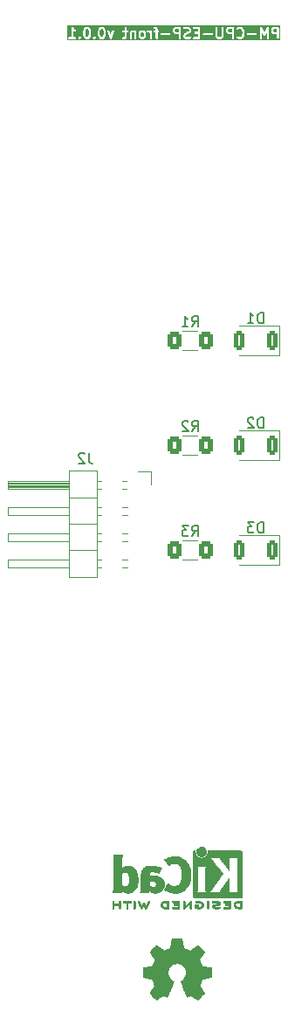
<source format=gbr>
%TF.GenerationSoftware,KiCad,Pcbnew,8.0.4-8.0.4-0~ubuntu22.04.1*%
%TF.CreationDate,2024-08-03T19:16:44+03:00*%
%TF.ProjectId,PM-CPU-ESP-front,504d2d43-5055-42d4-9553-502d66726f6e,rev?*%
%TF.SameCoordinates,Original*%
%TF.FileFunction,Legend,Bot*%
%TF.FilePolarity,Positive*%
%FSLAX46Y46*%
G04 Gerber Fmt 4.6, Leading zero omitted, Abs format (unit mm)*
G04 Created by KiCad (PCBNEW 8.0.4-8.0.4-0~ubuntu22.04.1) date 2024-08-03 19:16:44*
%MOMM*%
%LPD*%
G01*
G04 APERTURE LIST*
G04 Aperture macros list*
%AMRoundRect*
0 Rectangle with rounded corners*
0 $1 Rounding radius*
0 $2 $3 $4 $5 $6 $7 $8 $9 X,Y pos of 4 corners*
0 Add a 4 corners polygon primitive as box body*
4,1,4,$2,$3,$4,$5,$6,$7,$8,$9,$2,$3,0*
0 Add four circle primitives for the rounded corners*
1,1,$1+$1,$2,$3*
1,1,$1+$1,$4,$5*
1,1,$1+$1,$6,$7*
1,1,$1+$1,$8,$9*
0 Add four rect primitives between the rounded corners*
20,1,$1+$1,$2,$3,$4,$5,0*
20,1,$1+$1,$4,$5,$6,$7,0*
20,1,$1+$1,$6,$7,$8,$9,0*
20,1,$1+$1,$8,$9,$2,$3,0*%
G04 Aperture macros list end*
%ADD10C,0.200000*%
%ADD11C,0.150000*%
%ADD12C,0.120000*%
%ADD13C,0.010000*%
%ADD14O,1.700000X1.700000*%
%ADD15RoundRect,0.190000X0.285000X0.710000X-0.285000X0.710000X-0.285000X-0.710000X0.285000X-0.710000X0*%
%ADD16R,1.700000X1.700000*%
%ADD17RoundRect,0.250000X0.400000X0.625000X-0.400000X0.625000X-0.400000X-0.625000X0.400000X-0.625000X0*%
G04 APERTURE END LIST*
D10*
G36*
X137400137Y-52337024D02*
G01*
X137424806Y-52361692D01*
X137460259Y-52432599D01*
X137502230Y-52600480D01*
X137502230Y-52813956D01*
X137460259Y-52981837D01*
X137424806Y-53052743D01*
X137400137Y-53077413D01*
X137340528Y-53107219D01*
X137292504Y-53107219D01*
X137232894Y-53077414D01*
X137208227Y-53052746D01*
X137172772Y-52981837D01*
X137130802Y-52813956D01*
X137130802Y-52600481D01*
X137172772Y-52432599D01*
X137208226Y-52361692D01*
X137232894Y-52337023D01*
X137292504Y-52307219D01*
X137340528Y-52307219D01*
X137400137Y-52337024D01*
G37*
G36*
X138828708Y-52337024D02*
G01*
X138853377Y-52361692D01*
X138888830Y-52432599D01*
X138930801Y-52600480D01*
X138930801Y-52813956D01*
X138888830Y-52981837D01*
X138853377Y-53052743D01*
X138828708Y-53077413D01*
X138769099Y-53107219D01*
X138721075Y-53107219D01*
X138661465Y-53077414D01*
X138636798Y-53052746D01*
X138601343Y-52981837D01*
X138559373Y-52813956D01*
X138559373Y-52600481D01*
X138601343Y-52432599D01*
X138636797Y-52361692D01*
X138661465Y-52337023D01*
X138721075Y-52307219D01*
X138769099Y-52307219D01*
X138828708Y-52337024D01*
G37*
G36*
X142781090Y-52670357D02*
G01*
X142805759Y-52695025D01*
X142835564Y-52754635D01*
X142835564Y-52993135D01*
X142805759Y-53052743D01*
X142781090Y-53077413D01*
X142721481Y-53107219D01*
X142625838Y-53107219D01*
X142566228Y-53077414D01*
X142541561Y-53052746D01*
X142511755Y-52993134D01*
X142511755Y-52754635D01*
X142541560Y-52695025D01*
X142566228Y-52670356D01*
X142625838Y-52640552D01*
X142721481Y-52640552D01*
X142781090Y-52670357D01*
G37*
G36*
X146216517Y-52631028D02*
G01*
X145959172Y-52631028D01*
X145899562Y-52601223D01*
X145874894Y-52576554D01*
X145845089Y-52516944D01*
X145845089Y-52421302D01*
X145874894Y-52361692D01*
X145899562Y-52337023D01*
X145959172Y-52307219D01*
X146216517Y-52307219D01*
X146216517Y-52631028D01*
G37*
G36*
X151359374Y-52631028D02*
G01*
X151102029Y-52631028D01*
X151042419Y-52601223D01*
X151017751Y-52576554D01*
X150987946Y-52516944D01*
X150987946Y-52421302D01*
X151017751Y-52361692D01*
X151042419Y-52337023D01*
X151102029Y-52307219D01*
X151359374Y-52307219D01*
X151359374Y-52631028D01*
G37*
G36*
X155740326Y-52631028D02*
G01*
X155482981Y-52631028D01*
X155423371Y-52601223D01*
X155398703Y-52576554D01*
X155368898Y-52516944D01*
X155368898Y-52421302D01*
X155398703Y-52361692D01*
X155423371Y-52337023D01*
X155482981Y-52307219D01*
X155740326Y-52307219D01*
X155740326Y-52631028D01*
G37*
G36*
X156051437Y-53418330D02*
G01*
X135393041Y-53418330D01*
X135393041Y-53187710D01*
X135504152Y-53187710D01*
X135504152Y-53226728D01*
X135519084Y-53262776D01*
X135546674Y-53290366D01*
X135582722Y-53305298D01*
X135602231Y-53307219D01*
X136173659Y-53307219D01*
X136193168Y-53305298D01*
X136229216Y-53290366D01*
X136256806Y-53262776D01*
X136271738Y-53226728D01*
X136271738Y-53187710D01*
X136256806Y-53151662D01*
X136245235Y-53140091D01*
X136456532Y-53140091D01*
X136456532Y-53179109D01*
X136462122Y-53192604D01*
X136471464Y-53215158D01*
X136471468Y-53215162D01*
X136483900Y-53230311D01*
X136531519Y-53277929D01*
X136546672Y-53290366D01*
X136553085Y-53293022D01*
X136582721Y-53305298D01*
X136621739Y-53305298D01*
X136657787Y-53290366D01*
X136672941Y-53277930D01*
X136720559Y-53230311D01*
X136732996Y-53215158D01*
X136739748Y-53198856D01*
X136747927Y-53179110D01*
X136747928Y-53140092D01*
X136732997Y-53104043D01*
X136720560Y-53088890D01*
X136672941Y-53041270D01*
X136657788Y-53028833D01*
X136638199Y-53020719D01*
X136631521Y-53017953D01*
X136621739Y-53013901D01*
X136582721Y-53013901D01*
X136572939Y-53017953D01*
X136546673Y-53028832D01*
X136546672Y-53028833D01*
X136531518Y-53041270D01*
X136483900Y-53088890D01*
X136471463Y-53104043D01*
X136462504Y-53125673D01*
X136456532Y-53140091D01*
X136245235Y-53140091D01*
X136229216Y-53124072D01*
X136193168Y-53109140D01*
X136173659Y-53107219D01*
X135987945Y-53107219D01*
X135987945Y-52496260D01*
X136007710Y-52516025D01*
X136015376Y-52522316D01*
X136017109Y-52524314D01*
X136020120Y-52526209D01*
X136022864Y-52528461D01*
X136025301Y-52529470D01*
X136033700Y-52534757D01*
X136128937Y-52582376D01*
X136147246Y-52589382D01*
X136186166Y-52592148D01*
X136198097Y-52588171D01*
X136930802Y-52588171D01*
X136930802Y-52826266D01*
X136931137Y-52829668D01*
X136930920Y-52831127D01*
X136931999Y-52838424D01*
X136932723Y-52845775D01*
X136933287Y-52847138D01*
X136933788Y-52850520D01*
X136981407Y-53040995D01*
X136981920Y-53042432D01*
X136981972Y-53043155D01*
X136985080Y-53051279D01*
X136988002Y-53059456D01*
X136988432Y-53060036D01*
X136988978Y-53061463D01*
X137036597Y-53156701D01*
X137041880Y-53165093D01*
X137042892Y-53167537D01*
X137045148Y-53170286D01*
X137047040Y-53173291D01*
X137049034Y-53175020D01*
X137055329Y-53182690D01*
X137102947Y-53230310D01*
X137110615Y-53236603D01*
X137112347Y-53238600D01*
X137115355Y-53240493D01*
X137118101Y-53242747D01*
X137120541Y-53243757D01*
X137128938Y-53249043D01*
X137224175Y-53296662D01*
X137242484Y-53303668D01*
X137246067Y-53303922D01*
X137249388Y-53305298D01*
X137268897Y-53307219D01*
X137364135Y-53307219D01*
X137383644Y-53305298D01*
X137386964Y-53303922D01*
X137390548Y-53303668D01*
X137408856Y-53296662D01*
X137504094Y-53249043D01*
X137512489Y-53243758D01*
X137514931Y-53242747D01*
X137517678Y-53240491D01*
X137520684Y-53238600D01*
X137522414Y-53236605D01*
X137530084Y-53230310D01*
X137577703Y-53182690D01*
X137583995Y-53175023D01*
X137585992Y-53173292D01*
X137587885Y-53170284D01*
X137590140Y-53167537D01*
X137591151Y-53165095D01*
X137596435Y-53156701D01*
X137604740Y-53140091D01*
X137885103Y-53140091D01*
X137885103Y-53179109D01*
X137890693Y-53192604D01*
X137900035Y-53215158D01*
X137900039Y-53215162D01*
X137912471Y-53230311D01*
X137960090Y-53277929D01*
X137975243Y-53290366D01*
X137981656Y-53293022D01*
X138011292Y-53305298D01*
X138050310Y-53305298D01*
X138086358Y-53290366D01*
X138101512Y-53277930D01*
X138149130Y-53230311D01*
X138161567Y-53215158D01*
X138168319Y-53198856D01*
X138176498Y-53179110D01*
X138176499Y-53140092D01*
X138161568Y-53104043D01*
X138149131Y-53088890D01*
X138101512Y-53041270D01*
X138086359Y-53028833D01*
X138066770Y-53020719D01*
X138060092Y-53017953D01*
X138050310Y-53013901D01*
X138011292Y-53013901D01*
X138001510Y-53017953D01*
X137975244Y-53028832D01*
X137975243Y-53028833D01*
X137960089Y-53041270D01*
X137912471Y-53088890D01*
X137900034Y-53104043D01*
X137891075Y-53125673D01*
X137885103Y-53140091D01*
X137604740Y-53140091D01*
X137644054Y-53061464D01*
X137644600Y-53060035D01*
X137645030Y-53059456D01*
X137647951Y-53051279D01*
X137651060Y-53043155D01*
X137651111Y-53042434D01*
X137651625Y-53040996D01*
X137699244Y-52850520D01*
X137699744Y-52847138D01*
X137700309Y-52845775D01*
X137701032Y-52838424D01*
X137702112Y-52831127D01*
X137701894Y-52829668D01*
X137702230Y-52826266D01*
X137702230Y-52588171D01*
X138359373Y-52588171D01*
X138359373Y-52826266D01*
X138359708Y-52829668D01*
X138359491Y-52831127D01*
X138360570Y-52838424D01*
X138361294Y-52845775D01*
X138361858Y-52847138D01*
X138362359Y-52850520D01*
X138409978Y-53040995D01*
X138410491Y-53042432D01*
X138410543Y-53043155D01*
X138413651Y-53051279D01*
X138416573Y-53059456D01*
X138417003Y-53060036D01*
X138417549Y-53061463D01*
X138465168Y-53156701D01*
X138470451Y-53165093D01*
X138471463Y-53167537D01*
X138473719Y-53170286D01*
X138475611Y-53173291D01*
X138477605Y-53175020D01*
X138483900Y-53182690D01*
X138531518Y-53230310D01*
X138539186Y-53236603D01*
X138540918Y-53238600D01*
X138543926Y-53240493D01*
X138546672Y-53242747D01*
X138549112Y-53243757D01*
X138557509Y-53249043D01*
X138652746Y-53296662D01*
X138671055Y-53303668D01*
X138674638Y-53303922D01*
X138677959Y-53305298D01*
X138697468Y-53307219D01*
X138792706Y-53307219D01*
X138812215Y-53305298D01*
X138815535Y-53303922D01*
X138819119Y-53303668D01*
X138837427Y-53296662D01*
X138932665Y-53249043D01*
X138941060Y-53243758D01*
X138943502Y-53242747D01*
X138946249Y-53240491D01*
X138949255Y-53238600D01*
X138950985Y-53236605D01*
X138958655Y-53230310D01*
X139006274Y-53182690D01*
X139012566Y-53175023D01*
X139014563Y-53173292D01*
X139016456Y-53170284D01*
X139018711Y-53167537D01*
X139019722Y-53165095D01*
X139025006Y-53156701D01*
X139072625Y-53061464D01*
X139073171Y-53060035D01*
X139073601Y-53059456D01*
X139076522Y-53051279D01*
X139079631Y-53043155D01*
X139079682Y-53042434D01*
X139080196Y-53040996D01*
X139127815Y-52850520D01*
X139128315Y-52847138D01*
X139128880Y-52845775D01*
X139129603Y-52838424D01*
X139130683Y-52831127D01*
X139130465Y-52829668D01*
X139130801Y-52826266D01*
X139130801Y-52588171D01*
X139130465Y-52584768D01*
X139130683Y-52583310D01*
X139129603Y-52576012D01*
X139128880Y-52568662D01*
X139128315Y-52567298D01*
X139127815Y-52563917D01*
X139125627Y-52555167D01*
X139265208Y-52555167D01*
X139269961Y-52574186D01*
X139508056Y-53240852D01*
X139516426Y-53258579D01*
X139519796Y-53262301D01*
X139521944Y-53266836D01*
X139532795Y-53276659D01*
X139542613Y-53287504D01*
X139547145Y-53289651D01*
X139550870Y-53293023D01*
X139564660Y-53297947D01*
X139577875Y-53304208D01*
X139582885Y-53304457D01*
X139587615Y-53306146D01*
X139602236Y-53305418D01*
X139616845Y-53306145D01*
X139621570Y-53304457D01*
X139626585Y-53304208D01*
X139639811Y-53297942D01*
X139653590Y-53293022D01*
X139657310Y-53289653D01*
X139661847Y-53287505D01*
X139671669Y-53276654D01*
X139682516Y-53266836D01*
X139684663Y-53262301D01*
X139688034Y-53258579D01*
X139696404Y-53240853D01*
X139934499Y-52574186D01*
X139939252Y-52555167D01*
X139937555Y-52521043D01*
X140742247Y-52521043D01*
X140742247Y-52560061D01*
X140757179Y-52596109D01*
X140784769Y-52623699D01*
X140820817Y-52638631D01*
X140840326Y-52640552D01*
X140978421Y-52640552D01*
X140978421Y-53040754D01*
X140956266Y-53085063D01*
X140911957Y-53107219D01*
X140840326Y-53107219D01*
X140820817Y-53109140D01*
X140784769Y-53124072D01*
X140757179Y-53151662D01*
X140742247Y-53187710D01*
X140742247Y-53226728D01*
X140757179Y-53262776D01*
X140784769Y-53290366D01*
X140820817Y-53305298D01*
X140840326Y-53307219D01*
X140935564Y-53307219D01*
X140955073Y-53305298D01*
X140958393Y-53303922D01*
X140961977Y-53303668D01*
X140980285Y-53296662D01*
X141075523Y-53249043D01*
X141078785Y-53246989D01*
X141080325Y-53246476D01*
X141082241Y-53244813D01*
X141092113Y-53238600D01*
X141100328Y-53229126D01*
X141109802Y-53220911D01*
X141116015Y-53211039D01*
X141117678Y-53209123D01*
X141118190Y-53207584D01*
X141120245Y-53204321D01*
X141167864Y-53109082D01*
X141174870Y-53090774D01*
X141175124Y-53087190D01*
X141176500Y-53083870D01*
X141178421Y-53064361D01*
X141178421Y-52683409D01*
X141454612Y-52683409D01*
X141454612Y-53207219D01*
X141456533Y-53226728D01*
X141471465Y-53262776D01*
X141499055Y-53290366D01*
X141535103Y-53305298D01*
X141574121Y-53305298D01*
X141610169Y-53290366D01*
X141637759Y-53262776D01*
X141652691Y-53226728D01*
X141654612Y-53207219D01*
X141654612Y-52707016D01*
X141676767Y-52662706D01*
X141721076Y-52640552D01*
X141816719Y-52640552D01*
X141876328Y-52670357D01*
X141883183Y-52677211D01*
X141883183Y-53207219D01*
X141885104Y-53226728D01*
X141900036Y-53262776D01*
X141927626Y-53290366D01*
X141963674Y-53305298D01*
X142002692Y-53305298D01*
X142038740Y-53290366D01*
X142066330Y-53262776D01*
X142081262Y-53226728D01*
X142083183Y-53207219D01*
X142083183Y-52731028D01*
X142311755Y-52731028D01*
X142311755Y-53016742D01*
X142313676Y-53036251D01*
X142315051Y-53039571D01*
X142315306Y-53043155D01*
X142322312Y-53061463D01*
X142369931Y-53156701D01*
X142375214Y-53165093D01*
X142376226Y-53167537D01*
X142378482Y-53170286D01*
X142380374Y-53173291D01*
X142382368Y-53175020D01*
X142388663Y-53182690D01*
X142436281Y-53230310D01*
X142443949Y-53236603D01*
X142445681Y-53238600D01*
X142448689Y-53240493D01*
X142451435Y-53242747D01*
X142453875Y-53243757D01*
X142462272Y-53249043D01*
X142557509Y-53296662D01*
X142575818Y-53303668D01*
X142579401Y-53303922D01*
X142582722Y-53305298D01*
X142602231Y-53307219D01*
X142745088Y-53307219D01*
X142764597Y-53305298D01*
X142767917Y-53303922D01*
X142771501Y-53303668D01*
X142789809Y-53296662D01*
X142885047Y-53249043D01*
X142893442Y-53243758D01*
X142895884Y-53242747D01*
X142898631Y-53240491D01*
X142901637Y-53238600D01*
X142903367Y-53236605D01*
X142911037Y-53230310D01*
X142958656Y-53182690D01*
X142964948Y-53175023D01*
X142966945Y-53173292D01*
X142968838Y-53170284D01*
X142971093Y-53167537D01*
X142972104Y-53165095D01*
X142977388Y-53156701D01*
X143025007Y-53061464D01*
X143032013Y-53043155D01*
X143032267Y-53039571D01*
X143033643Y-53036251D01*
X143035564Y-53016742D01*
X143035564Y-52731028D01*
X143033643Y-52711519D01*
X143032267Y-52708198D01*
X143032013Y-52704615D01*
X143025007Y-52686306D01*
X142977388Y-52591069D01*
X142972102Y-52582672D01*
X142971092Y-52580232D01*
X142968838Y-52577486D01*
X142966945Y-52574478D01*
X142964947Y-52572745D01*
X142958655Y-52565079D01*
X142914620Y-52521043D01*
X143123200Y-52521043D01*
X143123200Y-52560061D01*
X143138132Y-52596109D01*
X143165722Y-52623699D01*
X143201770Y-52638631D01*
X143221279Y-52640552D01*
X143292910Y-52640552D01*
X143352519Y-52670357D01*
X143377188Y-52695025D01*
X143406993Y-52754635D01*
X143406993Y-53207219D01*
X143408914Y-53226728D01*
X143423846Y-53262776D01*
X143451436Y-53290366D01*
X143487484Y-53305298D01*
X143526502Y-53305298D01*
X143562550Y-53290366D01*
X143590140Y-53262776D01*
X143605072Y-53226728D01*
X143606993Y-53207219D01*
X143606993Y-52540552D01*
X143605072Y-52521043D01*
X143590140Y-52484995D01*
X143562550Y-52457405D01*
X143526502Y-52442473D01*
X143487484Y-52442473D01*
X143451436Y-52457405D01*
X143425567Y-52483273D01*
X143361238Y-52451109D01*
X143342930Y-52444103D01*
X143339346Y-52443848D01*
X143336026Y-52442473D01*
X143316517Y-52440552D01*
X143221279Y-52440552D01*
X143201770Y-52442473D01*
X143165722Y-52457405D01*
X143138132Y-52484995D01*
X143123200Y-52521043D01*
X142914620Y-52521043D01*
X142911037Y-52517460D01*
X142903366Y-52511165D01*
X142901637Y-52509171D01*
X142898629Y-52507277D01*
X142895883Y-52505024D01*
X142893443Y-52504013D01*
X142885047Y-52498728D01*
X142789809Y-52451109D01*
X142771501Y-52444103D01*
X142767917Y-52443848D01*
X142764597Y-52442473D01*
X142745088Y-52440552D01*
X142602231Y-52440552D01*
X142582722Y-52442473D01*
X142579401Y-52443848D01*
X142575818Y-52444103D01*
X142557509Y-52451109D01*
X142462272Y-52498728D01*
X142453875Y-52504013D01*
X142451435Y-52505024D01*
X142448689Y-52507277D01*
X142445681Y-52509171D01*
X142443948Y-52511168D01*
X142436282Y-52517461D01*
X142388663Y-52565079D01*
X142382368Y-52572749D01*
X142380374Y-52574479D01*
X142378480Y-52577486D01*
X142376227Y-52580233D01*
X142375216Y-52582672D01*
X142369931Y-52591069D01*
X142322312Y-52686307D01*
X142315306Y-52704615D01*
X142315051Y-52708198D01*
X142313676Y-52711519D01*
X142311755Y-52731028D01*
X142083183Y-52731028D01*
X142083183Y-52540552D01*
X142081262Y-52521043D01*
X142066330Y-52484995D01*
X142038740Y-52457405D01*
X142002692Y-52442473D01*
X141963674Y-52442473D01*
X141927626Y-52457405D01*
X141917630Y-52467400D01*
X141885047Y-52451109D01*
X141866739Y-52444103D01*
X141863155Y-52443848D01*
X141859835Y-52442473D01*
X141840326Y-52440552D01*
X141697469Y-52440552D01*
X141677960Y-52442473D01*
X141674639Y-52443848D01*
X141671056Y-52444103D01*
X141652747Y-52451109D01*
X141557510Y-52498728D01*
X141554246Y-52500782D01*
X141552708Y-52501295D01*
X141550792Y-52502956D01*
X141540919Y-52509171D01*
X141532701Y-52518646D01*
X141523231Y-52526860D01*
X141517017Y-52536731D01*
X141515355Y-52538648D01*
X141514841Y-52540186D01*
X141512788Y-52543450D01*
X141465169Y-52638688D01*
X141458163Y-52656996D01*
X141457908Y-52660579D01*
X141456533Y-52663900D01*
X141454612Y-52683409D01*
X141178421Y-52683409D01*
X141178421Y-52640552D01*
X141221278Y-52640552D01*
X141240787Y-52638631D01*
X141276835Y-52623699D01*
X141304425Y-52596109D01*
X141319357Y-52560061D01*
X141319357Y-52521043D01*
X141304425Y-52484995D01*
X141276835Y-52457405D01*
X141240787Y-52442473D01*
X141221278Y-52440552D01*
X141178421Y-52440552D01*
X141178421Y-52207219D01*
X141176500Y-52187710D01*
X143742248Y-52187710D01*
X143742248Y-52226728D01*
X143757180Y-52262776D01*
X143784770Y-52290366D01*
X143820818Y-52305298D01*
X143840327Y-52307219D01*
X143911958Y-52307219D01*
X143956267Y-52329374D01*
X143978422Y-52373683D01*
X143978422Y-52440552D01*
X143840327Y-52440552D01*
X143820818Y-52442473D01*
X143784770Y-52457405D01*
X143757180Y-52484995D01*
X143742248Y-52521043D01*
X143742248Y-52560061D01*
X143757180Y-52596109D01*
X143784770Y-52623699D01*
X143820818Y-52638631D01*
X143840327Y-52640552D01*
X143978422Y-52640552D01*
X143978422Y-53207219D01*
X143980343Y-53226728D01*
X143995275Y-53262776D01*
X144022865Y-53290366D01*
X144058913Y-53305298D01*
X144097931Y-53305298D01*
X144133979Y-53290366D01*
X144161569Y-53262776D01*
X144176501Y-53226728D01*
X144178422Y-53207219D01*
X144178422Y-52806757D01*
X144456534Y-52806757D01*
X144456534Y-52845775D01*
X144471466Y-52881823D01*
X144499056Y-52909413D01*
X144535104Y-52924345D01*
X144554613Y-52926266D01*
X145316517Y-52926266D01*
X145336026Y-52924345D01*
X145372074Y-52909413D01*
X145399664Y-52881823D01*
X145414596Y-52845775D01*
X145414596Y-52806757D01*
X145399664Y-52770709D01*
X145372074Y-52743119D01*
X145336026Y-52728187D01*
X145316517Y-52726266D01*
X144554613Y-52726266D01*
X144535104Y-52728187D01*
X144499056Y-52743119D01*
X144471466Y-52770709D01*
X144456534Y-52806757D01*
X144178422Y-52806757D01*
X144178422Y-52640552D01*
X144221279Y-52640552D01*
X144240788Y-52638631D01*
X144276836Y-52623699D01*
X144304426Y-52596109D01*
X144319358Y-52560061D01*
X144319358Y-52521043D01*
X144304426Y-52484995D01*
X144276836Y-52457405D01*
X144240788Y-52442473D01*
X144221279Y-52440552D01*
X144178422Y-52440552D01*
X144178422Y-52397695D01*
X145645089Y-52397695D01*
X145645089Y-52540552D01*
X145647010Y-52560061D01*
X145648385Y-52563381D01*
X145648640Y-52566965D01*
X145655646Y-52585273D01*
X145703265Y-52680511D01*
X145708550Y-52688907D01*
X145709561Y-52691347D01*
X145711814Y-52694093D01*
X145713708Y-52697101D01*
X145715702Y-52698830D01*
X145721997Y-52706501D01*
X145769616Y-52754119D01*
X145777282Y-52760411D01*
X145779015Y-52762409D01*
X145782023Y-52764302D01*
X145784769Y-52766556D01*
X145787209Y-52767566D01*
X145795606Y-52772852D01*
X145890843Y-52820471D01*
X145909152Y-52827477D01*
X145912735Y-52827731D01*
X145916056Y-52829107D01*
X145935565Y-52831028D01*
X146216517Y-52831028D01*
X146216517Y-53207219D01*
X146218438Y-53226728D01*
X146233370Y-53262776D01*
X146260960Y-53290366D01*
X146297008Y-53305298D01*
X146336026Y-53305298D01*
X146372074Y-53290366D01*
X146399664Y-53262776D01*
X146414596Y-53226728D01*
X146416517Y-53207219D01*
X146416517Y-52921504D01*
X146645089Y-52921504D01*
X146645089Y-53016742D01*
X146647010Y-53036251D01*
X146648385Y-53039571D01*
X146648640Y-53043155D01*
X146655646Y-53061463D01*
X146703265Y-53156701D01*
X146708548Y-53165093D01*
X146709560Y-53167537D01*
X146711816Y-53170286D01*
X146713708Y-53173291D01*
X146715702Y-53175020D01*
X146721997Y-53182690D01*
X146769615Y-53230310D01*
X146777283Y-53236603D01*
X146779015Y-53238600D01*
X146782023Y-53240493D01*
X146784769Y-53242747D01*
X146787209Y-53243757D01*
X146795606Y-53249043D01*
X146890843Y-53296662D01*
X146909152Y-53303668D01*
X146912735Y-53303922D01*
X146916056Y-53305298D01*
X146935565Y-53307219D01*
X147173660Y-53307219D01*
X147183533Y-53306246D01*
X147186167Y-53306434D01*
X147189630Y-53305646D01*
X147193169Y-53305298D01*
X147195611Y-53304286D01*
X147205283Y-53302087D01*
X147348139Y-53254468D01*
X147366040Y-53246477D01*
X147395516Y-53220912D01*
X147412965Y-53186013D01*
X147415732Y-53147093D01*
X147403393Y-53110077D01*
X147377828Y-53080601D01*
X147342929Y-53063151D01*
X147304009Y-53060385D01*
X147284894Y-53064732D01*
X147157433Y-53107219D01*
X146959172Y-53107219D01*
X146899562Y-53077414D01*
X146874895Y-53052746D01*
X146845089Y-52993134D01*
X146845089Y-52945111D01*
X146874894Y-52885501D01*
X146899562Y-52860832D01*
X146970469Y-52825379D01*
X147150294Y-52780423D01*
X147151731Y-52779909D01*
X147152454Y-52779858D01*
X147160578Y-52776749D01*
X147168755Y-52773828D01*
X147169335Y-52773397D01*
X147170762Y-52772852D01*
X147266000Y-52725233D01*
X147274396Y-52719947D01*
X147276836Y-52718937D01*
X147279582Y-52716683D01*
X147282590Y-52714790D01*
X147284319Y-52712795D01*
X147291990Y-52706501D01*
X147339608Y-52658882D01*
X147345900Y-52651215D01*
X147347898Y-52649483D01*
X147349791Y-52646474D01*
X147352045Y-52643729D01*
X147353055Y-52641288D01*
X147358341Y-52632892D01*
X147405960Y-52537655D01*
X147412966Y-52519346D01*
X147413220Y-52515762D01*
X147414596Y-52512442D01*
X147416517Y-52492933D01*
X147416517Y-52397695D01*
X147414596Y-52378186D01*
X147413220Y-52374865D01*
X147412966Y-52371282D01*
X147405960Y-52352973D01*
X147358341Y-52257736D01*
X147353055Y-52249339D01*
X147352045Y-52246899D01*
X147349791Y-52244153D01*
X147347898Y-52241145D01*
X147345900Y-52239412D01*
X147339608Y-52231746D01*
X147295573Y-52187710D01*
X147599391Y-52187710D01*
X147599391Y-52226728D01*
X147614323Y-52262776D01*
X147641913Y-52290366D01*
X147677961Y-52305298D01*
X147697470Y-52307219D01*
X148073660Y-52307219D01*
X148073660Y-52583409D01*
X147840327Y-52583409D01*
X147820818Y-52585330D01*
X147784770Y-52600262D01*
X147757180Y-52627852D01*
X147742248Y-52663900D01*
X147742248Y-52702918D01*
X147757180Y-52738966D01*
X147784770Y-52766556D01*
X147820818Y-52781488D01*
X147840327Y-52783409D01*
X148073660Y-52783409D01*
X148073660Y-53107219D01*
X147697470Y-53107219D01*
X147677961Y-53109140D01*
X147641913Y-53124072D01*
X147614323Y-53151662D01*
X147599391Y-53187710D01*
X147599391Y-53226728D01*
X147614323Y-53262776D01*
X147641913Y-53290366D01*
X147677961Y-53305298D01*
X147697470Y-53307219D01*
X148173660Y-53307219D01*
X148193169Y-53305298D01*
X148229217Y-53290366D01*
X148256807Y-53262776D01*
X148271739Y-53226728D01*
X148273660Y-53207219D01*
X148273660Y-52806757D01*
X148551772Y-52806757D01*
X148551772Y-52845775D01*
X148566704Y-52881823D01*
X148594294Y-52909413D01*
X148630342Y-52924345D01*
X148649851Y-52926266D01*
X149411755Y-52926266D01*
X149431264Y-52924345D01*
X149467312Y-52909413D01*
X149494902Y-52881823D01*
X149509834Y-52845775D01*
X149509834Y-52806757D01*
X149494902Y-52770709D01*
X149467312Y-52743119D01*
X149431264Y-52728187D01*
X149411755Y-52726266D01*
X148649851Y-52726266D01*
X148630342Y-52728187D01*
X148594294Y-52743119D01*
X148566704Y-52770709D01*
X148551772Y-52806757D01*
X148273660Y-52806757D01*
X148273660Y-52207219D01*
X149787946Y-52207219D01*
X149787946Y-53016742D01*
X149789867Y-53036251D01*
X149791242Y-53039571D01*
X149791497Y-53043155D01*
X149798503Y-53061463D01*
X149846122Y-53156701D01*
X149851405Y-53165093D01*
X149852417Y-53167537D01*
X149854673Y-53170286D01*
X149856565Y-53173291D01*
X149858559Y-53175020D01*
X149864854Y-53182690D01*
X149912472Y-53230310D01*
X149920140Y-53236603D01*
X149921872Y-53238600D01*
X149924880Y-53240493D01*
X149927626Y-53242747D01*
X149930066Y-53243757D01*
X149938463Y-53249043D01*
X150033700Y-53296662D01*
X150052009Y-53303668D01*
X150055592Y-53303922D01*
X150058913Y-53305298D01*
X150078422Y-53307219D01*
X150268898Y-53307219D01*
X150288407Y-53305298D01*
X150291727Y-53303922D01*
X150295311Y-53303668D01*
X150313619Y-53296662D01*
X150408857Y-53249043D01*
X150417252Y-53243758D01*
X150419694Y-53242747D01*
X150422441Y-53240491D01*
X150425447Y-53238600D01*
X150427177Y-53236605D01*
X150434847Y-53230310D01*
X150482466Y-53182690D01*
X150488758Y-53175023D01*
X150490755Y-53173292D01*
X150492648Y-53170284D01*
X150494903Y-53167537D01*
X150495914Y-53165095D01*
X150501198Y-53156701D01*
X150548817Y-53061464D01*
X150555823Y-53043155D01*
X150556077Y-53039571D01*
X150557453Y-53036251D01*
X150559374Y-53016742D01*
X150559374Y-52397695D01*
X150787946Y-52397695D01*
X150787946Y-52540552D01*
X150789867Y-52560061D01*
X150791242Y-52563381D01*
X150791497Y-52566965D01*
X150798503Y-52585273D01*
X150846122Y-52680511D01*
X150851407Y-52688907D01*
X150852418Y-52691347D01*
X150854671Y-52694093D01*
X150856565Y-52697101D01*
X150858559Y-52698830D01*
X150864854Y-52706501D01*
X150912473Y-52754119D01*
X150920139Y-52760411D01*
X150921872Y-52762409D01*
X150924880Y-52764302D01*
X150927626Y-52766556D01*
X150930066Y-52767566D01*
X150938463Y-52772852D01*
X151033700Y-52820471D01*
X151052009Y-52827477D01*
X151055592Y-52827731D01*
X151058913Y-52829107D01*
X151078422Y-52831028D01*
X151359374Y-52831028D01*
X151359374Y-53207219D01*
X151361295Y-53226728D01*
X151376227Y-53262776D01*
X151403817Y-53290366D01*
X151439865Y-53305298D01*
X151478883Y-53305298D01*
X151514931Y-53290366D01*
X151542521Y-53262776D01*
X151557453Y-53226728D01*
X151559374Y-53207219D01*
X151559374Y-52282948D01*
X151789867Y-52282948D01*
X151789867Y-52321966D01*
X151804799Y-52358014D01*
X151832389Y-52385604D01*
X151868437Y-52400536D01*
X151907455Y-52400536D01*
X151943503Y-52385604D01*
X151958657Y-52373168D01*
X151989583Y-52342240D01*
X152094648Y-52307219D01*
X152157433Y-52307219D01*
X152262497Y-52342240D01*
X152329570Y-52409313D01*
X152365022Y-52480218D01*
X152406993Y-52648099D01*
X152406993Y-52766337D01*
X152365022Y-52934218D01*
X152329569Y-53005124D01*
X152262498Y-53072197D01*
X152157433Y-53107219D01*
X152094648Y-53107219D01*
X151989583Y-53072197D01*
X151958657Y-53041270D01*
X151943504Y-53028833D01*
X151907456Y-53013902D01*
X151868438Y-53013901D01*
X151832389Y-53028832D01*
X151804799Y-53056422D01*
X151789868Y-53092470D01*
X151789867Y-53131488D01*
X151804798Y-53167537D01*
X151817235Y-53182690D01*
X151864853Y-53230310D01*
X151880007Y-53242747D01*
X151883326Y-53244122D01*
X151886042Y-53246477D01*
X151903942Y-53254468D01*
X152046799Y-53302087D01*
X152056471Y-53304286D01*
X152058913Y-53305298D01*
X152062450Y-53305646D01*
X152065914Y-53306434D01*
X152068548Y-53306246D01*
X152078422Y-53307219D01*
X152173660Y-53307219D01*
X152183533Y-53306246D01*
X152186167Y-53306434D01*
X152189630Y-53305646D01*
X152193169Y-53305298D01*
X152195611Y-53304286D01*
X152205283Y-53302087D01*
X152348139Y-53254468D01*
X152366040Y-53246477D01*
X152368755Y-53244122D01*
X152372075Y-53242747D01*
X152387228Y-53230310D01*
X152482466Y-53135071D01*
X152488758Y-53127404D01*
X152490755Y-53125673D01*
X152492648Y-53122665D01*
X152494903Y-53119918D01*
X152495914Y-53117476D01*
X152501198Y-53109082D01*
X152548817Y-53013845D01*
X152549363Y-53012416D01*
X152549793Y-53011837D01*
X152552714Y-53003660D01*
X152555823Y-52995536D01*
X152555874Y-52994815D01*
X152556388Y-52993377D01*
X152603043Y-52806757D01*
X152837486Y-52806757D01*
X152837486Y-52845775D01*
X152852418Y-52881823D01*
X152880008Y-52909413D01*
X152916056Y-52924345D01*
X152935565Y-52926266D01*
X153697469Y-52926266D01*
X153716978Y-52924345D01*
X153753026Y-52909413D01*
X153780616Y-52881823D01*
X153795548Y-52845775D01*
X153795548Y-52806757D01*
X153780616Y-52770709D01*
X153753026Y-52743119D01*
X153716978Y-52728187D01*
X153697469Y-52726266D01*
X152935565Y-52726266D01*
X152916056Y-52728187D01*
X152880008Y-52743119D01*
X152852418Y-52770709D01*
X152837486Y-52806757D01*
X152603043Y-52806757D01*
X152604007Y-52802901D01*
X152604507Y-52799519D01*
X152605072Y-52798156D01*
X152605795Y-52790805D01*
X152606875Y-52783508D01*
X152606657Y-52782049D01*
X152606993Y-52778647D01*
X152606993Y-52635790D01*
X152606657Y-52632387D01*
X152606875Y-52630929D01*
X152605795Y-52623631D01*
X152605072Y-52616281D01*
X152604507Y-52614917D01*
X152604007Y-52611536D01*
X152556388Y-52421060D01*
X152555874Y-52419621D01*
X152555823Y-52418901D01*
X152552714Y-52410776D01*
X152549793Y-52402600D01*
X152549363Y-52402020D01*
X152548817Y-52400592D01*
X152501198Y-52305355D01*
X152495911Y-52296956D01*
X152494902Y-52294519D01*
X152492650Y-52291775D01*
X152490755Y-52288764D01*
X152488757Y-52287031D01*
X152482466Y-52279365D01*
X152410320Y-52207219D01*
X154073660Y-52207219D01*
X154073660Y-53207219D01*
X154075581Y-53226728D01*
X154090513Y-53262776D01*
X154118103Y-53290366D01*
X154154151Y-53305298D01*
X154193169Y-53305298D01*
X154229217Y-53290366D01*
X154256807Y-53262776D01*
X154271739Y-53226728D01*
X154273660Y-53207219D01*
X154273660Y-52657975D01*
X154416375Y-52963793D01*
X154420607Y-52970938D01*
X154421487Y-52973356D01*
X154423052Y-52975065D01*
X154426366Y-52980659D01*
X154437576Y-52990925D01*
X154447838Y-53002131D01*
X154451863Y-53004009D01*
X154455141Y-53007011D01*
X154469423Y-53012204D01*
X154483196Y-53018632D01*
X154487635Y-53018827D01*
X154491810Y-53020345D01*
X154506993Y-53019677D01*
X154522176Y-53020345D01*
X154526349Y-53018827D01*
X154530791Y-53018632D01*
X154544575Y-53012199D01*
X154558845Y-53007010D01*
X154562118Y-53004012D01*
X154566148Y-53002132D01*
X154576417Y-52990917D01*
X154587620Y-52980659D01*
X154590931Y-52975068D01*
X154592500Y-52973356D01*
X154593380Y-52970934D01*
X154597611Y-52963793D01*
X154740326Y-52657974D01*
X154740326Y-53207219D01*
X154742247Y-53226728D01*
X154757179Y-53262776D01*
X154784769Y-53290366D01*
X154820817Y-53305298D01*
X154859835Y-53305298D01*
X154895883Y-53290366D01*
X154923473Y-53262776D01*
X154938405Y-53226728D01*
X154940326Y-53207219D01*
X154940326Y-52397695D01*
X155168898Y-52397695D01*
X155168898Y-52540552D01*
X155170819Y-52560061D01*
X155172194Y-52563381D01*
X155172449Y-52566965D01*
X155179455Y-52585273D01*
X155227074Y-52680511D01*
X155232359Y-52688907D01*
X155233370Y-52691347D01*
X155235623Y-52694093D01*
X155237517Y-52697101D01*
X155239511Y-52698830D01*
X155245806Y-52706501D01*
X155293425Y-52754119D01*
X155301091Y-52760411D01*
X155302824Y-52762409D01*
X155305832Y-52764302D01*
X155308578Y-52766556D01*
X155311018Y-52767566D01*
X155319415Y-52772852D01*
X155414652Y-52820471D01*
X155432961Y-52827477D01*
X155436544Y-52827731D01*
X155439865Y-52829107D01*
X155459374Y-52831028D01*
X155740326Y-52831028D01*
X155740326Y-53207219D01*
X155742247Y-53226728D01*
X155757179Y-53262776D01*
X155784769Y-53290366D01*
X155820817Y-53305298D01*
X155859835Y-53305298D01*
X155895883Y-53290366D01*
X155923473Y-53262776D01*
X155938405Y-53226728D01*
X155940326Y-53207219D01*
X155940326Y-52207219D01*
X155938405Y-52187710D01*
X155923473Y-52151662D01*
X155895883Y-52124072D01*
X155859835Y-52109140D01*
X155840326Y-52107219D01*
X155459374Y-52107219D01*
X155439865Y-52109140D01*
X155436544Y-52110515D01*
X155432961Y-52110770D01*
X155414652Y-52117776D01*
X155319415Y-52165395D01*
X155311018Y-52170680D01*
X155308578Y-52171691D01*
X155305832Y-52173944D01*
X155302824Y-52175838D01*
X155301091Y-52177835D01*
X155293425Y-52184128D01*
X155245806Y-52231746D01*
X155239511Y-52239416D01*
X155237517Y-52241146D01*
X155235623Y-52244153D01*
X155233370Y-52246900D01*
X155232359Y-52249339D01*
X155227074Y-52257736D01*
X155179455Y-52352974D01*
X155172449Y-52371282D01*
X155172194Y-52374865D01*
X155170819Y-52378186D01*
X155168898Y-52397695D01*
X154940326Y-52397695D01*
X154940326Y-52207219D01*
X154939063Y-52194395D01*
X154939167Y-52192036D01*
X154938706Y-52190768D01*
X154938405Y-52187710D01*
X154931764Y-52171679D01*
X154925833Y-52155367D01*
X154924326Y-52153721D01*
X154923473Y-52151662D01*
X154911211Y-52139400D01*
X154899481Y-52126591D01*
X154897457Y-52125646D01*
X154895883Y-52124072D01*
X154879867Y-52117437D01*
X154864124Y-52110091D01*
X154861894Y-52109993D01*
X154859835Y-52109140D01*
X154842483Y-52109140D01*
X154825143Y-52108378D01*
X154823047Y-52109140D01*
X154820817Y-52109140D01*
X154804786Y-52115780D01*
X154788474Y-52121712D01*
X154786828Y-52123218D01*
X154784769Y-52124072D01*
X154772501Y-52136339D01*
X154759699Y-52148064D01*
X154758132Y-52150708D01*
X154757179Y-52151662D01*
X154756275Y-52153843D01*
X154749708Y-52164930D01*
X154506992Y-52685033D01*
X154264278Y-52164930D01*
X154257710Y-52153843D01*
X154256807Y-52151662D01*
X154255853Y-52150708D01*
X154254287Y-52148064D01*
X154241490Y-52136345D01*
X154229217Y-52124072D01*
X154227155Y-52123218D01*
X154225512Y-52121713D01*
X154209210Y-52115784D01*
X154193169Y-52109140D01*
X154190938Y-52109140D01*
X154188843Y-52108378D01*
X154171503Y-52109140D01*
X154154151Y-52109140D01*
X154152091Y-52109993D01*
X154149863Y-52110091D01*
X154134132Y-52117432D01*
X154118103Y-52124072D01*
X154116526Y-52125648D01*
X154114505Y-52126592D01*
X154102786Y-52139388D01*
X154090513Y-52151662D01*
X154089659Y-52153723D01*
X154088154Y-52155367D01*
X154082225Y-52171668D01*
X154075581Y-52187710D01*
X154075279Y-52190768D01*
X154074819Y-52192036D01*
X154074922Y-52194395D01*
X154073660Y-52207219D01*
X152410320Y-52207219D01*
X152387228Y-52184127D01*
X152372074Y-52171691D01*
X152368755Y-52170316D01*
X152366040Y-52167961D01*
X152348139Y-52159970D01*
X152205283Y-52112351D01*
X152195611Y-52110151D01*
X152193169Y-52109140D01*
X152189630Y-52108791D01*
X152186167Y-52108004D01*
X152183533Y-52108191D01*
X152173660Y-52107219D01*
X152078422Y-52107219D01*
X152068548Y-52108191D01*
X152065914Y-52108004D01*
X152062450Y-52108791D01*
X152058913Y-52109140D01*
X152056471Y-52110151D01*
X152046799Y-52112351D01*
X151903942Y-52159970D01*
X151886042Y-52167961D01*
X151883326Y-52170316D01*
X151880007Y-52171691D01*
X151864854Y-52184128D01*
X151817235Y-52231746D01*
X151804799Y-52246900D01*
X151789867Y-52282948D01*
X151559374Y-52282948D01*
X151559374Y-52207219D01*
X151557453Y-52187710D01*
X151542521Y-52151662D01*
X151514931Y-52124072D01*
X151478883Y-52109140D01*
X151459374Y-52107219D01*
X151078422Y-52107219D01*
X151058913Y-52109140D01*
X151055592Y-52110515D01*
X151052009Y-52110770D01*
X151033700Y-52117776D01*
X150938463Y-52165395D01*
X150930066Y-52170680D01*
X150927626Y-52171691D01*
X150924880Y-52173944D01*
X150921872Y-52175838D01*
X150920139Y-52177835D01*
X150912473Y-52184128D01*
X150864854Y-52231746D01*
X150858559Y-52239416D01*
X150856565Y-52241146D01*
X150854671Y-52244153D01*
X150852418Y-52246900D01*
X150851407Y-52249339D01*
X150846122Y-52257736D01*
X150798503Y-52352974D01*
X150791497Y-52371282D01*
X150791242Y-52374865D01*
X150789867Y-52378186D01*
X150787946Y-52397695D01*
X150559374Y-52397695D01*
X150559374Y-52207219D01*
X150557453Y-52187710D01*
X150542521Y-52151662D01*
X150514931Y-52124072D01*
X150478883Y-52109140D01*
X150439865Y-52109140D01*
X150403817Y-52124072D01*
X150376227Y-52151662D01*
X150361295Y-52187710D01*
X150359374Y-52207219D01*
X150359374Y-52993135D01*
X150329569Y-53052743D01*
X150304900Y-53077413D01*
X150245291Y-53107219D01*
X150102029Y-53107219D01*
X150042419Y-53077414D01*
X150017752Y-53052746D01*
X149987946Y-52993134D01*
X149987946Y-52207219D01*
X149986025Y-52187710D01*
X149971093Y-52151662D01*
X149943503Y-52124072D01*
X149907455Y-52109140D01*
X149868437Y-52109140D01*
X149832389Y-52124072D01*
X149804799Y-52151662D01*
X149789867Y-52187710D01*
X149787946Y-52207219D01*
X148273660Y-52207219D01*
X148271739Y-52187710D01*
X148256807Y-52151662D01*
X148229217Y-52124072D01*
X148193169Y-52109140D01*
X148173660Y-52107219D01*
X147697470Y-52107219D01*
X147677961Y-52109140D01*
X147641913Y-52124072D01*
X147614323Y-52151662D01*
X147599391Y-52187710D01*
X147295573Y-52187710D01*
X147291990Y-52184127D01*
X147284319Y-52177832D01*
X147282590Y-52175838D01*
X147279582Y-52173944D01*
X147276836Y-52171691D01*
X147274396Y-52170680D01*
X147266000Y-52165395D01*
X147170762Y-52117776D01*
X147152454Y-52110770D01*
X147148870Y-52110515D01*
X147145550Y-52109140D01*
X147126041Y-52107219D01*
X146887946Y-52107219D01*
X146878072Y-52108191D01*
X146875438Y-52108004D01*
X146871974Y-52108791D01*
X146868437Y-52109140D01*
X146865995Y-52110151D01*
X146856323Y-52112351D01*
X146713466Y-52159970D01*
X146695566Y-52167961D01*
X146666090Y-52193526D01*
X146648640Y-52228425D01*
X146645874Y-52267345D01*
X146658212Y-52304361D01*
X146683777Y-52333837D01*
X146718676Y-52351287D01*
X146757596Y-52354053D01*
X146776712Y-52349706D01*
X146904172Y-52307219D01*
X147102434Y-52307219D01*
X147162043Y-52337024D01*
X147186712Y-52361692D01*
X147216517Y-52421302D01*
X147216517Y-52469326D01*
X147186712Y-52528935D01*
X147162043Y-52553603D01*
X147091136Y-52589057D01*
X146911311Y-52634014D01*
X146909872Y-52634527D01*
X146909152Y-52634579D01*
X146901027Y-52637687D01*
X146892851Y-52640609D01*
X146892271Y-52641038D01*
X146890843Y-52641585D01*
X146795606Y-52689204D01*
X146787209Y-52694489D01*
X146784769Y-52695500D01*
X146782023Y-52697753D01*
X146779015Y-52699647D01*
X146777282Y-52701644D01*
X146769616Y-52707937D01*
X146721997Y-52755555D01*
X146715702Y-52763225D01*
X146713708Y-52764955D01*
X146711814Y-52767962D01*
X146709561Y-52770709D01*
X146708550Y-52773148D01*
X146703265Y-52781545D01*
X146655646Y-52876783D01*
X146648640Y-52895091D01*
X146648385Y-52898674D01*
X146647010Y-52901995D01*
X146645089Y-52921504D01*
X146416517Y-52921504D01*
X146416517Y-52207219D01*
X146414596Y-52187710D01*
X146399664Y-52151662D01*
X146372074Y-52124072D01*
X146336026Y-52109140D01*
X146316517Y-52107219D01*
X145935565Y-52107219D01*
X145916056Y-52109140D01*
X145912735Y-52110515D01*
X145909152Y-52110770D01*
X145890843Y-52117776D01*
X145795606Y-52165395D01*
X145787209Y-52170680D01*
X145784769Y-52171691D01*
X145782023Y-52173944D01*
X145779015Y-52175838D01*
X145777282Y-52177835D01*
X145769616Y-52184128D01*
X145721997Y-52231746D01*
X145715702Y-52239416D01*
X145713708Y-52241146D01*
X145711814Y-52244153D01*
X145709561Y-52246900D01*
X145708550Y-52249339D01*
X145703265Y-52257736D01*
X145655646Y-52352974D01*
X145648640Y-52371282D01*
X145648385Y-52374865D01*
X145647010Y-52378186D01*
X145645089Y-52397695D01*
X144178422Y-52397695D01*
X144178422Y-52350076D01*
X144176501Y-52330567D01*
X144175125Y-52327246D01*
X144174871Y-52323663D01*
X144167865Y-52305354D01*
X144120246Y-52210117D01*
X144118191Y-52206853D01*
X144117679Y-52205315D01*
X144116017Y-52203399D01*
X144109803Y-52193526D01*
X144100327Y-52185308D01*
X144092114Y-52175838D01*
X144082242Y-52169624D01*
X144080326Y-52167962D01*
X144078787Y-52167448D01*
X144075524Y-52165395D01*
X143980286Y-52117776D01*
X143961978Y-52110770D01*
X143958394Y-52110515D01*
X143955074Y-52109140D01*
X143935565Y-52107219D01*
X143840327Y-52107219D01*
X143820818Y-52109140D01*
X143784770Y-52124072D01*
X143757180Y-52151662D01*
X143742248Y-52187710D01*
X141176500Y-52187710D01*
X141161568Y-52151662D01*
X141133978Y-52124072D01*
X141097930Y-52109140D01*
X141058912Y-52109140D01*
X141022864Y-52124072D01*
X140995274Y-52151662D01*
X140980342Y-52187710D01*
X140978421Y-52207219D01*
X140978421Y-52440552D01*
X140840326Y-52440552D01*
X140820817Y-52442473D01*
X140784769Y-52457405D01*
X140757179Y-52484995D01*
X140742247Y-52521043D01*
X139937555Y-52521043D01*
X139937314Y-52516197D01*
X139920611Y-52480935D01*
X139891685Y-52454749D01*
X139854940Y-52441626D01*
X139815970Y-52443563D01*
X139780708Y-52460267D01*
X139754521Y-52489192D01*
X139746151Y-52506919D01*
X139602230Y-52909897D01*
X139458309Y-52506918D01*
X139449939Y-52489192D01*
X139423752Y-52460266D01*
X139388490Y-52443563D01*
X139349520Y-52441625D01*
X139312775Y-52454748D01*
X139283849Y-52480935D01*
X139267146Y-52516197D01*
X139265208Y-52555167D01*
X139125627Y-52555167D01*
X139080196Y-52373441D01*
X139079682Y-52372002D01*
X139079631Y-52371282D01*
X139076522Y-52363157D01*
X139073601Y-52354981D01*
X139073171Y-52354401D01*
X139072625Y-52352973D01*
X139025006Y-52257736D01*
X139019720Y-52249339D01*
X139018710Y-52246899D01*
X139016456Y-52244153D01*
X139014563Y-52241145D01*
X139012565Y-52239412D01*
X139006273Y-52231746D01*
X138958655Y-52184127D01*
X138950984Y-52177832D01*
X138949255Y-52175838D01*
X138946247Y-52173944D01*
X138943501Y-52171691D01*
X138941061Y-52170680D01*
X138932665Y-52165395D01*
X138837427Y-52117776D01*
X138819119Y-52110770D01*
X138815535Y-52110515D01*
X138812215Y-52109140D01*
X138792706Y-52107219D01*
X138697468Y-52107219D01*
X138677959Y-52109140D01*
X138674638Y-52110515D01*
X138671055Y-52110770D01*
X138652746Y-52117776D01*
X138557509Y-52165395D01*
X138549112Y-52170680D01*
X138546672Y-52171691D01*
X138543926Y-52173944D01*
X138540918Y-52175838D01*
X138539185Y-52177835D01*
X138531519Y-52184128D01*
X138483900Y-52231746D01*
X138477605Y-52239416D01*
X138475611Y-52241146D01*
X138473717Y-52244153D01*
X138471464Y-52246900D01*
X138470453Y-52249339D01*
X138465168Y-52257736D01*
X138417549Y-52352974D01*
X138417003Y-52354400D01*
X138416573Y-52354981D01*
X138413651Y-52363157D01*
X138410543Y-52371282D01*
X138410491Y-52372004D01*
X138409978Y-52373442D01*
X138362359Y-52563917D01*
X138361858Y-52567298D01*
X138361294Y-52568662D01*
X138360570Y-52576012D01*
X138359491Y-52583310D01*
X138359708Y-52584768D01*
X138359373Y-52588171D01*
X137702230Y-52588171D01*
X137701894Y-52584768D01*
X137702112Y-52583310D01*
X137701032Y-52576012D01*
X137700309Y-52568662D01*
X137699744Y-52567298D01*
X137699244Y-52563917D01*
X137651625Y-52373441D01*
X137651111Y-52372002D01*
X137651060Y-52371282D01*
X137647951Y-52363157D01*
X137645030Y-52354981D01*
X137644600Y-52354401D01*
X137644054Y-52352973D01*
X137596435Y-52257736D01*
X137591149Y-52249339D01*
X137590139Y-52246899D01*
X137587885Y-52244153D01*
X137585992Y-52241145D01*
X137583994Y-52239412D01*
X137577702Y-52231746D01*
X137530084Y-52184127D01*
X137522413Y-52177832D01*
X137520684Y-52175838D01*
X137517676Y-52173944D01*
X137514930Y-52171691D01*
X137512490Y-52170680D01*
X137504094Y-52165395D01*
X137408856Y-52117776D01*
X137390548Y-52110770D01*
X137386964Y-52110515D01*
X137383644Y-52109140D01*
X137364135Y-52107219D01*
X137268897Y-52107219D01*
X137249388Y-52109140D01*
X137246067Y-52110515D01*
X137242484Y-52110770D01*
X137224175Y-52117776D01*
X137128938Y-52165395D01*
X137120541Y-52170680D01*
X137118101Y-52171691D01*
X137115355Y-52173944D01*
X137112347Y-52175838D01*
X137110614Y-52177835D01*
X137102948Y-52184128D01*
X137055329Y-52231746D01*
X137049034Y-52239416D01*
X137047040Y-52241146D01*
X137045146Y-52244153D01*
X137042893Y-52246900D01*
X137041882Y-52249339D01*
X137036597Y-52257736D01*
X136988978Y-52352974D01*
X136988432Y-52354400D01*
X136988002Y-52354981D01*
X136985080Y-52363157D01*
X136981972Y-52371282D01*
X136981920Y-52372004D01*
X136981407Y-52373442D01*
X136933788Y-52563917D01*
X136933287Y-52567298D01*
X136932723Y-52568662D01*
X136931999Y-52576012D01*
X136930920Y-52583310D01*
X136931137Y-52584768D01*
X136930802Y-52588171D01*
X136198097Y-52588171D01*
X136223182Y-52579809D01*
X136252659Y-52554244D01*
X136270108Y-52519346D01*
X136272873Y-52480426D01*
X136260535Y-52443410D01*
X136234970Y-52413933D01*
X136218380Y-52403490D01*
X136137658Y-52363129D01*
X136060894Y-52286365D01*
X135971150Y-52151749D01*
X135971105Y-52151694D01*
X135971092Y-52151662D01*
X135971018Y-52151588D01*
X135958730Y-52136582D01*
X135950501Y-52131071D01*
X135943502Y-52124072D01*
X135934450Y-52120322D01*
X135926310Y-52114871D01*
X135916602Y-52112929D01*
X135907454Y-52109140D01*
X135897655Y-52109140D01*
X135888050Y-52107219D01*
X135878339Y-52109140D01*
X135868436Y-52109140D01*
X135859383Y-52112889D01*
X135849773Y-52114791D01*
X135841534Y-52120283D01*
X135832388Y-52124072D01*
X135825461Y-52130998D01*
X135817308Y-52136434D01*
X135811797Y-52144662D01*
X135804798Y-52151662D01*
X135801048Y-52160713D01*
X135795597Y-52168854D01*
X135793655Y-52178561D01*
X135789866Y-52187710D01*
X135787965Y-52207012D01*
X135787945Y-52207114D01*
X135787951Y-52207148D01*
X135787945Y-52207219D01*
X135787945Y-53107219D01*
X135602231Y-53107219D01*
X135582722Y-53109140D01*
X135546674Y-53124072D01*
X135519084Y-53151662D01*
X135504152Y-53187710D01*
X135393041Y-53187710D01*
X135393041Y-51996108D01*
X156051437Y-51996108D01*
X156051437Y-53418330D01*
G37*
D11*
X154408094Y-101179819D02*
X154408094Y-100179819D01*
X154408094Y-100179819D02*
X154169999Y-100179819D01*
X154169999Y-100179819D02*
X154027142Y-100227438D01*
X154027142Y-100227438D02*
X153931904Y-100322676D01*
X153931904Y-100322676D02*
X153884285Y-100417914D01*
X153884285Y-100417914D02*
X153836666Y-100608390D01*
X153836666Y-100608390D02*
X153836666Y-100751247D01*
X153836666Y-100751247D02*
X153884285Y-100941723D01*
X153884285Y-100941723D02*
X153931904Y-101036961D01*
X153931904Y-101036961D02*
X154027142Y-101132200D01*
X154027142Y-101132200D02*
X154169999Y-101179819D01*
X154169999Y-101179819D02*
X154408094Y-101179819D01*
X153503332Y-100179819D02*
X152884285Y-100179819D01*
X152884285Y-100179819D02*
X153217618Y-100560771D01*
X153217618Y-100560771D02*
X153074761Y-100560771D01*
X153074761Y-100560771D02*
X152979523Y-100608390D01*
X152979523Y-100608390D02*
X152931904Y-100656009D01*
X152931904Y-100656009D02*
X152884285Y-100751247D01*
X152884285Y-100751247D02*
X152884285Y-100989342D01*
X152884285Y-100989342D02*
X152931904Y-101084580D01*
X152931904Y-101084580D02*
X152979523Y-101132200D01*
X152979523Y-101132200D02*
X153074761Y-101179819D01*
X153074761Y-101179819D02*
X153360475Y-101179819D01*
X153360475Y-101179819D02*
X153455713Y-101132200D01*
X153455713Y-101132200D02*
X153503332Y-101084580D01*
X154408094Y-91019819D02*
X154408094Y-90019819D01*
X154408094Y-90019819D02*
X154169999Y-90019819D01*
X154169999Y-90019819D02*
X154027142Y-90067438D01*
X154027142Y-90067438D02*
X153931904Y-90162676D01*
X153931904Y-90162676D02*
X153884285Y-90257914D01*
X153884285Y-90257914D02*
X153836666Y-90448390D01*
X153836666Y-90448390D02*
X153836666Y-90591247D01*
X153836666Y-90591247D02*
X153884285Y-90781723D01*
X153884285Y-90781723D02*
X153931904Y-90876961D01*
X153931904Y-90876961D02*
X154027142Y-90972200D01*
X154027142Y-90972200D02*
X154169999Y-91019819D01*
X154169999Y-91019819D02*
X154408094Y-91019819D01*
X153455713Y-90115057D02*
X153408094Y-90067438D01*
X153408094Y-90067438D02*
X153312856Y-90019819D01*
X153312856Y-90019819D02*
X153074761Y-90019819D01*
X153074761Y-90019819D02*
X152979523Y-90067438D01*
X152979523Y-90067438D02*
X152931904Y-90115057D01*
X152931904Y-90115057D02*
X152884285Y-90210295D01*
X152884285Y-90210295D02*
X152884285Y-90305533D01*
X152884285Y-90305533D02*
X152931904Y-90448390D01*
X152931904Y-90448390D02*
X153503332Y-91019819D01*
X153503332Y-91019819D02*
X152884285Y-91019819D01*
X154408094Y-80859819D02*
X154408094Y-79859819D01*
X154408094Y-79859819D02*
X154169999Y-79859819D01*
X154169999Y-79859819D02*
X154027142Y-79907438D01*
X154027142Y-79907438D02*
X153931904Y-80002676D01*
X153931904Y-80002676D02*
X153884285Y-80097914D01*
X153884285Y-80097914D02*
X153836666Y-80288390D01*
X153836666Y-80288390D02*
X153836666Y-80431247D01*
X153836666Y-80431247D02*
X153884285Y-80621723D01*
X153884285Y-80621723D02*
X153931904Y-80716961D01*
X153931904Y-80716961D02*
X154027142Y-80812200D01*
X154027142Y-80812200D02*
X154169999Y-80859819D01*
X154169999Y-80859819D02*
X154408094Y-80859819D01*
X152884285Y-80859819D02*
X153455713Y-80859819D01*
X153169999Y-80859819D02*
X153169999Y-79859819D01*
X153169999Y-79859819D02*
X153265237Y-80002676D01*
X153265237Y-80002676D02*
X153360475Y-80097914D01*
X153360475Y-80097914D02*
X153455713Y-80145533D01*
X137493333Y-93434819D02*
X137493333Y-94149104D01*
X137493333Y-94149104D02*
X137540952Y-94291961D01*
X137540952Y-94291961D02*
X137636190Y-94387200D01*
X137636190Y-94387200D02*
X137779047Y-94434819D01*
X137779047Y-94434819D02*
X137874285Y-94434819D01*
X137064761Y-93530057D02*
X137017142Y-93482438D01*
X137017142Y-93482438D02*
X136921904Y-93434819D01*
X136921904Y-93434819D02*
X136683809Y-93434819D01*
X136683809Y-93434819D02*
X136588571Y-93482438D01*
X136588571Y-93482438D02*
X136540952Y-93530057D01*
X136540952Y-93530057D02*
X136493333Y-93625295D01*
X136493333Y-93625295D02*
X136493333Y-93720533D01*
X136493333Y-93720533D02*
X136540952Y-93863390D01*
X136540952Y-93863390D02*
X137112380Y-94434819D01*
X137112380Y-94434819D02*
X136493333Y-94434819D01*
X147486666Y-91344819D02*
X147819999Y-90868628D01*
X148058094Y-91344819D02*
X148058094Y-90344819D01*
X148058094Y-90344819D02*
X147677142Y-90344819D01*
X147677142Y-90344819D02*
X147581904Y-90392438D01*
X147581904Y-90392438D02*
X147534285Y-90440057D01*
X147534285Y-90440057D02*
X147486666Y-90535295D01*
X147486666Y-90535295D02*
X147486666Y-90678152D01*
X147486666Y-90678152D02*
X147534285Y-90773390D01*
X147534285Y-90773390D02*
X147581904Y-90821009D01*
X147581904Y-90821009D02*
X147677142Y-90868628D01*
X147677142Y-90868628D02*
X148058094Y-90868628D01*
X147105713Y-90440057D02*
X147058094Y-90392438D01*
X147058094Y-90392438D02*
X146962856Y-90344819D01*
X146962856Y-90344819D02*
X146724761Y-90344819D01*
X146724761Y-90344819D02*
X146629523Y-90392438D01*
X146629523Y-90392438D02*
X146581904Y-90440057D01*
X146581904Y-90440057D02*
X146534285Y-90535295D01*
X146534285Y-90535295D02*
X146534285Y-90630533D01*
X146534285Y-90630533D02*
X146581904Y-90773390D01*
X146581904Y-90773390D02*
X147153332Y-91344819D01*
X147153332Y-91344819D02*
X146534285Y-91344819D01*
X147486666Y-81184819D02*
X147819999Y-80708628D01*
X148058094Y-81184819D02*
X148058094Y-80184819D01*
X148058094Y-80184819D02*
X147677142Y-80184819D01*
X147677142Y-80184819D02*
X147581904Y-80232438D01*
X147581904Y-80232438D02*
X147534285Y-80280057D01*
X147534285Y-80280057D02*
X147486666Y-80375295D01*
X147486666Y-80375295D02*
X147486666Y-80518152D01*
X147486666Y-80518152D02*
X147534285Y-80613390D01*
X147534285Y-80613390D02*
X147581904Y-80661009D01*
X147581904Y-80661009D02*
X147677142Y-80708628D01*
X147677142Y-80708628D02*
X148058094Y-80708628D01*
X146534285Y-81184819D02*
X147105713Y-81184819D01*
X146819999Y-81184819D02*
X146819999Y-80184819D01*
X146819999Y-80184819D02*
X146915237Y-80327676D01*
X146915237Y-80327676D02*
X147010475Y-80422914D01*
X147010475Y-80422914D02*
X147105713Y-80470533D01*
X147486666Y-101504819D02*
X147819999Y-101028628D01*
X148058094Y-101504819D02*
X148058094Y-100504819D01*
X148058094Y-100504819D02*
X147677142Y-100504819D01*
X147677142Y-100504819D02*
X147581904Y-100552438D01*
X147581904Y-100552438D02*
X147534285Y-100600057D01*
X147534285Y-100600057D02*
X147486666Y-100695295D01*
X147486666Y-100695295D02*
X147486666Y-100838152D01*
X147486666Y-100838152D02*
X147534285Y-100933390D01*
X147534285Y-100933390D02*
X147581904Y-100981009D01*
X147581904Y-100981009D02*
X147677142Y-101028628D01*
X147677142Y-101028628D02*
X148058094Y-101028628D01*
X147153332Y-100504819D02*
X146534285Y-100504819D01*
X146534285Y-100504819D02*
X146867618Y-100885771D01*
X146867618Y-100885771D02*
X146724761Y-100885771D01*
X146724761Y-100885771D02*
X146629523Y-100933390D01*
X146629523Y-100933390D02*
X146581904Y-100981009D01*
X146581904Y-100981009D02*
X146534285Y-101076247D01*
X146534285Y-101076247D02*
X146534285Y-101314342D01*
X146534285Y-101314342D02*
X146581904Y-101409580D01*
X146581904Y-101409580D02*
X146629523Y-101457200D01*
X146629523Y-101457200D02*
X146724761Y-101504819D01*
X146724761Y-101504819D02*
X147010475Y-101504819D01*
X147010475Y-101504819D02*
X147105713Y-101457200D01*
X147105713Y-101457200D02*
X147153332Y-101409580D01*
D12*
%TO.C,D3*%
X155955000Y-104330000D02*
X155955000Y-101410000D01*
X152070000Y-104330000D02*
X155955000Y-104330000D01*
X155955000Y-101410000D02*
X152070000Y-101410000D01*
%TO.C,D2*%
X155955000Y-94170000D02*
X155955000Y-91250000D01*
X152070000Y-94170000D02*
X155955000Y-94170000D01*
X155955000Y-91250000D02*
X152070000Y-91250000D01*
%TO.C,D1*%
X155955000Y-84010000D02*
X155955000Y-81090000D01*
X152070000Y-84010000D02*
X155955000Y-84010000D01*
X155955000Y-81090000D02*
X152070000Y-81090000D01*
%TO.C,J2*%
X142240000Y-95250000D02*
X143510000Y-95250000D01*
X143510000Y-95250000D02*
X143510000Y-96520000D01*
X140742929Y-98680000D02*
X141197071Y-98680000D01*
X140742929Y-99440000D02*
X141197071Y-99440000D01*
X140742929Y-101220000D02*
X141197071Y-101220000D01*
X140742929Y-101980000D02*
X141197071Y-101980000D01*
X140742929Y-103760000D02*
X141197071Y-103760000D01*
X140742929Y-104520000D02*
X141197071Y-104520000D01*
X140742929Y-96140000D02*
X141130000Y-96140000D01*
X140742929Y-96900000D02*
X141130000Y-96900000D01*
X138260000Y-96140000D02*
X138657071Y-96140000D01*
X138260000Y-96900000D02*
X138657071Y-96900000D01*
X138260000Y-98680000D02*
X138657071Y-98680000D01*
X138260000Y-99440000D02*
X138657071Y-99440000D01*
X138260000Y-101220000D02*
X138657071Y-101220000D01*
X138260000Y-101980000D02*
X138657071Y-101980000D01*
X138260000Y-103760000D02*
X138657071Y-103760000D01*
X138260000Y-104520000D02*
X138657071Y-104520000D01*
X138260000Y-105470000D02*
X138260000Y-95190000D01*
X135600000Y-97790000D02*
X138260000Y-97790000D01*
X135600000Y-100330000D02*
X138260000Y-100330000D01*
X135600000Y-102870000D02*
X138260000Y-102870000D01*
X135600000Y-105470000D02*
X138260000Y-105470000D01*
X138260000Y-95190000D02*
X135600000Y-95190000D01*
X129600000Y-96140000D02*
X135600000Y-96140000D01*
X129600000Y-96200000D02*
X135600000Y-96200000D01*
X129600000Y-96320000D02*
X135600000Y-96320000D01*
X129600000Y-96440000D02*
X135600000Y-96440000D01*
X129600000Y-96560000D02*
X135600000Y-96560000D01*
X129600000Y-96680000D02*
X135600000Y-96680000D01*
X129600000Y-96800000D02*
X135600000Y-96800000D01*
X129600000Y-98680000D02*
X135600000Y-98680000D01*
X129600000Y-101220000D02*
X135600000Y-101220000D01*
X129600000Y-103760000D02*
X135600000Y-103760000D01*
X135600000Y-95190000D02*
X135600000Y-105470000D01*
X129600000Y-96900000D02*
X129600000Y-96140000D01*
X135600000Y-96900000D02*
X129600000Y-96900000D01*
X129600000Y-99440000D02*
X129600000Y-98680000D01*
X135600000Y-99440000D02*
X129600000Y-99440000D01*
X129600000Y-101980000D02*
X129600000Y-101220000D01*
X135600000Y-101980000D02*
X129600000Y-101980000D01*
X129600000Y-104520000D02*
X129600000Y-103760000D01*
X135600000Y-104520000D02*
X129600000Y-104520000D01*
D13*
%TO.C,Logo_kicad*%
X141905406Y-136894949D02*
X141931127Y-136910647D01*
X141957778Y-136932227D01*
X141957778Y-137579684D01*
X141931127Y-137601264D01*
X141899767Y-137618739D01*
X141863966Y-137619575D01*
X141832528Y-137599082D01*
X141828652Y-137594416D01*
X141823186Y-137584949D01*
X141818979Y-137571267D01*
X141815867Y-137550748D01*
X141813687Y-137520768D01*
X141812276Y-137478704D01*
X141811471Y-137421932D01*
X141811107Y-137347830D01*
X141811022Y-137253773D01*
X141811022Y-136932227D01*
X141837673Y-136910647D01*
X141861386Y-136895877D01*
X141884400Y-136889067D01*
X141905406Y-136894949D01*
G36*
X141905406Y-136894949D02*
G01*
X141931127Y-136910647D01*
X141957778Y-136932227D01*
X141957778Y-137579684D01*
X141931127Y-137601264D01*
X141899767Y-137618739D01*
X141863966Y-137619575D01*
X141832528Y-137599082D01*
X141828652Y-137594416D01*
X141823186Y-137584949D01*
X141818979Y-137571267D01*
X141815867Y-137550748D01*
X141813687Y-137520768D01*
X141812276Y-137478704D01*
X141811471Y-137421932D01*
X141811107Y-137347830D01*
X141811022Y-137253773D01*
X141811022Y-136932227D01*
X141837673Y-136910647D01*
X141861386Y-136895877D01*
X141884400Y-136889067D01*
X141905406Y-136894949D01*
G37*
X149036137Y-136893463D02*
X149070291Y-136916776D01*
X149098000Y-136944485D01*
X149098000Y-137257537D01*
X149097959Y-137341567D01*
X149097701Y-137415789D01*
X149097030Y-137472541D01*
X149095752Y-137514512D01*
X149093673Y-137544389D01*
X149090599Y-137564861D01*
X149086334Y-137578614D01*
X149080684Y-137588337D01*
X149073455Y-137596717D01*
X149041991Y-137618181D01*
X149006826Y-137619947D01*
X148973822Y-137600267D01*
X148968516Y-137594398D01*
X148963066Y-137585314D01*
X148958900Y-137571973D01*
X148955846Y-137551757D01*
X148953732Y-137522049D01*
X148952386Y-137480232D01*
X148951638Y-137423689D01*
X148951314Y-137349802D01*
X148951245Y-137255956D01*
X148951284Y-137180294D01*
X148951539Y-137102385D01*
X148952183Y-137042375D01*
X148953387Y-136997648D01*
X148955324Y-136965585D01*
X148958164Y-136943571D01*
X148962079Y-136928987D01*
X148967242Y-136919218D01*
X148973822Y-136911645D01*
X149003006Y-136892623D01*
X149036137Y-136893463D01*
G36*
X149036137Y-136893463D02*
G01*
X149070291Y-136916776D01*
X149098000Y-136944485D01*
X149098000Y-137257537D01*
X149097959Y-137341567D01*
X149097701Y-137415789D01*
X149097030Y-137472541D01*
X149095752Y-137514512D01*
X149093673Y-137544389D01*
X149090599Y-137564861D01*
X149086334Y-137578614D01*
X149080684Y-137588337D01*
X149073455Y-137596717D01*
X149041991Y-137618181D01*
X149006826Y-137619947D01*
X148973822Y-137600267D01*
X148968516Y-137594398D01*
X148963066Y-137585314D01*
X148958900Y-137571973D01*
X148955846Y-137551757D01*
X148953732Y-137522049D01*
X148952386Y-137480232D01*
X148951638Y-137423689D01*
X148951314Y-137349802D01*
X148951245Y-137255956D01*
X148951284Y-137180294D01*
X148951539Y-137102385D01*
X148952183Y-137042375D01*
X148953387Y-136997648D01*
X148955324Y-136965585D01*
X148958164Y-136943571D01*
X148962079Y-136928987D01*
X148967242Y-136919218D01*
X148973822Y-136911645D01*
X149003006Y-136892623D01*
X149036137Y-136893463D01*
G37*
X148504562Y-131652850D02*
X148587313Y-131680053D01*
X148662406Y-131725484D01*
X148734298Y-131791302D01*
X148772846Y-131835567D01*
X148812256Y-131893961D01*
X148837446Y-131954586D01*
X148850861Y-132023865D01*
X148854948Y-132108222D01*
X148854669Y-132154307D01*
X148852460Y-132195450D01*
X148846894Y-132227582D01*
X148836586Y-132258122D01*
X148820148Y-132294489D01*
X148806200Y-132321728D01*
X148747665Y-132407429D01*
X148675619Y-132476617D01*
X148591947Y-132527741D01*
X148498531Y-132559250D01*
X148465434Y-132566225D01*
X148424960Y-132573094D01*
X148391999Y-132574919D01*
X148357698Y-132571947D01*
X148313200Y-132564426D01*
X148261934Y-132552002D01*
X148171434Y-132514112D01*
X148092345Y-132459836D01*
X148026528Y-132391770D01*
X147975840Y-132312511D01*
X147942140Y-132224654D01*
X147927286Y-132130795D01*
X147933136Y-132033530D01*
X147959399Y-131937220D01*
X148004418Y-131848494D01*
X148065373Y-131773419D01*
X148140184Y-131713641D01*
X148226768Y-131670809D01*
X148323043Y-131646571D01*
X148426928Y-131642576D01*
X148504562Y-131652850D01*
G36*
X148504562Y-131652850D02*
G01*
X148587313Y-131680053D01*
X148662406Y-131725484D01*
X148734298Y-131791302D01*
X148772846Y-131835567D01*
X148812256Y-131893961D01*
X148837446Y-131954586D01*
X148850861Y-132023865D01*
X148854948Y-132108222D01*
X148854669Y-132154307D01*
X148852460Y-132195450D01*
X148846894Y-132227582D01*
X148836586Y-132258122D01*
X148820148Y-132294489D01*
X148806200Y-132321728D01*
X148747665Y-132407429D01*
X148675619Y-132476617D01*
X148591947Y-132527741D01*
X148498531Y-132559250D01*
X148465434Y-132566225D01*
X148424960Y-132573094D01*
X148391999Y-132574919D01*
X148357698Y-132571947D01*
X148313200Y-132564426D01*
X148261934Y-132552002D01*
X148171434Y-132514112D01*
X148092345Y-132459836D01*
X148026528Y-132391770D01*
X147975840Y-132312511D01*
X147942140Y-132224654D01*
X147927286Y-132130795D01*
X147933136Y-132033530D01*
X147959399Y-131937220D01*
X148004418Y-131848494D01*
X148065373Y-131773419D01*
X148140184Y-131713641D01*
X148226768Y-131670809D01*
X148323043Y-131646571D01*
X148426928Y-131642576D01*
X148504562Y-131652850D01*
G37*
X141205767Y-136889068D02*
X141299890Y-136889158D01*
X141374405Y-136889498D01*
X141431811Y-136890239D01*
X141474611Y-136891535D01*
X141505304Y-136893537D01*
X141526391Y-136896396D01*
X141540373Y-136900266D01*
X141549750Y-136905298D01*
X141557022Y-136911645D01*
X141575828Y-136944362D01*
X141577275Y-136981939D01*
X141560917Y-137015178D01*
X141559557Y-137016631D01*
X141548354Y-137024992D01*
X141531252Y-137030547D01*
X141504082Y-137033840D01*
X141462678Y-137035418D01*
X141402873Y-137035822D01*
X141263511Y-137035822D01*
X141263511Y-137299589D01*
X141263436Y-137375417D01*
X141263028Y-137442083D01*
X141262046Y-137491867D01*
X141260250Y-137527784D01*
X141257399Y-137552850D01*
X141253253Y-137570081D01*
X141247571Y-137582492D01*
X141240114Y-137593100D01*
X141237824Y-137595906D01*
X141206646Y-137618548D01*
X141172266Y-137620112D01*
X141139334Y-137600267D01*
X141132355Y-137592191D01*
X141126883Y-137581593D01*
X141122863Y-137565749D01*
X141120072Y-137541773D01*
X141118288Y-137506774D01*
X141117289Y-137457864D01*
X141116852Y-137392154D01*
X141116756Y-137306756D01*
X141116756Y-137035822D01*
X140970820Y-137035822D01*
X140959720Y-137035821D01*
X140903202Y-137035596D01*
X140864358Y-137034457D01*
X140838965Y-137031657D01*
X140822804Y-137026450D01*
X140811652Y-137018089D01*
X140801289Y-137005826D01*
X140785441Y-136975138D01*
X140788543Y-136941358D01*
X140814187Y-136908822D01*
X140819129Y-136905105D01*
X140829338Y-136900269D01*
X140844764Y-136896506D01*
X140867886Y-136893683D01*
X140901183Y-136891670D01*
X140947137Y-136890333D01*
X141008228Y-136889542D01*
X141086935Y-136889163D01*
X141185740Y-136889067D01*
X141205767Y-136889068D01*
G36*
X141205767Y-136889068D02*
G01*
X141299890Y-136889158D01*
X141374405Y-136889498D01*
X141431811Y-136890239D01*
X141474611Y-136891535D01*
X141505304Y-136893537D01*
X141526391Y-136896396D01*
X141540373Y-136900266D01*
X141549750Y-136905298D01*
X141557022Y-136911645D01*
X141575828Y-136944362D01*
X141577275Y-136981939D01*
X141560917Y-137015178D01*
X141559557Y-137016631D01*
X141548354Y-137024992D01*
X141531252Y-137030547D01*
X141504082Y-137033840D01*
X141462678Y-137035418D01*
X141402873Y-137035822D01*
X141263511Y-137035822D01*
X141263511Y-137299589D01*
X141263436Y-137375417D01*
X141263028Y-137442083D01*
X141262046Y-137491867D01*
X141260250Y-137527784D01*
X141257399Y-137552850D01*
X141253253Y-137570081D01*
X141247571Y-137582492D01*
X141240114Y-137593100D01*
X141237824Y-137595906D01*
X141206646Y-137618548D01*
X141172266Y-137620112D01*
X141139334Y-137600267D01*
X141132355Y-137592191D01*
X141126883Y-137581593D01*
X141122863Y-137565749D01*
X141120072Y-137541773D01*
X141118288Y-137506774D01*
X141117289Y-137457864D01*
X141116852Y-137392154D01*
X141116756Y-137306756D01*
X141116756Y-137035822D01*
X140970820Y-137035822D01*
X140959720Y-137035821D01*
X140903202Y-137035596D01*
X140864358Y-137034457D01*
X140838965Y-137031657D01*
X140822804Y-137026450D01*
X140811652Y-137018089D01*
X140801289Y-137005826D01*
X140785441Y-136975138D01*
X140788543Y-136941358D01*
X140814187Y-136908822D01*
X140819129Y-136905105D01*
X140829338Y-136900269D01*
X140844764Y-136896506D01*
X140867886Y-136893683D01*
X140901183Y-136891670D01*
X140947137Y-136890333D01*
X141008228Y-136889542D01*
X141086935Y-136889163D01*
X141185740Y-136889067D01*
X141205767Y-136889068D01*
G37*
X140529734Y-136911645D02*
X140535366Y-136917835D01*
X140540456Y-136926041D01*
X140544543Y-136937817D01*
X140547721Y-136955276D01*
X140550087Y-136980530D01*
X140551738Y-137015690D01*
X140552769Y-137062869D01*
X140553277Y-137124177D01*
X140553359Y-137201727D01*
X140553109Y-137297631D01*
X140552625Y-137414000D01*
X140552557Y-137428175D01*
X140551971Y-137489937D01*
X140550648Y-137533620D01*
X140548103Y-137563001D01*
X140543848Y-137581855D01*
X140537396Y-137593959D01*
X140528262Y-137603089D01*
X140494804Y-137620506D01*
X140459856Y-137617604D01*
X140428953Y-137593100D01*
X140419944Y-137579897D01*
X140412492Y-137561361D01*
X140408124Y-137535333D01*
X140406069Y-137496787D01*
X140405556Y-137440700D01*
X140405556Y-137318045D01*
X139908845Y-137318045D01*
X139908845Y-137452871D01*
X139908772Y-137488662D01*
X139908009Y-137534992D01*
X139905833Y-137565526D01*
X139901536Y-137584557D01*
X139894412Y-137596374D01*
X139883755Y-137605271D01*
X139851504Y-137620341D01*
X139816217Y-137617673D01*
X139785486Y-137593100D01*
X139780831Y-137586845D01*
X139774895Y-137576321D01*
X139770364Y-137562391D01*
X139767048Y-137542317D01*
X139764759Y-137513360D01*
X139763308Y-137472780D01*
X139762505Y-137417840D01*
X139762162Y-137345799D01*
X139762089Y-137253920D01*
X139762089Y-136944485D01*
X139789798Y-136916776D01*
X139821177Y-136894533D01*
X139854406Y-136891844D01*
X139886267Y-136911645D01*
X139894553Y-136921415D01*
X139901965Y-136937307D01*
X139906302Y-136961275D01*
X139908338Y-136998148D01*
X139908845Y-137052756D01*
X139908845Y-137171289D01*
X140405556Y-137171289D01*
X140405556Y-137055776D01*
X140405994Y-137004078D01*
X140407958Y-136969554D01*
X140412474Y-136946978D01*
X140420567Y-136931126D01*
X140433265Y-136916776D01*
X140464643Y-136894533D01*
X140497872Y-136891844D01*
X140529734Y-136911645D01*
G36*
X140529734Y-136911645D02*
G01*
X140535366Y-136917835D01*
X140540456Y-136926041D01*
X140544543Y-136937817D01*
X140547721Y-136955276D01*
X140550087Y-136980530D01*
X140551738Y-137015690D01*
X140552769Y-137062869D01*
X140553277Y-137124177D01*
X140553359Y-137201727D01*
X140553109Y-137297631D01*
X140552625Y-137414000D01*
X140552557Y-137428175D01*
X140551971Y-137489937D01*
X140550648Y-137533620D01*
X140548103Y-137563001D01*
X140543848Y-137581855D01*
X140537396Y-137593959D01*
X140528262Y-137603089D01*
X140494804Y-137620506D01*
X140459856Y-137617604D01*
X140428953Y-137593100D01*
X140419944Y-137579897D01*
X140412492Y-137561361D01*
X140408124Y-137535333D01*
X140406069Y-137496787D01*
X140405556Y-137440700D01*
X140405556Y-137318045D01*
X139908845Y-137318045D01*
X139908845Y-137452871D01*
X139908772Y-137488662D01*
X139908009Y-137534992D01*
X139905833Y-137565526D01*
X139901536Y-137584557D01*
X139894412Y-137596374D01*
X139883755Y-137605271D01*
X139851504Y-137620341D01*
X139816217Y-137617673D01*
X139785486Y-137593100D01*
X139780831Y-137586845D01*
X139774895Y-137576321D01*
X139770364Y-137562391D01*
X139767048Y-137542317D01*
X139764759Y-137513360D01*
X139763308Y-137472780D01*
X139762505Y-137417840D01*
X139762162Y-137345799D01*
X139762089Y-137253920D01*
X139762089Y-136944485D01*
X139789798Y-136916776D01*
X139821177Y-136894533D01*
X139854406Y-136891844D01*
X139886267Y-136911645D01*
X139894553Y-136921415D01*
X139901965Y-136937307D01*
X139906302Y-136961275D01*
X139908338Y-136998148D01*
X139908845Y-137052756D01*
X139908845Y-137171289D01*
X140405556Y-137171289D01*
X140405556Y-137055776D01*
X140405994Y-137004078D01*
X140407958Y-136969554D01*
X140412474Y-136946978D01*
X140420567Y-136931126D01*
X140433265Y-136916776D01*
X140464643Y-136894533D01*
X140497872Y-136891844D01*
X140529734Y-136911645D01*
G37*
X145235133Y-137500396D02*
X145233163Y-137533175D01*
X145230235Y-137556095D01*
X145226158Y-137571897D01*
X145220743Y-137583319D01*
X145213803Y-137593100D01*
X145190406Y-137622845D01*
X145024714Y-137622251D01*
X144989918Y-137621953D01*
X144891435Y-137618522D01*
X144810473Y-137610839D01*
X144743379Y-137598282D01*
X144686496Y-137580227D01*
X144636169Y-137556052D01*
X144632810Y-137554135D01*
X144574998Y-137517417D01*
X144532644Y-137480451D01*
X144499828Y-137436966D01*
X144470628Y-137380689D01*
X144466346Y-137371073D01*
X144443769Y-137307887D01*
X144438034Y-137262333D01*
X144587279Y-137262333D01*
X144592892Y-137287061D01*
X144598618Y-137302939D01*
X144631548Y-137362847D01*
X144678886Y-137408600D01*
X144742652Y-137441736D01*
X144824861Y-137463790D01*
X144827655Y-137464292D01*
X144873940Y-137470255D01*
X144930336Y-137474483D01*
X144985274Y-137476089D01*
X145079156Y-137476089D01*
X145079156Y-137035822D01*
X144991667Y-137036270D01*
X144924747Y-137038746D01*
X144832349Y-137049998D01*
X144753034Y-137069537D01*
X144691060Y-137096511D01*
X144660120Y-137117240D01*
X144632000Y-137147006D01*
X144608660Y-137189434D01*
X144601533Y-137205400D01*
X144589709Y-137237902D01*
X144587279Y-137262333D01*
X144438034Y-137262333D01*
X144436797Y-137252509D01*
X144445399Y-137197483D01*
X144469541Y-137135351D01*
X144470337Y-137133658D01*
X144510788Y-137064236D01*
X144561473Y-137007638D01*
X144624198Y-136963070D01*
X144700774Y-136929741D01*
X144793009Y-136906861D01*
X144902712Y-136893636D01*
X145031691Y-136889275D01*
X145035263Y-136889270D01*
X145095283Y-136889410D01*
X145137214Y-136890446D01*
X145165328Y-136893040D01*
X145183897Y-136897853D01*
X145197194Y-136905544D01*
X145209491Y-136916776D01*
X145237200Y-136944485D01*
X145237200Y-137253920D01*
X145237175Y-137315526D01*
X145236950Y-137394311D01*
X145236332Y-137455021D01*
X145235775Y-137476089D01*
X145235133Y-137500396D01*
G36*
X145235133Y-137500396D02*
G01*
X145233163Y-137533175D01*
X145230235Y-137556095D01*
X145226158Y-137571897D01*
X145220743Y-137583319D01*
X145213803Y-137593100D01*
X145190406Y-137622845D01*
X145024714Y-137622251D01*
X144989918Y-137621953D01*
X144891435Y-137618522D01*
X144810473Y-137610839D01*
X144743379Y-137598282D01*
X144686496Y-137580227D01*
X144636169Y-137556052D01*
X144632810Y-137554135D01*
X144574998Y-137517417D01*
X144532644Y-137480451D01*
X144499828Y-137436966D01*
X144470628Y-137380689D01*
X144466346Y-137371073D01*
X144443769Y-137307887D01*
X144438034Y-137262333D01*
X144587279Y-137262333D01*
X144592892Y-137287061D01*
X144598618Y-137302939D01*
X144631548Y-137362847D01*
X144678886Y-137408600D01*
X144742652Y-137441736D01*
X144824861Y-137463790D01*
X144827655Y-137464292D01*
X144873940Y-137470255D01*
X144930336Y-137474483D01*
X144985274Y-137476089D01*
X145079156Y-137476089D01*
X145079156Y-137035822D01*
X144991667Y-137036270D01*
X144924747Y-137038746D01*
X144832349Y-137049998D01*
X144753034Y-137069537D01*
X144691060Y-137096511D01*
X144660120Y-137117240D01*
X144632000Y-137147006D01*
X144608660Y-137189434D01*
X144601533Y-137205400D01*
X144589709Y-137237902D01*
X144587279Y-137262333D01*
X144438034Y-137262333D01*
X144436797Y-137252509D01*
X144445399Y-137197483D01*
X144469541Y-137135351D01*
X144470337Y-137133658D01*
X144510788Y-137064236D01*
X144561473Y-137007638D01*
X144624198Y-136963070D01*
X144700774Y-136929741D01*
X144793009Y-136906861D01*
X144902712Y-136893636D01*
X145031691Y-136889275D01*
X145035263Y-136889270D01*
X145095283Y-136889410D01*
X145137214Y-136890446D01*
X145165328Y-136893040D01*
X145183897Y-136897853D01*
X145197194Y-136905544D01*
X145209491Y-136916776D01*
X145237200Y-136944485D01*
X145237200Y-137253920D01*
X145237175Y-137315526D01*
X145236950Y-137394311D01*
X145236332Y-137455021D01*
X145235775Y-137476089D01*
X145235133Y-137500396D01*
G37*
X152326817Y-137074427D02*
X152326870Y-137155041D01*
X152326622Y-137255956D01*
X152326583Y-137331617D01*
X152326328Y-137409526D01*
X152325684Y-137469536D01*
X152324480Y-137514264D01*
X152322543Y-137546326D01*
X152319703Y-137568340D01*
X152315788Y-137582924D01*
X152310626Y-137592694D01*
X152304045Y-137600267D01*
X152297077Y-137606501D01*
X152284079Y-137613801D01*
X152264931Y-137618554D01*
X152235528Y-137621292D01*
X152191762Y-137622545D01*
X152129528Y-137622845D01*
X152080582Y-137622469D01*
X151973722Y-137618041D01*
X151884494Y-137607953D01*
X151809696Y-137591365D01*
X151746125Y-137567435D01*
X151690579Y-137535321D01*
X151639854Y-137494182D01*
X151633866Y-137488330D01*
X151596999Y-137439821D01*
X151565899Y-137379013D01*
X151544417Y-137314769D01*
X151539136Y-137276026D01*
X151686353Y-137276026D01*
X151704635Y-137326961D01*
X151734305Y-137372878D01*
X151781002Y-137415287D01*
X151842392Y-137445090D01*
X151921538Y-137464226D01*
X151923028Y-137464464D01*
X151971999Y-137470256D01*
X152030693Y-137474396D01*
X152086734Y-137476004D01*
X152179867Y-137476089D01*
X152179867Y-137035822D01*
X152103667Y-137035808D01*
X152100639Y-137035817D01*
X152049519Y-137037782D01*
X151989416Y-137042507D01*
X151932708Y-137049035D01*
X151882750Y-137058331D01*
X151807998Y-137084600D01*
X151750489Y-137123899D01*
X151708988Y-137176933D01*
X151687771Y-137228200D01*
X151686353Y-137276026D01*
X151539136Y-137276026D01*
X151536400Y-137255956D01*
X151537679Y-137234739D01*
X151549991Y-137177323D01*
X151572520Y-137117413D01*
X151601750Y-137063363D01*
X151634167Y-137023532D01*
X151653708Y-137006510D01*
X151708420Y-136967322D01*
X151768723Y-136937193D01*
X151837919Y-136915232D01*
X151919311Y-136900550D01*
X152016200Y-136892259D01*
X152131889Y-136889467D01*
X152171371Y-136889066D01*
X152217082Y-136888653D01*
X152252883Y-136890457D01*
X152279974Y-136896739D01*
X152299556Y-136909759D01*
X152312830Y-136931778D01*
X152320998Y-136965055D01*
X152325260Y-137011851D01*
X152325857Y-137035822D01*
X152326817Y-137074427D01*
G36*
X152326817Y-137074427D02*
G01*
X152326870Y-137155041D01*
X152326622Y-137255956D01*
X152326583Y-137331617D01*
X152326328Y-137409526D01*
X152325684Y-137469536D01*
X152324480Y-137514264D01*
X152322543Y-137546326D01*
X152319703Y-137568340D01*
X152315788Y-137582924D01*
X152310626Y-137592694D01*
X152304045Y-137600267D01*
X152297077Y-137606501D01*
X152284079Y-137613801D01*
X152264931Y-137618554D01*
X152235528Y-137621292D01*
X152191762Y-137622545D01*
X152129528Y-137622845D01*
X152080582Y-137622469D01*
X151973722Y-137618041D01*
X151884494Y-137607953D01*
X151809696Y-137591365D01*
X151746125Y-137567435D01*
X151690579Y-137535321D01*
X151639854Y-137494182D01*
X151633866Y-137488330D01*
X151596999Y-137439821D01*
X151565899Y-137379013D01*
X151544417Y-137314769D01*
X151539136Y-137276026D01*
X151686353Y-137276026D01*
X151704635Y-137326961D01*
X151734305Y-137372878D01*
X151781002Y-137415287D01*
X151842392Y-137445090D01*
X151921538Y-137464226D01*
X151923028Y-137464464D01*
X151971999Y-137470256D01*
X152030693Y-137474396D01*
X152086734Y-137476004D01*
X152179867Y-137476089D01*
X152179867Y-137035822D01*
X152103667Y-137035808D01*
X152100639Y-137035817D01*
X152049519Y-137037782D01*
X151989416Y-137042507D01*
X151932708Y-137049035D01*
X151882750Y-137058331D01*
X151807998Y-137084600D01*
X151750489Y-137123899D01*
X151708988Y-137176933D01*
X151687771Y-137228200D01*
X151686353Y-137276026D01*
X151539136Y-137276026D01*
X151536400Y-137255956D01*
X151537679Y-137234739D01*
X151549991Y-137177323D01*
X151572520Y-137117413D01*
X151601750Y-137063363D01*
X151634167Y-137023532D01*
X151653708Y-137006510D01*
X151708420Y-136967322D01*
X151768723Y-136937193D01*
X151837919Y-136915232D01*
X151919311Y-136900550D01*
X152016200Y-136892259D01*
X152131889Y-136889467D01*
X152171371Y-136889066D01*
X152217082Y-136888653D01*
X152252883Y-136890457D01*
X152279974Y-136896739D01*
X152299556Y-136909759D01*
X152312830Y-136931778D01*
X152320998Y-136965055D01*
X152325260Y-137011851D01*
X152325857Y-137035822D01*
X152326817Y-137074427D01*
G37*
X147381893Y-136887892D02*
X147393301Y-136894029D01*
X147403850Y-136904691D01*
X147415136Y-136918811D01*
X147419589Y-136924772D01*
X147425588Y-136935268D01*
X147430167Y-136949093D01*
X147433519Y-136968998D01*
X147435833Y-136997732D01*
X147437301Y-137038045D01*
X147438113Y-137092687D01*
X147438460Y-137164407D01*
X147438534Y-137255956D01*
X147438511Y-137314486D01*
X147438292Y-137393573D01*
X147437683Y-137454516D01*
X147436492Y-137500062D01*
X147434529Y-137532963D01*
X147431603Y-137555968D01*
X147427523Y-137571826D01*
X147422097Y-137583286D01*
X147415136Y-137593100D01*
X147384708Y-137617493D01*
X147349765Y-137620372D01*
X147312784Y-137601282D01*
X147308600Y-137597807D01*
X147300424Y-137589279D01*
X147294364Y-137577728D01*
X147289981Y-137559896D01*
X147286839Y-137532524D01*
X147284502Y-137492354D01*
X147282531Y-137436128D01*
X147280489Y-137360589D01*
X147274845Y-137141458D01*
X147009556Y-137382099D01*
X146935722Y-137448875D01*
X146870542Y-137506991D01*
X146818348Y-137551949D01*
X146777273Y-137584871D01*
X146745455Y-137606879D01*
X146721026Y-137619094D01*
X146702124Y-137622639D01*
X146686883Y-137618636D01*
X146673439Y-137608207D01*
X146659927Y-137592474D01*
X146653682Y-137583991D01*
X146648050Y-137573413D01*
X146643839Y-137559255D01*
X146640887Y-137538803D01*
X146639032Y-137509342D01*
X146638113Y-137468161D01*
X146637968Y-137412544D01*
X146638435Y-137339779D01*
X146639352Y-137247151D01*
X146642667Y-136932199D01*
X146669318Y-136910633D01*
X146695383Y-136894441D01*
X146728241Y-136891670D01*
X146762772Y-136910623D01*
X146767084Y-136914208D01*
X146775216Y-136922737D01*
X146781245Y-136934329D01*
X146785606Y-136952235D01*
X146788734Y-136979706D01*
X146791063Y-137019994D01*
X146793029Y-137076351D01*
X146795067Y-137152029D01*
X146800711Y-137371878D01*
X146981334Y-137208084D01*
X147068072Y-137129451D01*
X147143843Y-137061058D01*
X147205980Y-137005708D01*
X147256078Y-136962338D01*
X147295735Y-136929881D01*
X147326548Y-136907273D01*
X147350114Y-136893448D01*
X147368030Y-136887343D01*
X147381893Y-136887892D01*
G36*
X147381893Y-136887892D02*
G01*
X147393301Y-136894029D01*
X147403850Y-136904691D01*
X147415136Y-136918811D01*
X147419589Y-136924772D01*
X147425588Y-136935268D01*
X147430167Y-136949093D01*
X147433519Y-136968998D01*
X147435833Y-136997732D01*
X147437301Y-137038045D01*
X147438113Y-137092687D01*
X147438460Y-137164407D01*
X147438534Y-137255956D01*
X147438511Y-137314486D01*
X147438292Y-137393573D01*
X147437683Y-137454516D01*
X147436492Y-137500062D01*
X147434529Y-137532963D01*
X147431603Y-137555968D01*
X147427523Y-137571826D01*
X147422097Y-137583286D01*
X147415136Y-137593100D01*
X147384708Y-137617493D01*
X147349765Y-137620372D01*
X147312784Y-137601282D01*
X147308600Y-137597807D01*
X147300424Y-137589279D01*
X147294364Y-137577728D01*
X147289981Y-137559896D01*
X147286839Y-137532524D01*
X147284502Y-137492354D01*
X147282531Y-137436128D01*
X147280489Y-137360589D01*
X147274845Y-137141458D01*
X147009556Y-137382099D01*
X146935722Y-137448875D01*
X146870542Y-137506991D01*
X146818348Y-137551949D01*
X146777273Y-137584871D01*
X146745455Y-137606879D01*
X146721026Y-137619094D01*
X146702124Y-137622639D01*
X146686883Y-137618636D01*
X146673439Y-137608207D01*
X146659927Y-137592474D01*
X146653682Y-137583991D01*
X146648050Y-137573413D01*
X146643839Y-137559255D01*
X146640887Y-137538803D01*
X146639032Y-137509342D01*
X146638113Y-137468161D01*
X146637968Y-137412544D01*
X146638435Y-137339779D01*
X146639352Y-137247151D01*
X146642667Y-136932199D01*
X146669318Y-136910633D01*
X146695383Y-136894441D01*
X146728241Y-136891670D01*
X146762772Y-136910623D01*
X146767084Y-136914208D01*
X146775216Y-136922737D01*
X146781245Y-136934329D01*
X146785606Y-136952235D01*
X146788734Y-136979706D01*
X146791063Y-137019994D01*
X146793029Y-137076351D01*
X146795067Y-137152029D01*
X146800711Y-137371878D01*
X146981334Y-137208084D01*
X147068072Y-137129451D01*
X147143843Y-137061058D01*
X147205980Y-137005708D01*
X147256078Y-136962338D01*
X147295735Y-136929881D01*
X147326548Y-136907273D01*
X147350114Y-136893448D01*
X147368030Y-136887343D01*
X147381893Y-136887892D01*
G37*
X148179150Y-136894179D02*
X148285157Y-136910494D01*
X148378969Y-136938545D01*
X148457765Y-136977452D01*
X148518719Y-137026334D01*
X148544789Y-137059195D01*
X148574297Y-137108394D01*
X148599568Y-137162252D01*
X148617218Y-137213419D01*
X148623858Y-137254544D01*
X148622298Y-137274259D01*
X148609357Y-137325592D01*
X148586194Y-137382118D01*
X148556302Y-137436035D01*
X148523173Y-137479539D01*
X148512977Y-137489887D01*
X148445892Y-137541662D01*
X148365766Y-137581554D01*
X148279556Y-137605956D01*
X148224592Y-137614068D01*
X148131139Y-137620673D01*
X148041358Y-137618586D01*
X147958869Y-137608340D01*
X147887286Y-137590470D01*
X147830228Y-137565508D01*
X147791311Y-137533988D01*
X147789936Y-137532012D01*
X147782848Y-137506786D01*
X147778609Y-137459535D01*
X147777200Y-137390071D01*
X147778060Y-137327838D01*
X147782780Y-137280456D01*
X147794470Y-137248353D01*
X147816239Y-137228800D01*
X147851198Y-137219070D01*
X147902456Y-137216433D01*
X147973123Y-137218161D01*
X148021743Y-137221173D01*
X148071939Y-137229366D01*
X148104433Y-137243419D01*
X148121892Y-137264654D01*
X148126983Y-137294394D01*
X148126877Y-137298936D01*
X148118175Y-137333730D01*
X148094165Y-137357147D01*
X148052900Y-137370347D01*
X147992431Y-137374489D01*
X147923956Y-137374489D01*
X147923956Y-137412841D01*
X147924006Y-137421976D01*
X147926227Y-137439227D01*
X147935494Y-137449521D01*
X147956875Y-137456459D01*
X147995436Y-137463641D01*
X148000910Y-137464575D01*
X148097860Y-137474478D01*
X148187852Y-137471559D01*
X148268760Y-137456829D01*
X148338459Y-137431299D01*
X148394824Y-137395978D01*
X148435729Y-137351879D01*
X148459051Y-137300012D01*
X148462663Y-137241388D01*
X148457145Y-137212494D01*
X148430461Y-137156604D01*
X148384273Y-137110945D01*
X148319291Y-137076108D01*
X148236229Y-137052690D01*
X148211555Y-137048241D01*
X148122226Y-137037742D01*
X148042419Y-137038971D01*
X147964326Y-137051906D01*
X147929183Y-137058696D01*
X147883745Y-137059713D01*
X147852430Y-137047182D01*
X147832277Y-137020395D01*
X147825893Y-136992148D01*
X147835379Y-136960924D01*
X147844708Y-136947499D01*
X147878943Y-136923967D01*
X147931565Y-136906095D01*
X148000081Y-136894599D01*
X148082000Y-136890192D01*
X148179150Y-136894179D01*
G36*
X148179150Y-136894179D02*
G01*
X148285157Y-136910494D01*
X148378969Y-136938545D01*
X148457765Y-136977452D01*
X148518719Y-137026334D01*
X148544789Y-137059195D01*
X148574297Y-137108394D01*
X148599568Y-137162252D01*
X148617218Y-137213419D01*
X148623858Y-137254544D01*
X148622298Y-137274259D01*
X148609357Y-137325592D01*
X148586194Y-137382118D01*
X148556302Y-137436035D01*
X148523173Y-137479539D01*
X148512977Y-137489887D01*
X148445892Y-137541662D01*
X148365766Y-137581554D01*
X148279556Y-137605956D01*
X148224592Y-137614068D01*
X148131139Y-137620673D01*
X148041358Y-137618586D01*
X147958869Y-137608340D01*
X147887286Y-137590470D01*
X147830228Y-137565508D01*
X147791311Y-137533988D01*
X147789936Y-137532012D01*
X147782848Y-137506786D01*
X147778609Y-137459535D01*
X147777200Y-137390071D01*
X147778060Y-137327838D01*
X147782780Y-137280456D01*
X147794470Y-137248353D01*
X147816239Y-137228800D01*
X147851198Y-137219070D01*
X147902456Y-137216433D01*
X147973123Y-137218161D01*
X148021743Y-137221173D01*
X148071939Y-137229366D01*
X148104433Y-137243419D01*
X148121892Y-137264654D01*
X148126983Y-137294394D01*
X148126877Y-137298936D01*
X148118175Y-137333730D01*
X148094165Y-137357147D01*
X148052900Y-137370347D01*
X147992431Y-137374489D01*
X147923956Y-137374489D01*
X147923956Y-137412841D01*
X147924006Y-137421976D01*
X147926227Y-137439227D01*
X147935494Y-137449521D01*
X147956875Y-137456459D01*
X147995436Y-137463641D01*
X148000910Y-137464575D01*
X148097860Y-137474478D01*
X148187852Y-137471559D01*
X148268760Y-137456829D01*
X148338459Y-137431299D01*
X148394824Y-137395978D01*
X148435729Y-137351879D01*
X148459051Y-137300012D01*
X148462663Y-137241388D01*
X148457145Y-137212494D01*
X148430461Y-137156604D01*
X148384273Y-137110945D01*
X148319291Y-137076108D01*
X148236229Y-137052690D01*
X148211555Y-137048241D01*
X148122226Y-137037742D01*
X148042419Y-137038971D01*
X147964326Y-137051906D01*
X147929183Y-137058696D01*
X147883745Y-137059713D01*
X147852430Y-137047182D01*
X147832277Y-137020395D01*
X147825893Y-136992148D01*
X147835379Y-136960924D01*
X147844708Y-136947499D01*
X147878943Y-136923967D01*
X147931565Y-136906095D01*
X148000081Y-136894599D01*
X148082000Y-136890192D01*
X148179150Y-136894179D01*
G37*
X146229803Y-136918811D02*
X146234752Y-136925495D01*
X146240596Y-136936066D01*
X146245057Y-136950153D01*
X146248321Y-136970478D01*
X146250574Y-136999765D01*
X146252002Y-137040737D01*
X146252792Y-137096117D01*
X146253129Y-137168628D01*
X146253200Y-137260994D01*
X146253171Y-137326911D01*
X146252939Y-137405228D01*
X146252319Y-137465496D01*
X146251126Y-137510393D01*
X146249179Y-137542602D01*
X146246294Y-137564800D01*
X146242288Y-137579669D01*
X146236979Y-137589889D01*
X146230183Y-137598138D01*
X146225668Y-137602795D01*
X146217438Y-137609282D01*
X146206078Y-137614194D01*
X146188810Y-137617749D01*
X146162855Y-137620167D01*
X146125436Y-137621667D01*
X146073773Y-137622467D01*
X146005089Y-137622787D01*
X145916606Y-137622845D01*
X145896931Y-137622838D01*
X145809906Y-137622572D01*
X145742254Y-137621806D01*
X145691299Y-137620392D01*
X145654367Y-137618180D01*
X145628783Y-137615022D01*
X145611871Y-137610769D01*
X145600957Y-137605271D01*
X145590464Y-137595285D01*
X145577203Y-137564168D01*
X145578386Y-137528280D01*
X145594550Y-137496733D01*
X145596739Y-137494457D01*
X145605427Y-137488189D01*
X145618769Y-137483523D01*
X145639752Y-137480227D01*
X145671363Y-137478068D01*
X145716590Y-137476814D01*
X145778420Y-137476231D01*
X145859839Y-137476089D01*
X146106445Y-137476089D01*
X146106445Y-137318045D01*
X145944006Y-137318045D01*
X145908338Y-137317964D01*
X145852568Y-137317167D01*
X145813430Y-137315162D01*
X145786976Y-137311521D01*
X145769259Y-137305812D01*
X145756329Y-137297607D01*
X145752686Y-137294423D01*
X145734278Y-137263448D01*
X145733644Y-137227112D01*
X145751183Y-137193493D01*
X145751245Y-137193424D01*
X145760916Y-137184798D01*
X145774209Y-137178742D01*
X145794917Y-137174811D01*
X145826828Y-137172556D01*
X145873734Y-137171531D01*
X145939424Y-137171289D01*
X146107571Y-137171289D01*
X146104186Y-137106378D01*
X146100800Y-137041467D01*
X145858723Y-137038414D01*
X145833707Y-137038086D01*
X145752087Y-137036606D01*
X145689768Y-137034222D01*
X145644154Y-137030227D01*
X145612652Y-137023913D01*
X145592667Y-137014574D01*
X145581604Y-137001503D01*
X145576869Y-136983992D01*
X145575867Y-136961335D01*
X145575873Y-136958970D01*
X145577027Y-136938939D01*
X145581824Y-136923146D01*
X145592632Y-136911090D01*
X145611817Y-136902267D01*
X145641745Y-136896175D01*
X145684783Y-136892311D01*
X145743299Y-136890174D01*
X145819657Y-136889260D01*
X145916226Y-136889067D01*
X146206406Y-136889067D01*
X146229803Y-136918811D01*
G36*
X146229803Y-136918811D02*
G01*
X146234752Y-136925495D01*
X146240596Y-136936066D01*
X146245057Y-136950153D01*
X146248321Y-136970478D01*
X146250574Y-136999765D01*
X146252002Y-137040737D01*
X146252792Y-137096117D01*
X146253129Y-137168628D01*
X146253200Y-137260994D01*
X146253171Y-137326911D01*
X146252939Y-137405228D01*
X146252319Y-137465496D01*
X146251126Y-137510393D01*
X146249179Y-137542602D01*
X146246294Y-137564800D01*
X146242288Y-137579669D01*
X146236979Y-137589889D01*
X146230183Y-137598138D01*
X146225668Y-137602795D01*
X146217438Y-137609282D01*
X146206078Y-137614194D01*
X146188810Y-137617749D01*
X146162855Y-137620167D01*
X146125436Y-137621667D01*
X146073773Y-137622467D01*
X146005089Y-137622787D01*
X145916606Y-137622845D01*
X145896931Y-137622838D01*
X145809906Y-137622572D01*
X145742254Y-137621806D01*
X145691299Y-137620392D01*
X145654367Y-137618180D01*
X145628783Y-137615022D01*
X145611871Y-137610769D01*
X145600957Y-137605271D01*
X145590464Y-137595285D01*
X145577203Y-137564168D01*
X145578386Y-137528280D01*
X145594550Y-137496733D01*
X145596739Y-137494457D01*
X145605427Y-137488189D01*
X145618769Y-137483523D01*
X145639752Y-137480227D01*
X145671363Y-137478068D01*
X145716590Y-137476814D01*
X145778420Y-137476231D01*
X145859839Y-137476089D01*
X146106445Y-137476089D01*
X146106445Y-137318045D01*
X145944006Y-137318045D01*
X145908338Y-137317964D01*
X145852568Y-137317167D01*
X145813430Y-137315162D01*
X145786976Y-137311521D01*
X145769259Y-137305812D01*
X145756329Y-137297607D01*
X145752686Y-137294423D01*
X145734278Y-137263448D01*
X145733644Y-137227112D01*
X145751183Y-137193493D01*
X145751245Y-137193424D01*
X145760916Y-137184798D01*
X145774209Y-137178742D01*
X145794917Y-137174811D01*
X145826828Y-137172556D01*
X145873734Y-137171531D01*
X145939424Y-137171289D01*
X146107571Y-137171289D01*
X146104186Y-137106378D01*
X146100800Y-137041467D01*
X145858723Y-137038414D01*
X145833707Y-137038086D01*
X145752087Y-137036606D01*
X145689768Y-137034222D01*
X145644154Y-137030227D01*
X145612652Y-137023913D01*
X145592667Y-137014574D01*
X145581604Y-137001503D01*
X145576869Y-136983992D01*
X145575867Y-136961335D01*
X145575873Y-136958970D01*
X145577027Y-136938939D01*
X145581824Y-136923146D01*
X145592632Y-136911090D01*
X145611817Y-136902267D01*
X145641745Y-136896175D01*
X145684783Y-136892311D01*
X145743299Y-136890174D01*
X145819657Y-136889260D01*
X145916226Y-136889067D01*
X146206406Y-136889067D01*
X146229803Y-136918811D01*
G37*
X150906734Y-136889083D02*
X150983831Y-136889275D01*
X151042777Y-136889860D01*
X151086364Y-136891051D01*
X151117383Y-136893064D01*
X151138625Y-136896112D01*
X151152882Y-136900409D01*
X151162945Y-136906172D01*
X151171606Y-136913612D01*
X151173391Y-136915293D01*
X151180635Y-136922832D01*
X151186277Y-136931850D01*
X151190517Y-136944984D01*
X151193556Y-136964872D01*
X151195594Y-136994151D01*
X151196830Y-137035458D01*
X151197465Y-137091431D01*
X151197700Y-137164707D01*
X151197734Y-137257923D01*
X151197697Y-137330713D01*
X151197448Y-137408889D01*
X151196812Y-137469103D01*
X151195615Y-137513982D01*
X151193684Y-137546152D01*
X151190846Y-137568239D01*
X151186927Y-137582870D01*
X151181755Y-137592670D01*
X151175156Y-137600267D01*
X151171822Y-137603444D01*
X151163300Y-137609554D01*
X151151298Y-137614229D01*
X151133087Y-137617659D01*
X151105940Y-137620036D01*
X151067129Y-137621552D01*
X151013924Y-137622398D01*
X150943598Y-137622765D01*
X150853422Y-137622845D01*
X150811314Y-137622833D01*
X150730167Y-137622651D01*
X150667675Y-137622098D01*
X150621109Y-137620982D01*
X150587741Y-137619113D01*
X150564844Y-137616298D01*
X150549688Y-137612346D01*
X150539546Y-137607066D01*
X150531689Y-137600267D01*
X150516963Y-137578667D01*
X150509111Y-137549467D01*
X150514610Y-137525560D01*
X150531689Y-137498667D01*
X150536668Y-137494059D01*
X150546443Y-137487772D01*
X150560559Y-137483146D01*
X150582054Y-137479930D01*
X150613968Y-137477870D01*
X150659342Y-137476712D01*
X150721213Y-137476202D01*
X150802622Y-137476089D01*
X151050978Y-137476089D01*
X151050978Y-137318045D01*
X150889801Y-137318045D01*
X150853983Y-137317899D01*
X150788359Y-137316176D01*
X150741118Y-137311741D01*
X150709383Y-137303637D01*
X150690277Y-137290906D01*
X150680923Y-137272592D01*
X150678445Y-137247738D01*
X150679242Y-137227482D01*
X150684494Y-137205656D01*
X150697288Y-137190304D01*
X150720628Y-137180309D01*
X150757517Y-137174553D01*
X150810959Y-137171919D01*
X150883958Y-137171289D01*
X151052105Y-137171289D01*
X151048719Y-137106378D01*
X151045334Y-137041467D01*
X150797617Y-137038418D01*
X150735026Y-137037539D01*
X150666565Y-137036095D01*
X150615661Y-137034164D01*
X150579408Y-137031514D01*
X150554901Y-137027910D01*
X150539235Y-137023121D01*
X150529506Y-137016913D01*
X150523491Y-137010510D01*
X150510482Y-136978828D01*
X150514043Y-136943142D01*
X150533818Y-136912084D01*
X150537069Y-136909161D01*
X150546049Y-136902810D01*
X150558153Y-136897957D01*
X150576159Y-136894403D01*
X150602847Y-136891946D01*
X150640997Y-136890385D01*
X150693386Y-136889518D01*
X150762794Y-136889146D01*
X150852001Y-136889067D01*
X150906734Y-136889083D01*
G36*
X150906734Y-136889083D02*
G01*
X150983831Y-136889275D01*
X151042777Y-136889860D01*
X151086364Y-136891051D01*
X151117383Y-136893064D01*
X151138625Y-136896112D01*
X151152882Y-136900409D01*
X151162945Y-136906172D01*
X151171606Y-136913612D01*
X151173391Y-136915293D01*
X151180635Y-136922832D01*
X151186277Y-136931850D01*
X151190517Y-136944984D01*
X151193556Y-136964872D01*
X151195594Y-136994151D01*
X151196830Y-137035458D01*
X151197465Y-137091431D01*
X151197700Y-137164707D01*
X151197734Y-137257923D01*
X151197697Y-137330713D01*
X151197448Y-137408889D01*
X151196812Y-137469103D01*
X151195615Y-137513982D01*
X151193684Y-137546152D01*
X151190846Y-137568239D01*
X151186927Y-137582870D01*
X151181755Y-137592670D01*
X151175156Y-137600267D01*
X151171822Y-137603444D01*
X151163300Y-137609554D01*
X151151298Y-137614229D01*
X151133087Y-137617659D01*
X151105940Y-137620036D01*
X151067129Y-137621552D01*
X151013924Y-137622398D01*
X150943598Y-137622765D01*
X150853422Y-137622845D01*
X150811314Y-137622833D01*
X150730167Y-137622651D01*
X150667675Y-137622098D01*
X150621109Y-137620982D01*
X150587741Y-137619113D01*
X150564844Y-137616298D01*
X150549688Y-137612346D01*
X150539546Y-137607066D01*
X150531689Y-137600267D01*
X150516963Y-137578667D01*
X150509111Y-137549467D01*
X150514610Y-137525560D01*
X150531689Y-137498667D01*
X150536668Y-137494059D01*
X150546443Y-137487772D01*
X150560559Y-137483146D01*
X150582054Y-137479930D01*
X150613968Y-137477870D01*
X150659342Y-137476712D01*
X150721213Y-137476202D01*
X150802622Y-137476089D01*
X151050978Y-137476089D01*
X151050978Y-137318045D01*
X150889801Y-137318045D01*
X150853983Y-137317899D01*
X150788359Y-137316176D01*
X150741118Y-137311741D01*
X150709383Y-137303637D01*
X150690277Y-137290906D01*
X150680923Y-137272592D01*
X150678445Y-137247738D01*
X150679242Y-137227482D01*
X150684494Y-137205656D01*
X150697288Y-137190304D01*
X150720628Y-137180309D01*
X150757517Y-137174553D01*
X150810959Y-137171919D01*
X150883958Y-137171289D01*
X151052105Y-137171289D01*
X151048719Y-137106378D01*
X151045334Y-137041467D01*
X150797617Y-137038418D01*
X150735026Y-137037539D01*
X150666565Y-137036095D01*
X150615661Y-137034164D01*
X150579408Y-137031514D01*
X150554901Y-137027910D01*
X150539235Y-137023121D01*
X150529506Y-137016913D01*
X150523491Y-137010510D01*
X150510482Y-136978828D01*
X150514043Y-136943142D01*
X150533818Y-136912084D01*
X150537069Y-136909161D01*
X150546049Y-136902810D01*
X150558153Y-136897957D01*
X150576159Y-136894403D01*
X150602847Y-136891946D01*
X150640997Y-136890385D01*
X150693386Y-136889518D01*
X150762794Y-136889146D01*
X150852001Y-136889067D01*
X150906734Y-136889083D01*
G37*
X142339702Y-136898478D02*
X142357663Y-136916989D01*
X142378263Y-136948071D01*
X142403095Y-136993756D01*
X142433750Y-137056078D01*
X142471820Y-137137071D01*
X142486454Y-137168454D01*
X142516203Y-137231638D01*
X142542297Y-137286244D01*
X142563292Y-137329290D01*
X142577739Y-137357793D01*
X142584191Y-137368770D01*
X142585550Y-137368189D01*
X142595542Y-137354242D01*
X142612833Y-137324704D01*
X142635430Y-137283087D01*
X142661338Y-137232903D01*
X142677311Y-137201414D01*
X142706261Y-137146061D01*
X142728749Y-137107044D01*
X142746965Y-137081566D01*
X142763096Y-137066831D01*
X142779330Y-137060042D01*
X142797857Y-137058400D01*
X142808360Y-137058875D01*
X142824476Y-137063082D01*
X142839790Y-137073946D01*
X142856388Y-137094219D01*
X142876357Y-137126654D01*
X142901783Y-137174004D01*
X142934752Y-137239022D01*
X142944485Y-137258277D01*
X142968943Y-137304946D01*
X142989178Y-137341109D01*
X143003311Y-137363497D01*
X143009460Y-137368845D01*
X143010827Y-137365573D01*
X143020202Y-137344664D01*
X143037062Y-137307725D01*
X143059979Y-137257874D01*
X143087520Y-137198226D01*
X143118255Y-137131898D01*
X143144970Y-137074677D01*
X143174593Y-137012688D01*
X143197664Y-136966949D01*
X143215643Y-136934908D01*
X143229990Y-136914014D01*
X143242166Y-136901718D01*
X143253632Y-136895466D01*
X143263042Y-136892574D01*
X143288147Y-136892425D01*
X143315290Y-136907768D01*
X143316590Y-136908753D01*
X143338674Y-136931388D01*
X143349723Y-136953613D01*
X143349769Y-136954253D01*
X143345228Y-136971915D01*
X143332364Y-137006481D01*
X143312605Y-137054826D01*
X143287381Y-137113825D01*
X143258119Y-137180355D01*
X143226250Y-137251291D01*
X143193201Y-137323507D01*
X143160401Y-137393880D01*
X143129280Y-137459285D01*
X143101265Y-137516597D01*
X143077786Y-137562692D01*
X143060272Y-137594446D01*
X143050151Y-137608733D01*
X143015743Y-137622102D01*
X142974046Y-137615741D01*
X142968681Y-137611044D01*
X142952852Y-137588893D01*
X142930650Y-137552132D01*
X142904233Y-137504415D01*
X142875760Y-137449393D01*
X142795986Y-137290150D01*
X142722799Y-137436742D01*
X142713103Y-137456032D01*
X142686125Y-137508380D01*
X142662096Y-137553170D01*
X142643332Y-137586154D01*
X142632146Y-137603089D01*
X142631000Y-137604332D01*
X142602879Y-137619619D01*
X142567817Y-137621302D01*
X142536776Y-137608733D01*
X142534350Y-137605884D01*
X142522090Y-137585259D01*
X142502352Y-137547708D01*
X142476448Y-137495880D01*
X142445685Y-137432423D01*
X142411375Y-137359985D01*
X142374825Y-137281216D01*
X142354585Y-137237093D01*
X142317812Y-137156365D01*
X142289355Y-137092687D01*
X142268331Y-137043752D01*
X142253854Y-137007257D01*
X142245039Y-136980895D01*
X142241004Y-136962361D01*
X142240862Y-136949352D01*
X142243730Y-136939561D01*
X142258387Y-136918678D01*
X142284990Y-136898377D01*
X142285745Y-136898035D01*
X142305335Y-136891034D01*
X142322790Y-136890504D01*
X142339702Y-136898478D01*
G36*
X142339702Y-136898478D02*
G01*
X142357663Y-136916989D01*
X142378263Y-136948071D01*
X142403095Y-136993756D01*
X142433750Y-137056078D01*
X142471820Y-137137071D01*
X142486454Y-137168454D01*
X142516203Y-137231638D01*
X142542297Y-137286244D01*
X142563292Y-137329290D01*
X142577739Y-137357793D01*
X142584191Y-137368770D01*
X142585550Y-137368189D01*
X142595542Y-137354242D01*
X142612833Y-137324704D01*
X142635430Y-137283087D01*
X142661338Y-137232903D01*
X142677311Y-137201414D01*
X142706261Y-137146061D01*
X142728749Y-137107044D01*
X142746965Y-137081566D01*
X142763096Y-137066831D01*
X142779330Y-137060042D01*
X142797857Y-137058400D01*
X142808360Y-137058875D01*
X142824476Y-137063082D01*
X142839790Y-137073946D01*
X142856388Y-137094219D01*
X142876357Y-137126654D01*
X142901783Y-137174004D01*
X142934752Y-137239022D01*
X142944485Y-137258277D01*
X142968943Y-137304946D01*
X142989178Y-137341109D01*
X143003311Y-137363497D01*
X143009460Y-137368845D01*
X143010827Y-137365573D01*
X143020202Y-137344664D01*
X143037062Y-137307725D01*
X143059979Y-137257874D01*
X143087520Y-137198226D01*
X143118255Y-137131898D01*
X143144970Y-137074677D01*
X143174593Y-137012688D01*
X143197664Y-136966949D01*
X143215643Y-136934908D01*
X143229990Y-136914014D01*
X143242166Y-136901718D01*
X143253632Y-136895466D01*
X143263042Y-136892574D01*
X143288147Y-136892425D01*
X143315290Y-136907768D01*
X143316590Y-136908753D01*
X143338674Y-136931388D01*
X143349723Y-136953613D01*
X143349769Y-136954253D01*
X143345228Y-136971915D01*
X143332364Y-137006481D01*
X143312605Y-137054826D01*
X143287381Y-137113825D01*
X143258119Y-137180355D01*
X143226250Y-137251291D01*
X143193201Y-137323507D01*
X143160401Y-137393880D01*
X143129280Y-137459285D01*
X143101265Y-137516597D01*
X143077786Y-137562692D01*
X143060272Y-137594446D01*
X143050151Y-137608733D01*
X143015743Y-137622102D01*
X142974046Y-137615741D01*
X142968681Y-137611044D01*
X142952852Y-137588893D01*
X142930650Y-137552132D01*
X142904233Y-137504415D01*
X142875760Y-137449393D01*
X142795986Y-137290150D01*
X142722799Y-137436742D01*
X142713103Y-137456032D01*
X142686125Y-137508380D01*
X142662096Y-137553170D01*
X142643332Y-137586154D01*
X142632146Y-137603089D01*
X142631000Y-137604332D01*
X142602879Y-137619619D01*
X142567817Y-137621302D01*
X142536776Y-137608733D01*
X142534350Y-137605884D01*
X142522090Y-137585259D01*
X142502352Y-137547708D01*
X142476448Y-137495880D01*
X142445685Y-137432423D01*
X142411375Y-137359985D01*
X142374825Y-137281216D01*
X142354585Y-137237093D01*
X142317812Y-137156365D01*
X142289355Y-137092687D01*
X142268331Y-137043752D01*
X142253854Y-137007257D01*
X142245039Y-136980895D01*
X142241004Y-136962361D01*
X142240862Y-136949352D01*
X142243730Y-136939561D01*
X142258387Y-136918678D01*
X142284990Y-136898377D01*
X142285745Y-136898035D01*
X142305335Y-136891034D01*
X142322790Y-136890504D01*
X142339702Y-136898478D01*
G37*
X149890853Y-136889936D02*
X149957100Y-136895366D01*
X150012400Y-136904964D01*
X150063283Y-136919825D01*
X150134595Y-136952958D01*
X150185752Y-136995640D01*
X150216575Y-137047705D01*
X150226889Y-137108983D01*
X150225952Y-137140232D01*
X150220160Y-137165029D01*
X150205353Y-137186699D01*
X150177380Y-137214049D01*
X150169402Y-137221378D01*
X150145692Y-137242281D01*
X150123298Y-137259251D01*
X150099265Y-137273205D01*
X150070637Y-137285056D01*
X150034460Y-137295720D01*
X149987780Y-137306111D01*
X149927641Y-137317146D01*
X149851090Y-137329738D01*
X149755171Y-137344804D01*
X149736808Y-137347838D01*
X149674478Y-137361458D01*
X149629260Y-137377192D01*
X149602976Y-137394263D01*
X149597447Y-137411897D01*
X149600068Y-137416168D01*
X149618000Y-137431233D01*
X149646126Y-137447867D01*
X149658926Y-137453857D01*
X149680224Y-137461050D01*
X149706610Y-137465827D01*
X149742454Y-137468646D01*
X149792128Y-137469964D01*
X149860000Y-137470237D01*
X149877785Y-137470164D01*
X149945406Y-137469053D01*
X150010345Y-137466828D01*
X150065970Y-137463762D01*
X150105651Y-137460127D01*
X150141162Y-137456059D01*
X150170415Y-137455276D01*
X150189315Y-137459876D01*
X150204429Y-137470551D01*
X150208085Y-137474144D01*
X150224427Y-137505918D01*
X150223107Y-137541572D01*
X150204150Y-137572190D01*
X150183780Y-137583796D01*
X150147796Y-137596491D01*
X150105372Y-137606541D01*
X150101922Y-137607140D01*
X150059252Y-137612356D01*
X150001866Y-137616730D01*
X149936849Y-137619818D01*
X149871289Y-137621177D01*
X149855057Y-137621218D01*
X149756744Y-137618741D01*
X149676692Y-137610735D01*
X149611513Y-137596203D01*
X149557817Y-137574149D01*
X149512216Y-137543576D01*
X149471323Y-137503486D01*
X149451202Y-137477259D01*
X149439576Y-137447712D01*
X149436667Y-137407995D01*
X149436808Y-137396026D01*
X149440681Y-137363345D01*
X149453065Y-137336819D01*
X149478230Y-137305971D01*
X149499442Y-137283831D01*
X149525838Y-137261285D01*
X149555555Y-137242917D01*
X149591785Y-137227661D01*
X149637717Y-137214449D01*
X149696544Y-137202214D01*
X149771456Y-137189889D01*
X149865645Y-137176406D01*
X149910957Y-137169396D01*
X149978911Y-137154837D01*
X150028047Y-137138337D01*
X150057614Y-137120439D01*
X150066864Y-137101685D01*
X150055048Y-137082615D01*
X150021416Y-137063771D01*
X150018370Y-137062557D01*
X149972011Y-137050479D01*
X149909361Y-137042279D01*
X149835927Y-137038119D01*
X149757217Y-137038161D01*
X149678739Y-137042569D01*
X149606000Y-137051505D01*
X149602073Y-137052154D01*
X149553257Y-137059861D01*
X149521005Y-137063473D01*
X149500008Y-137062876D01*
X149484954Y-137057954D01*
X149470534Y-137048596D01*
X149469364Y-137047725D01*
X149444847Y-137017351D01*
X149440054Y-136981850D01*
X149455860Y-136947269D01*
X149460406Y-136942813D01*
X149490020Y-136927673D01*
X149537002Y-136914550D01*
X149597306Y-136903750D01*
X149666888Y-136895581D01*
X149741703Y-136890351D01*
X149817706Y-136888367D01*
X149890853Y-136889936D01*
G36*
X149890853Y-136889936D02*
G01*
X149957100Y-136895366D01*
X150012400Y-136904964D01*
X150063283Y-136919825D01*
X150134595Y-136952958D01*
X150185752Y-136995640D01*
X150216575Y-137047705D01*
X150226889Y-137108983D01*
X150225952Y-137140232D01*
X150220160Y-137165029D01*
X150205353Y-137186699D01*
X150177380Y-137214049D01*
X150169402Y-137221378D01*
X150145692Y-137242281D01*
X150123298Y-137259251D01*
X150099265Y-137273205D01*
X150070637Y-137285056D01*
X150034460Y-137295720D01*
X149987780Y-137306111D01*
X149927641Y-137317146D01*
X149851090Y-137329738D01*
X149755171Y-137344804D01*
X149736808Y-137347838D01*
X149674478Y-137361458D01*
X149629260Y-137377192D01*
X149602976Y-137394263D01*
X149597447Y-137411897D01*
X149600068Y-137416168D01*
X149618000Y-137431233D01*
X149646126Y-137447867D01*
X149658926Y-137453857D01*
X149680224Y-137461050D01*
X149706610Y-137465827D01*
X149742454Y-137468646D01*
X149792128Y-137469964D01*
X149860000Y-137470237D01*
X149877785Y-137470164D01*
X149945406Y-137469053D01*
X150010345Y-137466828D01*
X150065970Y-137463762D01*
X150105651Y-137460127D01*
X150141162Y-137456059D01*
X150170415Y-137455276D01*
X150189315Y-137459876D01*
X150204429Y-137470551D01*
X150208085Y-137474144D01*
X150224427Y-137505918D01*
X150223107Y-137541572D01*
X150204150Y-137572190D01*
X150183780Y-137583796D01*
X150147796Y-137596491D01*
X150105372Y-137606541D01*
X150101922Y-137607140D01*
X150059252Y-137612356D01*
X150001866Y-137616730D01*
X149936849Y-137619818D01*
X149871289Y-137621177D01*
X149855057Y-137621218D01*
X149756744Y-137618741D01*
X149676692Y-137610735D01*
X149611513Y-137596203D01*
X149557817Y-137574149D01*
X149512216Y-137543576D01*
X149471323Y-137503486D01*
X149451202Y-137477259D01*
X149439576Y-137447712D01*
X149436667Y-137407995D01*
X149436808Y-137396026D01*
X149440681Y-137363345D01*
X149453065Y-137336819D01*
X149478230Y-137305971D01*
X149499442Y-137283831D01*
X149525838Y-137261285D01*
X149555555Y-137242917D01*
X149591785Y-137227661D01*
X149637717Y-137214449D01*
X149696544Y-137202214D01*
X149771456Y-137189889D01*
X149865645Y-137176406D01*
X149910957Y-137169396D01*
X149978911Y-137154837D01*
X150028047Y-137138337D01*
X150057614Y-137120439D01*
X150066864Y-137101685D01*
X150055048Y-137082615D01*
X150021416Y-137063771D01*
X150018370Y-137062557D01*
X149972011Y-137050479D01*
X149909361Y-137042279D01*
X149835927Y-137038119D01*
X149757217Y-137038161D01*
X149678739Y-137042569D01*
X149606000Y-137051505D01*
X149602073Y-137052154D01*
X149553257Y-137059861D01*
X149521005Y-137063473D01*
X149500008Y-137062876D01*
X149484954Y-137057954D01*
X149470534Y-137048596D01*
X149469364Y-137047725D01*
X149444847Y-137017351D01*
X149440054Y-136981850D01*
X149455860Y-136947269D01*
X149460406Y-136942813D01*
X149490020Y-136927673D01*
X149537002Y-136914550D01*
X149597306Y-136903750D01*
X149666888Y-136895581D01*
X149741703Y-136890351D01*
X149817706Y-136888367D01*
X149890853Y-136889936D01*
G37*
X146038711Y-132582033D02*
X146134268Y-132599523D01*
X146298558Y-132644564D01*
X146452589Y-132707656D01*
X146598509Y-132789915D01*
X146738466Y-132892457D01*
X146874608Y-133016399D01*
X146918473Y-133061661D01*
X147030758Y-133193865D01*
X147123972Y-133331832D01*
X147200719Y-133479750D01*
X147263603Y-133641803D01*
X147267420Y-133653391D01*
X147317507Y-133839392D01*
X147350899Y-134035521D01*
X147367584Y-134237568D01*
X147367551Y-134441325D01*
X147350791Y-134642581D01*
X147317292Y-134837128D01*
X147267044Y-135020756D01*
X147223190Y-135138053D01*
X147145348Y-135300951D01*
X147051828Y-135454866D01*
X146944822Y-135596671D01*
X146826519Y-135723239D01*
X146699111Y-135831441D01*
X146621606Y-135884120D01*
X146494725Y-135953750D01*
X146357243Y-136012468D01*
X146215716Y-136057587D01*
X146076702Y-136086422D01*
X146062597Y-136088106D01*
X146019153Y-136091434D01*
X145961723Y-136094275D01*
X145896122Y-136096373D01*
X145828167Y-136097468D01*
X145701378Y-136095140D01*
X145553673Y-136082136D01*
X145415779Y-136057133D01*
X145282014Y-136019318D01*
X145258562Y-136010889D01*
X145210612Y-135991408D01*
X145154140Y-135966473D01*
X145092379Y-135937722D01*
X145028563Y-135906790D01*
X144965926Y-135875315D01*
X144907703Y-135844934D01*
X144857127Y-135817283D01*
X144817433Y-135793999D01*
X144791854Y-135776718D01*
X144783625Y-135767079D01*
X144785076Y-135763984D01*
X144796250Y-135744079D01*
X144817134Y-135708420D01*
X144846265Y-135659459D01*
X144882181Y-135599646D01*
X144923420Y-135531433D01*
X144968517Y-135457271D01*
X145149785Y-135160008D01*
X145196315Y-135204539D01*
X145287723Y-135282865D01*
X145401334Y-135357439D01*
X145519122Y-135411474D01*
X145639559Y-135444290D01*
X145761117Y-135455211D01*
X145802585Y-135453868D01*
X145920080Y-135435612D01*
X146030089Y-135396617D01*
X146131430Y-135337670D01*
X146222921Y-135259557D01*
X146303380Y-135163064D01*
X146371627Y-135048978D01*
X146387908Y-135014724D01*
X146433982Y-134891240D01*
X146469106Y-134752918D01*
X146493197Y-134603561D01*
X146506173Y-134446973D01*
X146507949Y-134286956D01*
X146498443Y-134127314D01*
X146477572Y-133971850D01*
X146445252Y-133824366D01*
X146401399Y-133688667D01*
X146363982Y-133602076D01*
X146299185Y-133488688D01*
X146223772Y-133395070D01*
X146137418Y-133320959D01*
X146039795Y-133266094D01*
X145930577Y-133230212D01*
X145809439Y-133213051D01*
X145740038Y-133211880D01*
X145617168Y-133226141D01*
X145501664Y-133261241D01*
X145394953Y-133316682D01*
X145298464Y-133391964D01*
X145282720Y-133406440D01*
X145252150Y-133432962D01*
X145229809Y-133450138D01*
X145219691Y-133454787D01*
X145217706Y-133452597D01*
X145203241Y-133433721D01*
X145179400Y-133400397D01*
X145148029Y-133355380D01*
X145110974Y-133301425D01*
X145070083Y-133241285D01*
X145027202Y-133177718D01*
X144984178Y-133113476D01*
X144942857Y-133051315D01*
X144905086Y-132993991D01*
X144872712Y-132944257D01*
X144847582Y-132904868D01*
X144831542Y-132878580D01*
X144826439Y-132868147D01*
X144831050Y-132863941D01*
X144850267Y-132858933D01*
X144859838Y-132856386D01*
X144887809Y-132845249D01*
X144929448Y-132826802D01*
X144980995Y-132802725D01*
X145038690Y-132774699D01*
X145049957Y-132769154D01*
X145227687Y-132689889D01*
X145397490Y-132630385D01*
X145561430Y-132590245D01*
X145721571Y-132569071D01*
X145879977Y-132566466D01*
X146038711Y-132582033D01*
G36*
X146038711Y-132582033D02*
G01*
X146134268Y-132599523D01*
X146298558Y-132644564D01*
X146452589Y-132707656D01*
X146598509Y-132789915D01*
X146738466Y-132892457D01*
X146874608Y-133016399D01*
X146918473Y-133061661D01*
X147030758Y-133193865D01*
X147123972Y-133331832D01*
X147200719Y-133479750D01*
X147263603Y-133641803D01*
X147267420Y-133653391D01*
X147317507Y-133839392D01*
X147350899Y-134035521D01*
X147367584Y-134237568D01*
X147367551Y-134441325D01*
X147350791Y-134642581D01*
X147317292Y-134837128D01*
X147267044Y-135020756D01*
X147223190Y-135138053D01*
X147145348Y-135300951D01*
X147051828Y-135454866D01*
X146944822Y-135596671D01*
X146826519Y-135723239D01*
X146699111Y-135831441D01*
X146621606Y-135884120D01*
X146494725Y-135953750D01*
X146357243Y-136012468D01*
X146215716Y-136057587D01*
X146076702Y-136086422D01*
X146062597Y-136088106D01*
X146019153Y-136091434D01*
X145961723Y-136094275D01*
X145896122Y-136096373D01*
X145828167Y-136097468D01*
X145701378Y-136095140D01*
X145553673Y-136082136D01*
X145415779Y-136057133D01*
X145282014Y-136019318D01*
X145258562Y-136010889D01*
X145210612Y-135991408D01*
X145154140Y-135966473D01*
X145092379Y-135937722D01*
X145028563Y-135906790D01*
X144965926Y-135875315D01*
X144907703Y-135844934D01*
X144857127Y-135817283D01*
X144817433Y-135793999D01*
X144791854Y-135776718D01*
X144783625Y-135767079D01*
X144785076Y-135763984D01*
X144796250Y-135744079D01*
X144817134Y-135708420D01*
X144846265Y-135659459D01*
X144882181Y-135599646D01*
X144923420Y-135531433D01*
X144968517Y-135457271D01*
X145149785Y-135160008D01*
X145196315Y-135204539D01*
X145287723Y-135282865D01*
X145401334Y-135357439D01*
X145519122Y-135411474D01*
X145639559Y-135444290D01*
X145761117Y-135455211D01*
X145802585Y-135453868D01*
X145920080Y-135435612D01*
X146030089Y-135396617D01*
X146131430Y-135337670D01*
X146222921Y-135259557D01*
X146303380Y-135163064D01*
X146371627Y-135048978D01*
X146387908Y-135014724D01*
X146433982Y-134891240D01*
X146469106Y-134752918D01*
X146493197Y-134603561D01*
X146506173Y-134446973D01*
X146507949Y-134286956D01*
X146498443Y-134127314D01*
X146477572Y-133971850D01*
X146445252Y-133824366D01*
X146401399Y-133688667D01*
X146363982Y-133602076D01*
X146299185Y-133488688D01*
X146223772Y-133395070D01*
X146137418Y-133320959D01*
X146039795Y-133266094D01*
X145930577Y-133230212D01*
X145809439Y-133213051D01*
X145740038Y-133211880D01*
X145617168Y-133226141D01*
X145501664Y-133261241D01*
X145394953Y-133316682D01*
X145298464Y-133391964D01*
X145282720Y-133406440D01*
X145252150Y-133432962D01*
X145229809Y-133450138D01*
X145219691Y-133454787D01*
X145217706Y-133452597D01*
X145203241Y-133433721D01*
X145179400Y-133400397D01*
X145148029Y-133355380D01*
X145110974Y-133301425D01*
X145070083Y-133241285D01*
X145027202Y-133177718D01*
X144984178Y-133113476D01*
X144942857Y-133051315D01*
X144905086Y-132993991D01*
X144872712Y-132944257D01*
X144847582Y-132904868D01*
X144831542Y-132878580D01*
X144826439Y-132868147D01*
X144831050Y-132863941D01*
X144850267Y-132858933D01*
X144859838Y-132856386D01*
X144887809Y-132845249D01*
X144929448Y-132826802D01*
X144980995Y-132802725D01*
X145038690Y-132774699D01*
X145049957Y-132769154D01*
X145227687Y-132689889D01*
X145397490Y-132630385D01*
X145561430Y-132590245D01*
X145721571Y-132569071D01*
X145879977Y-132566466D01*
X146038711Y-132582033D01*
G37*
X142235994Y-134862711D02*
X142235268Y-134940158D01*
X142226689Y-135091594D01*
X142207833Y-135228283D01*
X142177837Y-135354276D01*
X142135836Y-135473625D01*
X142080969Y-135590381D01*
X142014167Y-135701179D01*
X141923363Y-135814739D01*
X141819708Y-135910211D01*
X141703887Y-135987073D01*
X141576586Y-136044797D01*
X141438489Y-136082858D01*
X141400793Y-136088666D01*
X141321752Y-136094396D01*
X141233629Y-136094583D01*
X141144236Y-136089539D01*
X141061384Y-136079578D01*
X140992887Y-136065012D01*
X140962035Y-136055364D01*
X140884730Y-136025123D01*
X140807679Y-135987617D01*
X140738200Y-135946614D01*
X140683615Y-135905879D01*
X140660916Y-135886505D01*
X140638201Y-135868662D01*
X140626779Y-135861778D01*
X140625537Y-135863424D01*
X140622728Y-135881205D01*
X140620776Y-135914370D01*
X140620045Y-135957733D01*
X140620045Y-136053689D01*
X139761896Y-136053689D01*
X139796161Y-135992974D01*
X139801355Y-135983868D01*
X139809715Y-135969249D01*
X139817288Y-135955173D01*
X139824112Y-135940540D01*
X139830227Y-135924249D01*
X139835673Y-135905198D01*
X139840487Y-135882286D01*
X139844708Y-135854413D01*
X139848377Y-135820478D01*
X139851531Y-135779379D01*
X139854211Y-135730015D01*
X139856454Y-135671286D01*
X139858299Y-135602090D01*
X139859787Y-135521326D01*
X139860955Y-135427894D01*
X139861844Y-135320692D01*
X139862491Y-135198620D01*
X139862936Y-135060576D01*
X139863218Y-134905459D01*
X139863375Y-134732168D01*
X139863448Y-134539603D01*
X139863474Y-134326662D01*
X139863485Y-134190530D01*
X140665200Y-134190530D01*
X140665200Y-135340721D01*
X140735756Y-135387089D01*
X140776417Y-135410791D01*
X140830546Y-135436639D01*
X140879689Y-135454829D01*
X140943165Y-135470551D01*
X141039331Y-135481541D01*
X141123900Y-135473365D01*
X141197219Y-135445805D01*
X141259637Y-135398642D01*
X141311502Y-135331658D01*
X141353160Y-135244633D01*
X141384962Y-135137350D01*
X141387545Y-135125009D01*
X141396000Y-135063772D01*
X141401663Y-134986692D01*
X141404576Y-134899002D01*
X141404783Y-134805934D01*
X141402330Y-134712720D01*
X141397261Y-134624594D01*
X141389619Y-134546788D01*
X141379448Y-134484533D01*
X141378167Y-134478666D01*
X141349126Y-134368121D01*
X141314610Y-134277575D01*
X141273456Y-134204953D01*
X141224499Y-134148181D01*
X141166574Y-134105184D01*
X141134620Y-134089615D01*
X141061784Y-134070722D01*
X140980443Y-134067465D01*
X140895319Y-134079389D01*
X140811133Y-134106040D01*
X140732608Y-134146962D01*
X140665200Y-134190530D01*
X139863485Y-134190530D01*
X139863493Y-134092245D01*
X139863689Y-132407378D01*
X140769017Y-132407378D01*
X140744585Y-132444067D01*
X140738318Y-132453647D01*
X140712208Y-132499981D01*
X140694469Y-132547102D01*
X140682908Y-132602251D01*
X140675331Y-132672667D01*
X140674839Y-132679650D01*
X140673062Y-132717641D01*
X140671444Y-132771576D01*
X140669999Y-132838703D01*
X140668740Y-132916271D01*
X140667680Y-133001528D01*
X140666829Y-133091724D01*
X140666203Y-133184107D01*
X140665812Y-133275925D01*
X140665670Y-133364427D01*
X140665790Y-133446862D01*
X140666183Y-133520479D01*
X140666862Y-133582526D01*
X140667841Y-133630251D01*
X140669132Y-133660904D01*
X140670747Y-133671733D01*
X140678957Y-133667333D01*
X140700647Y-133652362D01*
X140730014Y-133630448D01*
X140778879Y-133596236D01*
X140867125Y-133549714D01*
X140965916Y-133516046D01*
X141078510Y-133494231D01*
X141208164Y-133483265D01*
X141300670Y-133482219D01*
X141422011Y-133492014D01*
X141532099Y-133516174D01*
X141635389Y-133555785D01*
X141736338Y-133611932D01*
X141781503Y-133642883D01*
X141886911Y-133734115D01*
X141978538Y-133843106D01*
X142056332Y-133969726D01*
X142120241Y-134113845D01*
X142170214Y-134275332D01*
X142206198Y-134454059D01*
X142228143Y-134649895D01*
X142233900Y-134805934D01*
X142235994Y-134862711D01*
G36*
X142235994Y-134862711D02*
G01*
X142235268Y-134940158D01*
X142226689Y-135091594D01*
X142207833Y-135228283D01*
X142177837Y-135354276D01*
X142135836Y-135473625D01*
X142080969Y-135590381D01*
X142014167Y-135701179D01*
X141923363Y-135814739D01*
X141819708Y-135910211D01*
X141703887Y-135987073D01*
X141576586Y-136044797D01*
X141438489Y-136082858D01*
X141400793Y-136088666D01*
X141321752Y-136094396D01*
X141233629Y-136094583D01*
X141144236Y-136089539D01*
X141061384Y-136079578D01*
X140992887Y-136065012D01*
X140962035Y-136055364D01*
X140884730Y-136025123D01*
X140807679Y-135987617D01*
X140738200Y-135946614D01*
X140683615Y-135905879D01*
X140660916Y-135886505D01*
X140638201Y-135868662D01*
X140626779Y-135861778D01*
X140625537Y-135863424D01*
X140622728Y-135881205D01*
X140620776Y-135914370D01*
X140620045Y-135957733D01*
X140620045Y-136053689D01*
X139761896Y-136053689D01*
X139796161Y-135992974D01*
X139801355Y-135983868D01*
X139809715Y-135969249D01*
X139817288Y-135955173D01*
X139824112Y-135940540D01*
X139830227Y-135924249D01*
X139835673Y-135905198D01*
X139840487Y-135882286D01*
X139844708Y-135854413D01*
X139848377Y-135820478D01*
X139851531Y-135779379D01*
X139854211Y-135730015D01*
X139856454Y-135671286D01*
X139858299Y-135602090D01*
X139859787Y-135521326D01*
X139860955Y-135427894D01*
X139861844Y-135320692D01*
X139862491Y-135198620D01*
X139862936Y-135060576D01*
X139863218Y-134905459D01*
X139863375Y-134732168D01*
X139863448Y-134539603D01*
X139863474Y-134326662D01*
X139863485Y-134190530D01*
X140665200Y-134190530D01*
X140665200Y-135340721D01*
X140735756Y-135387089D01*
X140776417Y-135410791D01*
X140830546Y-135436639D01*
X140879689Y-135454829D01*
X140943165Y-135470551D01*
X141039331Y-135481541D01*
X141123900Y-135473365D01*
X141197219Y-135445805D01*
X141259637Y-135398642D01*
X141311502Y-135331658D01*
X141353160Y-135244633D01*
X141384962Y-135137350D01*
X141387545Y-135125009D01*
X141396000Y-135063772D01*
X141401663Y-134986692D01*
X141404576Y-134899002D01*
X141404783Y-134805934D01*
X141402330Y-134712720D01*
X141397261Y-134624594D01*
X141389619Y-134546788D01*
X141379448Y-134484533D01*
X141378167Y-134478666D01*
X141349126Y-134368121D01*
X141314610Y-134277575D01*
X141273456Y-134204953D01*
X141224499Y-134148181D01*
X141166574Y-134105184D01*
X141134620Y-134089615D01*
X141061784Y-134070722D01*
X140980443Y-134067465D01*
X140895319Y-134079389D01*
X140811133Y-134106040D01*
X140732608Y-134146962D01*
X140665200Y-134190530D01*
X139863485Y-134190530D01*
X139863493Y-134092245D01*
X139863689Y-132407378D01*
X140769017Y-132407378D01*
X140744585Y-132444067D01*
X140738318Y-132453647D01*
X140712208Y-132499981D01*
X140694469Y-132547102D01*
X140682908Y-132602251D01*
X140675331Y-132672667D01*
X140674839Y-132679650D01*
X140673062Y-132717641D01*
X140671444Y-132771576D01*
X140669999Y-132838703D01*
X140668740Y-132916271D01*
X140667680Y-133001528D01*
X140666829Y-133091724D01*
X140666203Y-133184107D01*
X140665812Y-133275925D01*
X140665670Y-133364427D01*
X140665790Y-133446862D01*
X140666183Y-133520479D01*
X140666862Y-133582526D01*
X140667841Y-133630251D01*
X140669132Y-133660904D01*
X140670747Y-133671733D01*
X140678957Y-133667333D01*
X140700647Y-133652362D01*
X140730014Y-133630448D01*
X140778879Y-133596236D01*
X140867125Y-133549714D01*
X140965916Y-133516046D01*
X141078510Y-133494231D01*
X141208164Y-133483265D01*
X141300670Y-133482219D01*
X141422011Y-133492014D01*
X141532099Y-133516174D01*
X141635389Y-133555785D01*
X141736338Y-133611932D01*
X141781503Y-133642883D01*
X141886911Y-133734115D01*
X141978538Y-133843106D01*
X142056332Y-133969726D01*
X142120241Y-134113845D01*
X142170214Y-134275332D01*
X142206198Y-134454059D01*
X142228143Y-134649895D01*
X142233900Y-134805934D01*
X142235994Y-134862711D01*
G37*
X144777755Y-135263467D02*
X144777261Y-135297363D01*
X144773632Y-135372202D01*
X144766022Y-135434401D01*
X144753688Y-135490984D01*
X144709313Y-135617076D01*
X144646400Y-135731679D01*
X144566238Y-135832568D01*
X144469740Y-135918924D01*
X144357822Y-135989932D01*
X144231397Y-136044776D01*
X144091378Y-136082638D01*
X144055149Y-136088351D01*
X143976155Y-136094313D01*
X143887841Y-136094646D01*
X143798075Y-136089659D01*
X143714722Y-136079666D01*
X143645651Y-136064978D01*
X143559187Y-136034749D01*
X143449286Y-135980057D01*
X143351956Y-135912543D01*
X143289867Y-135861556D01*
X143286605Y-135957622D01*
X143283343Y-136053689D01*
X142860450Y-136053689D01*
X142849543Y-136053686D01*
X142755056Y-136053380D01*
X142668331Y-136052616D01*
X142591837Y-136051451D01*
X142528043Y-136049942D01*
X142479418Y-136048147D01*
X142448433Y-136046121D01*
X142437556Y-136043922D01*
X142437578Y-136043463D01*
X142444614Y-136027910D01*
X142460434Y-136005071D01*
X142464734Y-135999638D01*
X142475777Y-135985606D01*
X142485311Y-135972186D01*
X142493461Y-135957722D01*
X142500352Y-135940556D01*
X142506111Y-135919034D01*
X142510862Y-135891498D01*
X142514731Y-135856292D01*
X142517844Y-135811760D01*
X142520325Y-135756246D01*
X142522300Y-135688093D01*
X142523894Y-135605645D01*
X142525234Y-135507246D01*
X142526444Y-135391239D01*
X142527649Y-135255968D01*
X142528595Y-135144586D01*
X143329378Y-135144586D01*
X143329378Y-135340462D01*
X143374048Y-135396973D01*
X143386785Y-135412212D01*
X143433604Y-135454844D01*
X143494255Y-135490672D01*
X143504897Y-135495850D01*
X143543676Y-135512745D01*
X143578692Y-135522909D01*
X143618722Y-135528325D01*
X143672541Y-135530978D01*
X143690648Y-135531383D01*
X143766011Y-135528540D01*
X143826743Y-135516620D01*
X143878452Y-135494037D01*
X143926746Y-135459211D01*
X143931803Y-135454798D01*
X143980272Y-135399160D01*
X144008459Y-135335333D01*
X144017752Y-135260282D01*
X144010520Y-135188693D01*
X143985796Y-135125645D01*
X143941249Y-135067758D01*
X143886319Y-135020808D01*
X143813894Y-134980961D01*
X143727340Y-134953263D01*
X143624670Y-134937096D01*
X143503894Y-134931842D01*
X143495007Y-134931857D01*
X143439660Y-134932655D01*
X143392736Y-134934488D01*
X143358953Y-134937111D01*
X143343028Y-134940274D01*
X143338943Y-134946741D01*
X143334572Y-134968875D01*
X143331604Y-135007988D01*
X143329914Y-135065939D01*
X143329378Y-135144586D01*
X142528595Y-135144586D01*
X142528975Y-135099778D01*
X142530228Y-134957012D01*
X142531651Y-134811942D01*
X142533176Y-134686027D01*
X142534933Y-134577436D01*
X142537051Y-134484334D01*
X142539660Y-134404891D01*
X142542890Y-134337273D01*
X142546869Y-134279649D01*
X142551728Y-134230185D01*
X142557597Y-134187050D01*
X142564604Y-134148410D01*
X142572880Y-134112434D01*
X142582554Y-134077289D01*
X142593756Y-134041142D01*
X142606616Y-134002161D01*
X142622090Y-133959091D01*
X142664994Y-133866871D01*
X142718735Y-133787099D01*
X142787576Y-133712965D01*
X142865185Y-133649405D01*
X142969761Y-133587725D01*
X143089244Y-133540202D01*
X143224508Y-133506567D01*
X143376426Y-133486552D01*
X143545872Y-133479889D01*
X143603890Y-133480287D01*
X143669398Y-133482335D01*
X143730693Y-133486704D01*
X143792097Y-133494035D01*
X143857932Y-133504969D01*
X143932520Y-133520147D01*
X144020184Y-133540209D01*
X144125245Y-133565797D01*
X144153806Y-133572820D01*
X144229054Y-133590776D01*
X144299388Y-133606820D01*
X144360567Y-133620028D01*
X144408354Y-133629474D01*
X144438511Y-133634231D01*
X144466783Y-133637910D01*
X144493060Y-133643187D01*
X144503059Y-133647942D01*
X144499952Y-133656781D01*
X144489194Y-133684072D01*
X144471864Y-133726906D01*
X144449126Y-133782425D01*
X144422147Y-133847772D01*
X144392090Y-133920089D01*
X144385493Y-133935879D01*
X144346907Y-134026484D01*
X144315768Y-134096217D01*
X144291917Y-134145405D01*
X144275198Y-134174374D01*
X144265454Y-134183452D01*
X144257766Y-134181405D01*
X144231415Y-134171760D01*
X144192982Y-134156190D01*
X144147822Y-134136815D01*
X144053293Y-134098814D01*
X143916480Y-134057780D01*
X143775289Y-134032612D01*
X143737314Y-134028611D01*
X143634059Y-134026447D01*
X143546952Y-134039622D01*
X143475129Y-134068756D01*
X143417731Y-134114466D01*
X143373896Y-134177372D01*
X143342762Y-134258092D01*
X143323470Y-134357245D01*
X143316050Y-134416224D01*
X143477936Y-134409445D01*
X143604495Y-134407813D01*
X143755951Y-134414194D01*
X143904396Y-134428777D01*
X144040578Y-134450882D01*
X144105245Y-134465821D01*
X144237490Y-134508741D01*
X144359762Y-134565340D01*
X144469685Y-134634017D01*
X144564883Y-134713170D01*
X144642980Y-134801196D01*
X144701599Y-134896493D01*
X144725595Y-134948864D01*
X144751232Y-135019590D01*
X144767478Y-135090812D01*
X144775822Y-135169712D01*
X144777690Y-135260282D01*
X144777755Y-135263467D01*
G36*
X144777755Y-135263467D02*
G01*
X144777261Y-135297363D01*
X144773632Y-135372202D01*
X144766022Y-135434401D01*
X144753688Y-135490984D01*
X144709313Y-135617076D01*
X144646400Y-135731679D01*
X144566238Y-135832568D01*
X144469740Y-135918924D01*
X144357822Y-135989932D01*
X144231397Y-136044776D01*
X144091378Y-136082638D01*
X144055149Y-136088351D01*
X143976155Y-136094313D01*
X143887841Y-136094646D01*
X143798075Y-136089659D01*
X143714722Y-136079666D01*
X143645651Y-136064978D01*
X143559187Y-136034749D01*
X143449286Y-135980057D01*
X143351956Y-135912543D01*
X143289867Y-135861556D01*
X143286605Y-135957622D01*
X143283343Y-136053689D01*
X142860450Y-136053689D01*
X142849543Y-136053686D01*
X142755056Y-136053380D01*
X142668331Y-136052616D01*
X142591837Y-136051451D01*
X142528043Y-136049942D01*
X142479418Y-136048147D01*
X142448433Y-136046121D01*
X142437556Y-136043922D01*
X142437578Y-136043463D01*
X142444614Y-136027910D01*
X142460434Y-136005071D01*
X142464734Y-135999638D01*
X142475777Y-135985606D01*
X142485311Y-135972186D01*
X142493461Y-135957722D01*
X142500352Y-135940556D01*
X142506111Y-135919034D01*
X142510862Y-135891498D01*
X142514731Y-135856292D01*
X142517844Y-135811760D01*
X142520325Y-135756246D01*
X142522300Y-135688093D01*
X142523894Y-135605645D01*
X142525234Y-135507246D01*
X142526444Y-135391239D01*
X142527649Y-135255968D01*
X142528595Y-135144586D01*
X143329378Y-135144586D01*
X143329378Y-135340462D01*
X143374048Y-135396973D01*
X143386785Y-135412212D01*
X143433604Y-135454844D01*
X143494255Y-135490672D01*
X143504897Y-135495850D01*
X143543676Y-135512745D01*
X143578692Y-135522909D01*
X143618722Y-135528325D01*
X143672541Y-135530978D01*
X143690648Y-135531383D01*
X143766011Y-135528540D01*
X143826743Y-135516620D01*
X143878452Y-135494037D01*
X143926746Y-135459211D01*
X143931803Y-135454798D01*
X143980272Y-135399160D01*
X144008459Y-135335333D01*
X144017752Y-135260282D01*
X144010520Y-135188693D01*
X143985796Y-135125645D01*
X143941249Y-135067758D01*
X143886319Y-135020808D01*
X143813894Y-134980961D01*
X143727340Y-134953263D01*
X143624670Y-134937096D01*
X143503894Y-134931842D01*
X143495007Y-134931857D01*
X143439660Y-134932655D01*
X143392736Y-134934488D01*
X143358953Y-134937111D01*
X143343028Y-134940274D01*
X143338943Y-134946741D01*
X143334572Y-134968875D01*
X143331604Y-135007988D01*
X143329914Y-135065939D01*
X143329378Y-135144586D01*
X142528595Y-135144586D01*
X142528975Y-135099778D01*
X142530228Y-134957012D01*
X142531651Y-134811942D01*
X142533176Y-134686027D01*
X142534933Y-134577436D01*
X142537051Y-134484334D01*
X142539660Y-134404891D01*
X142542890Y-134337273D01*
X142546869Y-134279649D01*
X142551728Y-134230185D01*
X142557597Y-134187050D01*
X142564604Y-134148410D01*
X142572880Y-134112434D01*
X142582554Y-134077289D01*
X142593756Y-134041142D01*
X142606616Y-134002161D01*
X142622090Y-133959091D01*
X142664994Y-133866871D01*
X142718735Y-133787099D01*
X142787576Y-133712965D01*
X142865185Y-133649405D01*
X142969761Y-133587725D01*
X143089244Y-133540202D01*
X143224508Y-133506567D01*
X143376426Y-133486552D01*
X143545872Y-133479889D01*
X143603890Y-133480287D01*
X143669398Y-133482335D01*
X143730693Y-133486704D01*
X143792097Y-133494035D01*
X143857932Y-133504969D01*
X143932520Y-133520147D01*
X144020184Y-133540209D01*
X144125245Y-133565797D01*
X144153806Y-133572820D01*
X144229054Y-133590776D01*
X144299388Y-133606820D01*
X144360567Y-133620028D01*
X144408354Y-133629474D01*
X144438511Y-133634231D01*
X144466783Y-133637910D01*
X144493060Y-133643187D01*
X144503059Y-133647942D01*
X144499952Y-133656781D01*
X144489194Y-133684072D01*
X144471864Y-133726906D01*
X144449126Y-133782425D01*
X144422147Y-133847772D01*
X144392090Y-133920089D01*
X144385493Y-133935879D01*
X144346907Y-134026484D01*
X144315768Y-134096217D01*
X144291917Y-134145405D01*
X144275198Y-134174374D01*
X144265454Y-134183452D01*
X144257766Y-134181405D01*
X144231415Y-134171760D01*
X144192982Y-134156190D01*
X144147822Y-134136815D01*
X144053293Y-134098814D01*
X143916480Y-134057780D01*
X143775289Y-134032612D01*
X143737314Y-134028611D01*
X143634059Y-134026447D01*
X143546952Y-134039622D01*
X143475129Y-134068756D01*
X143417731Y-134114466D01*
X143373896Y-134177372D01*
X143342762Y-134258092D01*
X143323470Y-134357245D01*
X143316050Y-134416224D01*
X143477936Y-134409445D01*
X143604495Y-134407813D01*
X143755951Y-134414194D01*
X143904396Y-134428777D01*
X144040578Y-134450882D01*
X144105245Y-134465821D01*
X144237490Y-134508741D01*
X144359762Y-134565340D01*
X144469685Y-134634017D01*
X144564883Y-134713170D01*
X144642980Y-134801196D01*
X144701599Y-134896493D01*
X144725595Y-134948864D01*
X144751232Y-135019590D01*
X144767478Y-135090812D01*
X144775822Y-135169712D01*
X144777690Y-135260282D01*
X144777755Y-135263467D01*
G37*
X152325614Y-132731792D02*
X152326059Y-132863011D01*
X152326362Y-133010216D01*
X152326548Y-133174349D01*
X152326642Y-133356352D01*
X152326671Y-133557165D01*
X152326661Y-133777732D01*
X152326636Y-134018992D01*
X152326622Y-134281889D01*
X152326622Y-134324040D01*
X152326646Y-134584668D01*
X152326685Y-134823796D01*
X152326708Y-135042360D01*
X152326687Y-135241295D01*
X152326593Y-135421535D01*
X152326395Y-135584015D01*
X152326063Y-135729670D01*
X152325569Y-135859434D01*
X152324883Y-135974243D01*
X152323976Y-136075030D01*
X152322817Y-136162730D01*
X152321378Y-136238279D01*
X152319629Y-136302611D01*
X152317540Y-136356661D01*
X152315083Y-136401363D01*
X152312227Y-136437652D01*
X152308943Y-136466463D01*
X152305202Y-136488731D01*
X152300974Y-136505390D01*
X152296229Y-136517375D01*
X152290939Y-136525621D01*
X152285073Y-136531062D01*
X152278602Y-136534634D01*
X152271497Y-136537270D01*
X152263728Y-136539906D01*
X152255266Y-136543477D01*
X152250908Y-136545145D01*
X152242395Y-136547111D01*
X152229694Y-136548911D01*
X152211885Y-136550555D01*
X152188049Y-136552047D01*
X152157266Y-136553397D01*
X152118617Y-136554611D01*
X152071182Y-136555697D01*
X152014043Y-136556661D01*
X151946279Y-136557511D01*
X151866971Y-136558253D01*
X151775199Y-136558897D01*
X151670044Y-136559447D01*
X151550587Y-136559913D01*
X151415908Y-136560300D01*
X151265088Y-136560616D01*
X151097206Y-136560869D01*
X150911345Y-136561066D01*
X150706583Y-136561213D01*
X150482002Y-136561318D01*
X150236682Y-136561389D01*
X149969704Y-136561432D01*
X149931321Y-136561437D01*
X149665922Y-136561480D01*
X149422050Y-136561525D01*
X149198783Y-136561548D01*
X148995196Y-136561524D01*
X148810367Y-136561430D01*
X148643373Y-136561243D01*
X148493290Y-136560939D01*
X148359196Y-136560494D01*
X148240166Y-136559885D01*
X148135279Y-136559089D01*
X148043610Y-136558080D01*
X147964237Y-136556837D01*
X147896237Y-136555335D01*
X147838686Y-136553551D01*
X147790662Y-136551461D01*
X147751240Y-136549042D01*
X147719499Y-136546270D01*
X147694514Y-136543121D01*
X147675364Y-136539572D01*
X147661123Y-136535598D01*
X147650871Y-136531178D01*
X147643682Y-136526286D01*
X147638635Y-136520900D01*
X147634805Y-136514996D01*
X147631271Y-136508549D01*
X147627108Y-136501537D01*
X147626025Y-136499687D01*
X147623813Y-136494180D01*
X147621786Y-136485868D01*
X147619938Y-136473809D01*
X147618261Y-136457063D01*
X147616745Y-136434687D01*
X147615383Y-136405740D01*
X147614167Y-136369280D01*
X147613089Y-136324367D01*
X147612140Y-136270057D01*
X147611312Y-136205410D01*
X147610597Y-136129484D01*
X147609987Y-136041338D01*
X147609942Y-136032493D01*
X147901378Y-136032493D01*
X147905260Y-136033765D01*
X147928520Y-136035791D01*
X147970874Y-136037626D01*
X148030132Y-136039227D01*
X148104107Y-136040549D01*
X148190610Y-136041548D01*
X148287452Y-136042180D01*
X148392445Y-136042400D01*
X149090651Y-136042400D01*
X150245090Y-136042400D01*
X150244456Y-135966200D01*
X150245574Y-135924160D01*
X150251304Y-135888334D01*
X150263890Y-135850772D01*
X150285568Y-135802577D01*
X150288789Y-135795897D01*
X150314188Y-135746359D01*
X150340996Y-135698369D01*
X150363917Y-135661466D01*
X150368485Y-135654834D01*
X150390516Y-135623593D01*
X150422693Y-135578654D01*
X150463457Y-135522147D01*
X150511245Y-135456204D01*
X150564498Y-135382957D01*
X150621655Y-135304536D01*
X150681155Y-135223072D01*
X150741437Y-135140698D01*
X150800940Y-135059544D01*
X150858105Y-134981742D01*
X150911370Y-134909423D01*
X150959174Y-134844718D01*
X150999957Y-134789759D01*
X151032158Y-134746676D01*
X151054216Y-134717602D01*
X151064571Y-134704667D01*
X151069044Y-134700351D01*
X151073236Y-134698312D01*
X151076643Y-134700926D01*
X151079325Y-134709986D01*
X151081341Y-134727285D01*
X151082748Y-134754614D01*
X151083605Y-134793765D01*
X151083970Y-134846533D01*
X151083903Y-134914707D01*
X151083460Y-135000082D01*
X151082702Y-135104449D01*
X151081685Y-135229600D01*
X151081308Y-135274300D01*
X151080169Y-135395395D01*
X151078972Y-135496688D01*
X151077636Y-135580262D01*
X151076077Y-135648204D01*
X151074215Y-135702599D01*
X151071966Y-135745532D01*
X151069248Y-135779089D01*
X151065979Y-135805355D01*
X151062078Y-135826416D01*
X151057461Y-135844357D01*
X151049192Y-135870770D01*
X151025583Y-135932772D01*
X150999685Y-135985573D01*
X150974535Y-136022645D01*
X150973339Y-136024075D01*
X150971168Y-136028424D01*
X150973328Y-136032026D01*
X150981644Y-136034951D01*
X150997940Y-136037269D01*
X151024041Y-136039051D01*
X151061771Y-136040367D01*
X151112956Y-136041286D01*
X151179420Y-136041878D01*
X151262987Y-136042215D01*
X151365483Y-136042365D01*
X151488732Y-136042400D01*
X152020296Y-136042400D01*
X151981523Y-135984783D01*
X151975432Y-135975893D01*
X151964976Y-135961069D01*
X151955579Y-135947422D01*
X151947183Y-135933765D01*
X151939733Y-135918911D01*
X151933173Y-135901670D01*
X151927446Y-135880855D01*
X151922495Y-135855280D01*
X151918266Y-135823755D01*
X151914701Y-135785093D01*
X151911744Y-135738107D01*
X151909340Y-135681608D01*
X151907431Y-135614409D01*
X151905962Y-135535322D01*
X151904876Y-135443160D01*
X151904118Y-135336734D01*
X151903630Y-135214857D01*
X151903358Y-135076341D01*
X151903243Y-134919999D01*
X151903231Y-134744642D01*
X151903265Y-134549082D01*
X151903289Y-134332133D01*
X151903280Y-134209513D01*
X151903243Y-134004447D01*
X151903227Y-133820116D01*
X151903288Y-133655334D01*
X151903484Y-133508916D01*
X151903870Y-133379674D01*
X151904505Y-133266422D01*
X151905444Y-133167975D01*
X151906745Y-133083144D01*
X151908464Y-133010744D01*
X151910659Y-132949589D01*
X151913385Y-132898492D01*
X151916701Y-132856267D01*
X151920662Y-132821727D01*
X151925325Y-132793686D01*
X151930747Y-132770958D01*
X151936986Y-132752356D01*
X151944097Y-132736693D01*
X151952138Y-132722784D01*
X151961166Y-132709441D01*
X151971236Y-132695479D01*
X151982407Y-132679711D01*
X152022197Y-132621867D01*
X150962314Y-132621867D01*
X151000311Y-132684966D01*
X151014993Y-132710005D01*
X151029531Y-132737586D01*
X151041627Y-132765700D01*
X151051532Y-132796551D01*
X151059494Y-132832344D01*
X151065761Y-132875283D01*
X151070582Y-132927574D01*
X151074206Y-132991419D01*
X151076881Y-133069025D01*
X151078857Y-133162594D01*
X151080382Y-133274333D01*
X151081704Y-133406445D01*
X151082613Y-133526434D01*
X151083020Y-133643063D01*
X151082767Y-133738531D01*
X151081857Y-133812556D01*
X151080293Y-133864855D01*
X151078079Y-133895149D01*
X151075220Y-133903156D01*
X151072161Y-133899858D01*
X151054006Y-133878408D01*
X151024275Y-133841889D01*
X150984639Y-133792442D01*
X150936771Y-133732207D01*
X150882343Y-133663327D01*
X150823027Y-133587943D01*
X150760495Y-133508196D01*
X150696421Y-133426228D01*
X150632475Y-133344180D01*
X150570331Y-133264194D01*
X150511661Y-133188411D01*
X150458137Y-133118973D01*
X150411430Y-133058021D01*
X150373214Y-133007696D01*
X150345161Y-132970140D01*
X150328943Y-132947495D01*
X150283635Y-132875212D01*
X150243661Y-132795463D01*
X150222130Y-132727188D01*
X150218827Y-132669844D01*
X150224116Y-132621867D01*
X149092356Y-132622117D01*
X149131867Y-132652722D01*
X149141248Y-132660089D01*
X149204183Y-132714438D01*
X149272997Y-132782259D01*
X149349596Y-132865516D01*
X149435888Y-132966178D01*
X149453052Y-132986847D01*
X149493833Y-133036409D01*
X149543588Y-133097326D01*
X149600955Y-133167898D01*
X149664569Y-133246424D01*
X149733069Y-133331204D01*
X149805090Y-133420537D01*
X149879270Y-133512722D01*
X149894517Y-133531702D01*
X149954246Y-133606060D01*
X150028653Y-133698848D01*
X150101131Y-133789388D01*
X150170314Y-133875978D01*
X150234841Y-133956918D01*
X150293347Y-134030506D01*
X150344470Y-134095044D01*
X150386847Y-134148829D01*
X150419115Y-134190162D01*
X150439910Y-134217342D01*
X150447869Y-134228668D01*
X150446111Y-134232771D01*
X150433230Y-134253334D01*
X150408885Y-134289561D01*
X150374247Y-134339824D01*
X150330486Y-134402492D01*
X150278775Y-134475936D01*
X150220284Y-134558527D01*
X150156184Y-134648636D01*
X150087646Y-134744631D01*
X150015843Y-134844885D01*
X149941944Y-134947768D01*
X149867121Y-135051650D01*
X149792545Y-135154901D01*
X149719387Y-135255892D01*
X149648819Y-135352994D01*
X149582011Y-135444577D01*
X149520135Y-135529011D01*
X149464361Y-135604667D01*
X149415862Y-135669916D01*
X149375807Y-135723128D01*
X149345369Y-135762673D01*
X149324944Y-135788026D01*
X149278899Y-135842295D01*
X149228612Y-135898775D01*
X149181815Y-135948669D01*
X149090651Y-136042400D01*
X148392445Y-136042400D01*
X148461356Y-136042349D01*
X148559607Y-136042091D01*
X148649030Y-136041637D01*
X148727333Y-136041010D01*
X148792223Y-136040235D01*
X148841411Y-136039335D01*
X148872604Y-136038334D01*
X148883511Y-136037257D01*
X148882322Y-136034037D01*
X148872176Y-136016452D01*
X148855040Y-135990158D01*
X148846540Y-135977691D01*
X148837329Y-135963622D01*
X148829233Y-135949351D01*
X148822185Y-135933479D01*
X148816117Y-135914609D01*
X148810961Y-135891341D01*
X148806651Y-135862278D01*
X148803119Y-135826021D01*
X148800297Y-135781170D01*
X148798118Y-135726328D01*
X148796514Y-135660097D01*
X148795419Y-135581077D01*
X148794765Y-135487871D01*
X148794484Y-135379079D01*
X148794509Y-135253303D01*
X148794772Y-135109145D01*
X148795206Y-134945207D01*
X148795745Y-134760089D01*
X148796279Y-134581232D01*
X148796805Y-134422374D01*
X148797350Y-134283316D01*
X148797945Y-134162665D01*
X148798619Y-134059028D01*
X148799403Y-133971011D01*
X148800326Y-133897223D01*
X148801419Y-133836269D01*
X148802712Y-133786757D01*
X148804235Y-133747293D01*
X148806019Y-133716484D01*
X148808092Y-133692938D01*
X148810486Y-133675260D01*
X148813230Y-133662059D01*
X148816356Y-133651940D01*
X148819892Y-133643511D01*
X148823791Y-133635375D01*
X148843438Y-133598544D01*
X148862225Y-133568391D01*
X148863272Y-133566908D01*
X148877602Y-133544659D01*
X148883511Y-133531702D01*
X148882504Y-133531249D01*
X148865305Y-133529803D01*
X148828656Y-133528480D01*
X148774962Y-133527316D01*
X148706630Y-133526347D01*
X148626064Y-133525611D01*
X148535670Y-133525142D01*
X148437853Y-133524978D01*
X147992195Y-133524978D01*
X147989120Y-134701845D01*
X147986045Y-135878711D01*
X147959407Y-135937622D01*
X147947485Y-135962183D01*
X147930246Y-135992434D01*
X147917074Y-136009560D01*
X147909076Y-136017591D01*
X147901378Y-136032493D01*
X147609942Y-136032493D01*
X147609474Y-135940029D01*
X147609050Y-135824617D01*
X147608706Y-135694160D01*
X147608434Y-135547716D01*
X147608227Y-135384344D01*
X147608076Y-135203101D01*
X147607972Y-135003048D01*
X147607908Y-134783241D01*
X147607876Y-134542739D01*
X147607867Y-134280602D01*
X147607867Y-132089031D01*
X147646249Y-132050649D01*
X147673355Y-132026911D01*
X147700253Y-132015111D01*
X147736560Y-132012267D01*
X147788489Y-132012267D01*
X147788489Y-132100206D01*
X147790427Y-132150102D01*
X147809199Y-132260523D01*
X147846217Y-132361987D01*
X147899369Y-132453152D01*
X147966546Y-132532673D01*
X148045638Y-132599205D01*
X148134534Y-132651406D01*
X148231125Y-132687930D01*
X148333300Y-132707434D01*
X148438950Y-132708573D01*
X148545964Y-132690005D01*
X148652232Y-132650384D01*
X148749219Y-132592516D01*
X148834293Y-132517684D01*
X148903015Y-132429615D01*
X148953918Y-132330616D01*
X148985535Y-132222993D01*
X148996400Y-132109054D01*
X148996400Y-132012267D01*
X150616753Y-132012267D01*
X150827897Y-132012280D01*
X151032020Y-132012330D01*
X151215686Y-132012430D01*
X151379991Y-132012592D01*
X151526029Y-132012829D01*
X151654894Y-132013153D01*
X151767683Y-132013575D01*
X151865488Y-132014109D01*
X151949404Y-132014767D01*
X152020527Y-132015561D01*
X152079950Y-132016504D01*
X152128768Y-132017608D01*
X152168077Y-132018884D01*
X152198969Y-132020347D01*
X152222541Y-132022007D01*
X152239886Y-132023878D01*
X152252099Y-132025972D01*
X152260275Y-132028300D01*
X152265508Y-132030876D01*
X152271504Y-132034445D01*
X152278279Y-132037978D01*
X152284478Y-132041488D01*
X152290126Y-132045918D01*
X152295247Y-132052208D01*
X152299869Y-132061301D01*
X152304015Y-132074139D01*
X152307713Y-132091662D01*
X152310987Y-132114813D01*
X152313863Y-132144534D01*
X152316367Y-132181765D01*
X152318524Y-132227449D01*
X152320360Y-132282527D01*
X152321900Y-132347941D01*
X152323170Y-132424633D01*
X152324195Y-132513544D01*
X152325001Y-132615617D01*
X152325034Y-132621867D01*
X152325614Y-132731792D01*
G36*
X152325614Y-132731792D02*
G01*
X152326059Y-132863011D01*
X152326362Y-133010216D01*
X152326548Y-133174349D01*
X152326642Y-133356352D01*
X152326671Y-133557165D01*
X152326661Y-133777732D01*
X152326636Y-134018992D01*
X152326622Y-134281889D01*
X152326622Y-134324040D01*
X152326646Y-134584668D01*
X152326685Y-134823796D01*
X152326708Y-135042360D01*
X152326687Y-135241295D01*
X152326593Y-135421535D01*
X152326395Y-135584015D01*
X152326063Y-135729670D01*
X152325569Y-135859434D01*
X152324883Y-135974243D01*
X152323976Y-136075030D01*
X152322817Y-136162730D01*
X152321378Y-136238279D01*
X152319629Y-136302611D01*
X152317540Y-136356661D01*
X152315083Y-136401363D01*
X152312227Y-136437652D01*
X152308943Y-136466463D01*
X152305202Y-136488731D01*
X152300974Y-136505390D01*
X152296229Y-136517375D01*
X152290939Y-136525621D01*
X152285073Y-136531062D01*
X152278602Y-136534634D01*
X152271497Y-136537270D01*
X152263728Y-136539906D01*
X152255266Y-136543477D01*
X152250908Y-136545145D01*
X152242395Y-136547111D01*
X152229694Y-136548911D01*
X152211885Y-136550555D01*
X152188049Y-136552047D01*
X152157266Y-136553397D01*
X152118617Y-136554611D01*
X152071182Y-136555697D01*
X152014043Y-136556661D01*
X151946279Y-136557511D01*
X151866971Y-136558253D01*
X151775199Y-136558897D01*
X151670044Y-136559447D01*
X151550587Y-136559913D01*
X151415908Y-136560300D01*
X151265088Y-136560616D01*
X151097206Y-136560869D01*
X150911345Y-136561066D01*
X150706583Y-136561213D01*
X150482002Y-136561318D01*
X150236682Y-136561389D01*
X149969704Y-136561432D01*
X149931321Y-136561437D01*
X149665922Y-136561480D01*
X149422050Y-136561525D01*
X149198783Y-136561548D01*
X148995196Y-136561524D01*
X148810367Y-136561430D01*
X148643373Y-136561243D01*
X148493290Y-136560939D01*
X148359196Y-136560494D01*
X148240166Y-136559885D01*
X148135279Y-136559089D01*
X148043610Y-136558080D01*
X147964237Y-136556837D01*
X147896237Y-136555335D01*
X147838686Y-136553551D01*
X147790662Y-136551461D01*
X147751240Y-136549042D01*
X147719499Y-136546270D01*
X147694514Y-136543121D01*
X147675364Y-136539572D01*
X147661123Y-136535598D01*
X147650871Y-136531178D01*
X147643682Y-136526286D01*
X147638635Y-136520900D01*
X147634805Y-136514996D01*
X147631271Y-136508549D01*
X147627108Y-136501537D01*
X147626025Y-136499687D01*
X147623813Y-136494180D01*
X147621786Y-136485868D01*
X147619938Y-136473809D01*
X147618261Y-136457063D01*
X147616745Y-136434687D01*
X147615383Y-136405740D01*
X147614167Y-136369280D01*
X147613089Y-136324367D01*
X147612140Y-136270057D01*
X147611312Y-136205410D01*
X147610597Y-136129484D01*
X147609987Y-136041338D01*
X147609942Y-136032493D01*
X147901378Y-136032493D01*
X147905260Y-136033765D01*
X147928520Y-136035791D01*
X147970874Y-136037626D01*
X148030132Y-136039227D01*
X148104107Y-136040549D01*
X148190610Y-136041548D01*
X148287452Y-136042180D01*
X148392445Y-136042400D01*
X149090651Y-136042400D01*
X150245090Y-136042400D01*
X150244456Y-135966200D01*
X150245574Y-135924160D01*
X150251304Y-135888334D01*
X150263890Y-135850772D01*
X150285568Y-135802577D01*
X150288789Y-135795897D01*
X150314188Y-135746359D01*
X150340996Y-135698369D01*
X150363917Y-135661466D01*
X150368485Y-135654834D01*
X150390516Y-135623593D01*
X150422693Y-135578654D01*
X150463457Y-135522147D01*
X150511245Y-135456204D01*
X150564498Y-135382957D01*
X150621655Y-135304536D01*
X150681155Y-135223072D01*
X150741437Y-135140698D01*
X150800940Y-135059544D01*
X150858105Y-134981742D01*
X150911370Y-134909423D01*
X150959174Y-134844718D01*
X150999957Y-134789759D01*
X151032158Y-134746676D01*
X151054216Y-134717602D01*
X151064571Y-134704667D01*
X151069044Y-134700351D01*
X151073236Y-134698312D01*
X151076643Y-134700926D01*
X151079325Y-134709986D01*
X151081341Y-134727285D01*
X151082748Y-134754614D01*
X151083605Y-134793765D01*
X151083970Y-134846533D01*
X151083903Y-134914707D01*
X151083460Y-135000082D01*
X151082702Y-135104449D01*
X151081685Y-135229600D01*
X151081308Y-135274300D01*
X151080169Y-135395395D01*
X151078972Y-135496688D01*
X151077636Y-135580262D01*
X151076077Y-135648204D01*
X151074215Y-135702599D01*
X151071966Y-135745532D01*
X151069248Y-135779089D01*
X151065979Y-135805355D01*
X151062078Y-135826416D01*
X151057461Y-135844357D01*
X151049192Y-135870770D01*
X151025583Y-135932772D01*
X150999685Y-135985573D01*
X150974535Y-136022645D01*
X150973339Y-136024075D01*
X150971168Y-136028424D01*
X150973328Y-136032026D01*
X150981644Y-136034951D01*
X150997940Y-136037269D01*
X151024041Y-136039051D01*
X151061771Y-136040367D01*
X151112956Y-136041286D01*
X151179420Y-136041878D01*
X151262987Y-136042215D01*
X151365483Y-136042365D01*
X151488732Y-136042400D01*
X152020296Y-136042400D01*
X151981523Y-135984783D01*
X151975432Y-135975893D01*
X151964976Y-135961069D01*
X151955579Y-135947422D01*
X151947183Y-135933765D01*
X151939733Y-135918911D01*
X151933173Y-135901670D01*
X151927446Y-135880855D01*
X151922495Y-135855280D01*
X151918266Y-135823755D01*
X151914701Y-135785093D01*
X151911744Y-135738107D01*
X151909340Y-135681608D01*
X151907431Y-135614409D01*
X151905962Y-135535322D01*
X151904876Y-135443160D01*
X151904118Y-135336734D01*
X151903630Y-135214857D01*
X151903358Y-135076341D01*
X151903243Y-134919999D01*
X151903231Y-134744642D01*
X151903265Y-134549082D01*
X151903289Y-134332133D01*
X151903280Y-134209513D01*
X151903243Y-134004447D01*
X151903227Y-133820116D01*
X151903288Y-133655334D01*
X151903484Y-133508916D01*
X151903870Y-133379674D01*
X151904505Y-133266422D01*
X151905444Y-133167975D01*
X151906745Y-133083144D01*
X151908464Y-133010744D01*
X151910659Y-132949589D01*
X151913385Y-132898492D01*
X151916701Y-132856267D01*
X151920662Y-132821727D01*
X151925325Y-132793686D01*
X151930747Y-132770958D01*
X151936986Y-132752356D01*
X151944097Y-132736693D01*
X151952138Y-132722784D01*
X151961166Y-132709441D01*
X151971236Y-132695479D01*
X151982407Y-132679711D01*
X152022197Y-132621867D01*
X150962314Y-132621867D01*
X151000311Y-132684966D01*
X151014993Y-132710005D01*
X151029531Y-132737586D01*
X151041627Y-132765700D01*
X151051532Y-132796551D01*
X151059494Y-132832344D01*
X151065761Y-132875283D01*
X151070582Y-132927574D01*
X151074206Y-132991419D01*
X151076881Y-133069025D01*
X151078857Y-133162594D01*
X151080382Y-133274333D01*
X151081704Y-133406445D01*
X151082613Y-133526434D01*
X151083020Y-133643063D01*
X151082767Y-133738531D01*
X151081857Y-133812556D01*
X151080293Y-133864855D01*
X151078079Y-133895149D01*
X151075220Y-133903156D01*
X151072161Y-133899858D01*
X151054006Y-133878408D01*
X151024275Y-133841889D01*
X150984639Y-133792442D01*
X150936771Y-133732207D01*
X150882343Y-133663327D01*
X150823027Y-133587943D01*
X150760495Y-133508196D01*
X150696421Y-133426228D01*
X150632475Y-133344180D01*
X150570331Y-133264194D01*
X150511661Y-133188411D01*
X150458137Y-133118973D01*
X150411430Y-133058021D01*
X150373214Y-133007696D01*
X150345161Y-132970140D01*
X150328943Y-132947495D01*
X150283635Y-132875212D01*
X150243661Y-132795463D01*
X150222130Y-132727188D01*
X150218827Y-132669844D01*
X150224116Y-132621867D01*
X149092356Y-132622117D01*
X149131867Y-132652722D01*
X149141248Y-132660089D01*
X149204183Y-132714438D01*
X149272997Y-132782259D01*
X149349596Y-132865516D01*
X149435888Y-132966178D01*
X149453052Y-132986847D01*
X149493833Y-133036409D01*
X149543588Y-133097326D01*
X149600955Y-133167898D01*
X149664569Y-133246424D01*
X149733069Y-133331204D01*
X149805090Y-133420537D01*
X149879270Y-133512722D01*
X149894517Y-133531702D01*
X149954246Y-133606060D01*
X150028653Y-133698848D01*
X150101131Y-133789388D01*
X150170314Y-133875978D01*
X150234841Y-133956918D01*
X150293347Y-134030506D01*
X150344470Y-134095044D01*
X150386847Y-134148829D01*
X150419115Y-134190162D01*
X150439910Y-134217342D01*
X150447869Y-134228668D01*
X150446111Y-134232771D01*
X150433230Y-134253334D01*
X150408885Y-134289561D01*
X150374247Y-134339824D01*
X150330486Y-134402492D01*
X150278775Y-134475936D01*
X150220284Y-134558527D01*
X150156184Y-134648636D01*
X150087646Y-134744631D01*
X150015843Y-134844885D01*
X149941944Y-134947768D01*
X149867121Y-135051650D01*
X149792545Y-135154901D01*
X149719387Y-135255892D01*
X149648819Y-135352994D01*
X149582011Y-135444577D01*
X149520135Y-135529011D01*
X149464361Y-135604667D01*
X149415862Y-135669916D01*
X149375807Y-135723128D01*
X149345369Y-135762673D01*
X149324944Y-135788026D01*
X149278899Y-135842295D01*
X149228612Y-135898775D01*
X149181815Y-135948669D01*
X149090651Y-136042400D01*
X148392445Y-136042400D01*
X148461356Y-136042349D01*
X148559607Y-136042091D01*
X148649030Y-136041637D01*
X148727333Y-136041010D01*
X148792223Y-136040235D01*
X148841411Y-136039335D01*
X148872604Y-136038334D01*
X148883511Y-136037257D01*
X148882322Y-136034037D01*
X148872176Y-136016452D01*
X148855040Y-135990158D01*
X148846540Y-135977691D01*
X148837329Y-135963622D01*
X148829233Y-135949351D01*
X148822185Y-135933479D01*
X148816117Y-135914609D01*
X148810961Y-135891341D01*
X148806651Y-135862278D01*
X148803119Y-135826021D01*
X148800297Y-135781170D01*
X148798118Y-135726328D01*
X148796514Y-135660097D01*
X148795419Y-135581077D01*
X148794765Y-135487871D01*
X148794484Y-135379079D01*
X148794509Y-135253303D01*
X148794772Y-135109145D01*
X148795206Y-134945207D01*
X148795745Y-134760089D01*
X148796279Y-134581232D01*
X148796805Y-134422374D01*
X148797350Y-134283316D01*
X148797945Y-134162665D01*
X148798619Y-134059028D01*
X148799403Y-133971011D01*
X148800326Y-133897223D01*
X148801419Y-133836269D01*
X148802712Y-133786757D01*
X148804235Y-133747293D01*
X148806019Y-133716484D01*
X148808092Y-133692938D01*
X148810486Y-133675260D01*
X148813230Y-133662059D01*
X148816356Y-133651940D01*
X148819892Y-133643511D01*
X148823791Y-133635375D01*
X148843438Y-133598544D01*
X148862225Y-133568391D01*
X148863272Y-133566908D01*
X148877602Y-133544659D01*
X148883511Y-133531702D01*
X148882504Y-133531249D01*
X148865305Y-133529803D01*
X148828656Y-133528480D01*
X148774962Y-133527316D01*
X148706630Y-133526347D01*
X148626064Y-133525611D01*
X148535670Y-133525142D01*
X148437853Y-133524978D01*
X147992195Y-133524978D01*
X147989120Y-134701845D01*
X147986045Y-135878711D01*
X147959407Y-135937622D01*
X147947485Y-135962183D01*
X147930246Y-135992434D01*
X147917074Y-136009560D01*
X147909076Y-136017591D01*
X147901378Y-136032493D01*
X147609942Y-136032493D01*
X147609474Y-135940029D01*
X147609050Y-135824617D01*
X147608706Y-135694160D01*
X147608434Y-135547716D01*
X147608227Y-135384344D01*
X147608076Y-135203101D01*
X147607972Y-135003048D01*
X147607908Y-134783241D01*
X147607876Y-134542739D01*
X147607867Y-134280602D01*
X147607867Y-132089031D01*
X147646249Y-132050649D01*
X147673355Y-132026911D01*
X147700253Y-132015111D01*
X147736560Y-132012267D01*
X147788489Y-132012267D01*
X147788489Y-132100206D01*
X147790427Y-132150102D01*
X147809199Y-132260523D01*
X147846217Y-132361987D01*
X147899369Y-132453152D01*
X147966546Y-132532673D01*
X148045638Y-132599205D01*
X148134534Y-132651406D01*
X148231125Y-132687930D01*
X148333300Y-132707434D01*
X148438950Y-132708573D01*
X148545964Y-132690005D01*
X148652232Y-132650384D01*
X148749219Y-132592516D01*
X148834293Y-132517684D01*
X148903015Y-132429615D01*
X148953918Y-132330616D01*
X148985535Y-132222993D01*
X148996400Y-132109054D01*
X148996400Y-132012267D01*
X150616753Y-132012267D01*
X150827897Y-132012280D01*
X151032020Y-132012330D01*
X151215686Y-132012430D01*
X151379991Y-132012592D01*
X151526029Y-132012829D01*
X151654894Y-132013153D01*
X151767683Y-132013575D01*
X151865488Y-132014109D01*
X151949404Y-132014767D01*
X152020527Y-132015561D01*
X152079950Y-132016504D01*
X152128768Y-132017608D01*
X152168077Y-132018884D01*
X152198969Y-132020347D01*
X152222541Y-132022007D01*
X152239886Y-132023878D01*
X152252099Y-132025972D01*
X152260275Y-132028300D01*
X152265508Y-132030876D01*
X152271504Y-132034445D01*
X152278279Y-132037978D01*
X152284478Y-132041488D01*
X152290126Y-132045918D01*
X152295247Y-132052208D01*
X152299869Y-132061301D01*
X152304015Y-132074139D01*
X152307713Y-132091662D01*
X152310987Y-132114813D01*
X152313863Y-132144534D01*
X152316367Y-132181765D01*
X152318524Y-132227449D01*
X152320360Y-132282527D01*
X152321900Y-132347941D01*
X152323170Y-132424633D01*
X152324195Y-132513544D01*
X152325001Y-132615617D01*
X152325034Y-132621867D01*
X152325614Y-132731792D01*
G37*
D12*
%TO.C,R2*%
X146592936Y-91800000D02*
X148047064Y-91800000D01*
X146592936Y-93620000D02*
X148047064Y-93620000D01*
%TO.C,R1*%
X146592936Y-81640000D02*
X148047064Y-81640000D01*
X146592936Y-83460000D02*
X148047064Y-83460000D01*
%TO.C,R3*%
X146592936Y-101960000D02*
X148047064Y-101960000D01*
X146592936Y-103780000D02*
X148047064Y-103780000D01*
D13*
%TO.C,REF\u002A\u002A*%
X146587275Y-140978931D02*
X146671095Y-141423555D01*
X147289667Y-141678551D01*
X147660707Y-141426246D01*
X147734144Y-141376506D01*
X147831499Y-141311218D01*
X147915787Y-141255454D01*
X147982631Y-141212078D01*
X148027654Y-141183953D01*
X148046478Y-141173942D01*
X148058039Y-141181061D01*
X148092596Y-141210894D01*
X148144894Y-141259852D01*
X148210500Y-141323440D01*
X148284983Y-141397163D01*
X148363913Y-141476525D01*
X148442856Y-141557031D01*
X148517384Y-141634185D01*
X148583063Y-141703493D01*
X148635463Y-141760457D01*
X148670153Y-141800584D01*
X148682701Y-141819377D01*
X148679782Y-141827451D01*
X148659571Y-141863469D01*
X148622663Y-141922744D01*
X148572050Y-142000630D01*
X148510725Y-142092481D01*
X148441679Y-142193650D01*
X148403787Y-142248826D01*
X148338606Y-142344884D01*
X148282723Y-142428717D01*
X148239117Y-142495777D01*
X148210769Y-142541519D01*
X148200657Y-142561396D01*
X148200823Y-142562497D01*
X148209743Y-142587694D01*
X148230206Y-142639147D01*
X148259360Y-142710135D01*
X148294353Y-142793935D01*
X148332332Y-142883828D01*
X148370445Y-142973091D01*
X148405839Y-143055003D01*
X148435662Y-143122843D01*
X148457061Y-143169890D01*
X148467184Y-143189422D01*
X148473174Y-143191155D01*
X148509566Y-143198969D01*
X148574427Y-143211915D01*
X148662565Y-143228979D01*
X148768787Y-143249151D01*
X148887902Y-143271418D01*
X148950683Y-143283223D01*
X149065912Y-143305748D01*
X149166662Y-143326550D01*
X149247426Y-143344435D01*
X149302698Y-143358208D01*
X149326971Y-143366674D01*
X149331331Y-143375066D01*
X149338563Y-143416072D01*
X149344246Y-143484368D01*
X149348382Y-143573529D01*
X149350977Y-143677128D01*
X149352036Y-143788740D01*
X149351561Y-143901938D01*
X149349559Y-144010296D01*
X149346033Y-144107389D01*
X149340987Y-144186790D01*
X149334427Y-144242072D01*
X149326356Y-144266810D01*
X149321458Y-144269600D01*
X149284930Y-144281569D01*
X149221565Y-144297405D01*
X149138686Y-144315374D01*
X149043618Y-144333741D01*
X149011542Y-144339591D01*
X148863393Y-144366798D01*
X148746961Y-144388663D01*
X148658209Y-144406093D01*
X148593103Y-144419996D01*
X148547606Y-144431277D01*
X148517682Y-144440843D01*
X148499294Y-144449601D01*
X148488407Y-144458457D01*
X148487142Y-144459943D01*
X148469338Y-144490931D01*
X148442994Y-144547634D01*
X148410661Y-144623399D01*
X148374893Y-144711574D01*
X148338244Y-144805507D01*
X148303266Y-144898547D01*
X148272513Y-144984041D01*
X148248538Y-145055336D01*
X148233895Y-145105782D01*
X148231136Y-145128726D01*
X148232981Y-145131703D01*
X148252075Y-145160493D01*
X148287984Y-145213595D01*
X148337378Y-145286117D01*
X148396927Y-145373167D01*
X148463303Y-145469854D01*
X148481520Y-145496456D01*
X148545577Y-145591875D01*
X148600937Y-145677212D01*
X148644439Y-145747405D01*
X148672924Y-145797394D01*
X148683232Y-145822116D01*
X148681011Y-145828616D01*
X148657858Y-145860644D01*
X148612177Y-145912945D01*
X148547241Y-145981999D01*
X148466319Y-146064286D01*
X148372685Y-146156286D01*
X148319165Y-146207781D01*
X148234542Y-146287983D01*
X148160475Y-146356678D01*
X148100941Y-146410252D01*
X148059917Y-146445085D01*
X148041381Y-146457563D01*
X148028646Y-146452938D01*
X147989436Y-146431057D01*
X147932495Y-146395273D01*
X147865250Y-146350117D01*
X147817438Y-146317165D01*
X147721985Y-146251727D01*
X147620125Y-146182228D01*
X147527088Y-146119075D01*
X147344832Y-145995800D01*
X147191841Y-146078520D01*
X147155817Y-146097613D01*
X147090303Y-146130272D01*
X147039640Y-146152819D01*
X147012564Y-146161226D01*
X147003703Y-146150430D01*
X146981699Y-146109323D01*
X146949199Y-146041549D01*
X146908010Y-145951409D01*
X146859942Y-145843205D01*
X146806802Y-145721237D01*
X146750399Y-145589808D01*
X146692542Y-145453218D01*
X146635038Y-145315767D01*
X146579697Y-145181758D01*
X146528326Y-145055491D01*
X146482735Y-144941268D01*
X146444732Y-144843390D01*
X146416124Y-144766157D01*
X146398721Y-144713871D01*
X146394331Y-144690833D01*
X146394628Y-144690160D01*
X146415077Y-144668863D01*
X146457850Y-144635508D01*
X146514117Y-144597011D01*
X146531877Y-144585256D01*
X146667014Y-144473735D01*
X146778856Y-144340906D01*
X146864755Y-144192298D01*
X146922062Y-144033440D01*
X146948131Y-143869860D01*
X146940313Y-143707088D01*
X146908644Y-143562315D01*
X146851782Y-143416124D01*
X146768888Y-143285703D01*
X146655131Y-143161813D01*
X146610433Y-143122235D01*
X146465935Y-143024723D01*
X146309838Y-142959050D01*
X146146667Y-142924630D01*
X145980943Y-142920874D01*
X145817192Y-142947194D01*
X145659936Y-143003003D01*
X145513698Y-143087714D01*
X145383004Y-143200737D01*
X145272374Y-143341487D01*
X145251105Y-143376342D01*
X145178810Y-143535655D01*
X145140415Y-143701552D01*
X145134914Y-143869737D01*
X145161301Y-144035913D01*
X145218570Y-144195784D01*
X145305717Y-144345053D01*
X145421736Y-144479423D01*
X145565622Y-144594599D01*
X145570294Y-144597702D01*
X145625964Y-144636933D01*
X145667689Y-144670286D01*
X145686746Y-144690833D01*
X145684342Y-144706941D01*
X145669391Y-144753844D01*
X145642881Y-144826539D01*
X145606620Y-144920725D01*
X145562416Y-145032098D01*
X145512076Y-145156358D01*
X145457407Y-145289202D01*
X145400218Y-145426327D01*
X145342316Y-145563432D01*
X145285510Y-145696215D01*
X145231606Y-145820374D01*
X145182412Y-145931606D01*
X145139737Y-146025609D01*
X145105387Y-146098082D01*
X145081171Y-146144722D01*
X145068897Y-146161226D01*
X145058689Y-146158991D01*
X145018586Y-146142926D01*
X144959318Y-146114759D01*
X144889619Y-146078520D01*
X144736629Y-145995800D01*
X144554373Y-146119075D01*
X144500527Y-146155579D01*
X144400374Y-146223784D01*
X144300525Y-146292098D01*
X144216211Y-146350117D01*
X144169679Y-146381736D01*
X144109200Y-146421020D01*
X144064357Y-146447912D01*
X144042455Y-146457883D01*
X144033045Y-146453650D01*
X143999031Y-146427721D01*
X143946595Y-146382070D01*
X143880301Y-146321186D01*
X143804713Y-146249561D01*
X143724396Y-146171683D01*
X143643913Y-146092045D01*
X143567829Y-146015135D01*
X143500707Y-145945445D01*
X143447112Y-145887464D01*
X143411608Y-145845684D01*
X143398759Y-145824593D01*
X143399500Y-145820581D01*
X143414793Y-145787920D01*
X143447462Y-145731412D01*
X143494350Y-145656163D01*
X143552301Y-145567275D01*
X143618157Y-145469854D01*
X143636627Y-145442982D01*
X143701482Y-145348423D01*
X143758609Y-145264827D01*
X143804678Y-145197084D01*
X143836359Y-145150086D01*
X143850324Y-145128726D01*
X143850668Y-145127811D01*
X143846546Y-145101678D01*
X143830807Y-145048740D01*
X143806004Y-144975647D01*
X143774689Y-144889052D01*
X143739417Y-144795608D01*
X143702740Y-144701965D01*
X143667212Y-144614777D01*
X143635386Y-144540695D01*
X143609816Y-144486371D01*
X143593053Y-144458457D01*
X143591374Y-144456724D01*
X143579372Y-144447956D01*
X143559103Y-144439115D01*
X143526529Y-144429292D01*
X143477616Y-144417583D01*
X143408327Y-144403080D01*
X143314625Y-144384876D01*
X143192476Y-144362066D01*
X143037842Y-144333741D01*
X143005770Y-144327780D01*
X142913893Y-144309352D01*
X142836607Y-144291892D01*
X142781236Y-144277133D01*
X142755105Y-144266810D01*
X142750733Y-144258197D01*
X142743445Y-144216826D01*
X142737669Y-144148241D01*
X142733410Y-144058868D01*
X142730673Y-143955135D01*
X142729462Y-143843465D01*
X142729782Y-143730287D01*
X142731636Y-143622026D01*
X142735030Y-143525108D01*
X142739967Y-143445959D01*
X142746452Y-143391006D01*
X142754489Y-143366674D01*
X142762696Y-143363079D01*
X142803519Y-143351748D01*
X142872524Y-143335722D01*
X142964203Y-143316195D01*
X143073050Y-143294362D01*
X143193558Y-143271418D01*
X143259357Y-143259159D01*
X143372135Y-143237901D01*
X143469207Y-143219287D01*
X143545382Y-143204328D01*
X143595469Y-143194036D01*
X143614276Y-143189422D01*
X143614983Y-143188471D01*
X143626961Y-143164310D01*
X143649794Y-143113694D01*
X143680630Y-143043338D01*
X143716613Y-142959958D01*
X143754891Y-142870270D01*
X143792609Y-142780989D01*
X143826913Y-142698832D01*
X143854949Y-142630513D01*
X143873864Y-142582748D01*
X143880803Y-142562254D01*
X143877742Y-142555043D01*
X143857372Y-142520728D01*
X143820422Y-142462970D01*
X143769860Y-142386299D01*
X143708657Y-142295248D01*
X143639781Y-142194350D01*
X143601994Y-142139093D01*
X143536782Y-142042215D01*
X143480871Y-141957193D01*
X143437241Y-141888662D01*
X143408877Y-141841260D01*
X143398759Y-141819623D01*
X143405790Y-141807887D01*
X143435197Y-141772818D01*
X143483441Y-141719745D01*
X143546093Y-141653164D01*
X143618725Y-141577574D01*
X143696908Y-141497472D01*
X143776214Y-141417354D01*
X143852213Y-141341718D01*
X143920478Y-141275062D01*
X143976580Y-141221882D01*
X144016090Y-141186676D01*
X144034579Y-141173942D01*
X144044843Y-141178893D01*
X144082530Y-141201857D01*
X144143348Y-141240938D01*
X144222913Y-141293272D01*
X144316843Y-141355996D01*
X144420754Y-141426246D01*
X144791794Y-141678551D01*
X145101080Y-141551053D01*
X145410365Y-141423555D01*
X145494186Y-140978931D01*
X145578006Y-140534307D01*
X146503454Y-140534307D01*
X146587275Y-140978931D01*
G36*
X146587275Y-140978931D02*
G01*
X146671095Y-141423555D01*
X147289667Y-141678551D01*
X147660707Y-141426246D01*
X147734144Y-141376506D01*
X147831499Y-141311218D01*
X147915787Y-141255454D01*
X147982631Y-141212078D01*
X148027654Y-141183953D01*
X148046478Y-141173942D01*
X148058039Y-141181061D01*
X148092596Y-141210894D01*
X148144894Y-141259852D01*
X148210500Y-141323440D01*
X148284983Y-141397163D01*
X148363913Y-141476525D01*
X148442856Y-141557031D01*
X148517384Y-141634185D01*
X148583063Y-141703493D01*
X148635463Y-141760457D01*
X148670153Y-141800584D01*
X148682701Y-141819377D01*
X148679782Y-141827451D01*
X148659571Y-141863469D01*
X148622663Y-141922744D01*
X148572050Y-142000630D01*
X148510725Y-142092481D01*
X148441679Y-142193650D01*
X148403787Y-142248826D01*
X148338606Y-142344884D01*
X148282723Y-142428717D01*
X148239117Y-142495777D01*
X148210769Y-142541519D01*
X148200657Y-142561396D01*
X148200823Y-142562497D01*
X148209743Y-142587694D01*
X148230206Y-142639147D01*
X148259360Y-142710135D01*
X148294353Y-142793935D01*
X148332332Y-142883828D01*
X148370445Y-142973091D01*
X148405839Y-143055003D01*
X148435662Y-143122843D01*
X148457061Y-143169890D01*
X148467184Y-143189422D01*
X148473174Y-143191155D01*
X148509566Y-143198969D01*
X148574427Y-143211915D01*
X148662565Y-143228979D01*
X148768787Y-143249151D01*
X148887902Y-143271418D01*
X148950683Y-143283223D01*
X149065912Y-143305748D01*
X149166662Y-143326550D01*
X149247426Y-143344435D01*
X149302698Y-143358208D01*
X149326971Y-143366674D01*
X149331331Y-143375066D01*
X149338563Y-143416072D01*
X149344246Y-143484368D01*
X149348382Y-143573529D01*
X149350977Y-143677128D01*
X149352036Y-143788740D01*
X149351561Y-143901938D01*
X149349559Y-144010296D01*
X149346033Y-144107389D01*
X149340987Y-144186790D01*
X149334427Y-144242072D01*
X149326356Y-144266810D01*
X149321458Y-144269600D01*
X149284930Y-144281569D01*
X149221565Y-144297405D01*
X149138686Y-144315374D01*
X149043618Y-144333741D01*
X149011542Y-144339591D01*
X148863393Y-144366798D01*
X148746961Y-144388663D01*
X148658209Y-144406093D01*
X148593103Y-144419996D01*
X148547606Y-144431277D01*
X148517682Y-144440843D01*
X148499294Y-144449601D01*
X148488407Y-144458457D01*
X148487142Y-144459943D01*
X148469338Y-144490931D01*
X148442994Y-144547634D01*
X148410661Y-144623399D01*
X148374893Y-144711574D01*
X148338244Y-144805507D01*
X148303266Y-144898547D01*
X148272513Y-144984041D01*
X148248538Y-145055336D01*
X148233895Y-145105782D01*
X148231136Y-145128726D01*
X148232981Y-145131703D01*
X148252075Y-145160493D01*
X148287984Y-145213595D01*
X148337378Y-145286117D01*
X148396927Y-145373167D01*
X148463303Y-145469854D01*
X148481520Y-145496456D01*
X148545577Y-145591875D01*
X148600937Y-145677212D01*
X148644439Y-145747405D01*
X148672924Y-145797394D01*
X148683232Y-145822116D01*
X148681011Y-145828616D01*
X148657858Y-145860644D01*
X148612177Y-145912945D01*
X148547241Y-145981999D01*
X148466319Y-146064286D01*
X148372685Y-146156286D01*
X148319165Y-146207781D01*
X148234542Y-146287983D01*
X148160475Y-146356678D01*
X148100941Y-146410252D01*
X148059917Y-146445085D01*
X148041381Y-146457563D01*
X148028646Y-146452938D01*
X147989436Y-146431057D01*
X147932495Y-146395273D01*
X147865250Y-146350117D01*
X147817438Y-146317165D01*
X147721985Y-146251727D01*
X147620125Y-146182228D01*
X147527088Y-146119075D01*
X147344832Y-145995800D01*
X147191841Y-146078520D01*
X147155817Y-146097613D01*
X147090303Y-146130272D01*
X147039640Y-146152819D01*
X147012564Y-146161226D01*
X147003703Y-146150430D01*
X146981699Y-146109323D01*
X146949199Y-146041549D01*
X146908010Y-145951409D01*
X146859942Y-145843205D01*
X146806802Y-145721237D01*
X146750399Y-145589808D01*
X146692542Y-145453218D01*
X146635038Y-145315767D01*
X146579697Y-145181758D01*
X146528326Y-145055491D01*
X146482735Y-144941268D01*
X146444732Y-144843390D01*
X146416124Y-144766157D01*
X146398721Y-144713871D01*
X146394331Y-144690833D01*
X146394628Y-144690160D01*
X146415077Y-144668863D01*
X146457850Y-144635508D01*
X146514117Y-144597011D01*
X146531877Y-144585256D01*
X146667014Y-144473735D01*
X146778856Y-144340906D01*
X146864755Y-144192298D01*
X146922062Y-144033440D01*
X146948131Y-143869860D01*
X146940313Y-143707088D01*
X146908644Y-143562315D01*
X146851782Y-143416124D01*
X146768888Y-143285703D01*
X146655131Y-143161813D01*
X146610433Y-143122235D01*
X146465935Y-143024723D01*
X146309838Y-142959050D01*
X146146667Y-142924630D01*
X145980943Y-142920874D01*
X145817192Y-142947194D01*
X145659936Y-143003003D01*
X145513698Y-143087714D01*
X145383004Y-143200737D01*
X145272374Y-143341487D01*
X145251105Y-143376342D01*
X145178810Y-143535655D01*
X145140415Y-143701552D01*
X145134914Y-143869737D01*
X145161301Y-144035913D01*
X145218570Y-144195784D01*
X145305717Y-144345053D01*
X145421736Y-144479423D01*
X145565622Y-144594599D01*
X145570294Y-144597702D01*
X145625964Y-144636933D01*
X145667689Y-144670286D01*
X145686746Y-144690833D01*
X145684342Y-144706941D01*
X145669391Y-144753844D01*
X145642881Y-144826539D01*
X145606620Y-144920725D01*
X145562416Y-145032098D01*
X145512076Y-145156358D01*
X145457407Y-145289202D01*
X145400218Y-145426327D01*
X145342316Y-145563432D01*
X145285510Y-145696215D01*
X145231606Y-145820374D01*
X145182412Y-145931606D01*
X145139737Y-146025609D01*
X145105387Y-146098082D01*
X145081171Y-146144722D01*
X145068897Y-146161226D01*
X145058689Y-146158991D01*
X145018586Y-146142926D01*
X144959318Y-146114759D01*
X144889619Y-146078520D01*
X144736629Y-145995800D01*
X144554373Y-146119075D01*
X144500527Y-146155579D01*
X144400374Y-146223784D01*
X144300525Y-146292098D01*
X144216211Y-146350117D01*
X144169679Y-146381736D01*
X144109200Y-146421020D01*
X144064357Y-146447912D01*
X144042455Y-146457883D01*
X144033045Y-146453650D01*
X143999031Y-146427721D01*
X143946595Y-146382070D01*
X143880301Y-146321186D01*
X143804713Y-146249561D01*
X143724396Y-146171683D01*
X143643913Y-146092045D01*
X143567829Y-146015135D01*
X143500707Y-145945445D01*
X143447112Y-145887464D01*
X143411608Y-145845684D01*
X143398759Y-145824593D01*
X143399500Y-145820581D01*
X143414793Y-145787920D01*
X143447462Y-145731412D01*
X143494350Y-145656163D01*
X143552301Y-145567275D01*
X143618157Y-145469854D01*
X143636627Y-145442982D01*
X143701482Y-145348423D01*
X143758609Y-145264827D01*
X143804678Y-145197084D01*
X143836359Y-145150086D01*
X143850324Y-145128726D01*
X143850668Y-145127811D01*
X143846546Y-145101678D01*
X143830807Y-145048740D01*
X143806004Y-144975647D01*
X143774689Y-144889052D01*
X143739417Y-144795608D01*
X143702740Y-144701965D01*
X143667212Y-144614777D01*
X143635386Y-144540695D01*
X143609816Y-144486371D01*
X143593053Y-144458457D01*
X143591374Y-144456724D01*
X143579372Y-144447956D01*
X143559103Y-144439115D01*
X143526529Y-144429292D01*
X143477616Y-144417583D01*
X143408327Y-144403080D01*
X143314625Y-144384876D01*
X143192476Y-144362066D01*
X143037842Y-144333741D01*
X143005770Y-144327780D01*
X142913893Y-144309352D01*
X142836607Y-144291892D01*
X142781236Y-144277133D01*
X142755105Y-144266810D01*
X142750733Y-144258197D01*
X142743445Y-144216826D01*
X142737669Y-144148241D01*
X142733410Y-144058868D01*
X142730673Y-143955135D01*
X142729462Y-143843465D01*
X142729782Y-143730287D01*
X142731636Y-143622026D01*
X142735030Y-143525108D01*
X142739967Y-143445959D01*
X142746452Y-143391006D01*
X142754489Y-143366674D01*
X142762696Y-143363079D01*
X142803519Y-143351748D01*
X142872524Y-143335722D01*
X142964203Y-143316195D01*
X143073050Y-143294362D01*
X143193558Y-143271418D01*
X143259357Y-143259159D01*
X143372135Y-143237901D01*
X143469207Y-143219287D01*
X143545382Y-143204328D01*
X143595469Y-143194036D01*
X143614276Y-143189422D01*
X143614983Y-143188471D01*
X143626961Y-143164310D01*
X143649794Y-143113694D01*
X143680630Y-143043338D01*
X143716613Y-142959958D01*
X143754891Y-142870270D01*
X143792609Y-142780989D01*
X143826913Y-142698832D01*
X143854949Y-142630513D01*
X143873864Y-142582748D01*
X143880803Y-142562254D01*
X143877742Y-142555043D01*
X143857372Y-142520728D01*
X143820422Y-142462970D01*
X143769860Y-142386299D01*
X143708657Y-142295248D01*
X143639781Y-142194350D01*
X143601994Y-142139093D01*
X143536782Y-142042215D01*
X143480871Y-141957193D01*
X143437241Y-141888662D01*
X143408877Y-141841260D01*
X143398759Y-141819623D01*
X143405790Y-141807887D01*
X143435197Y-141772818D01*
X143483441Y-141719745D01*
X143546093Y-141653164D01*
X143618725Y-141577574D01*
X143696908Y-141497472D01*
X143776214Y-141417354D01*
X143852213Y-141341718D01*
X143920478Y-141275062D01*
X143976580Y-141221882D01*
X144016090Y-141186676D01*
X144034579Y-141173942D01*
X144044843Y-141178893D01*
X144082530Y-141201857D01*
X144143348Y-141240938D01*
X144222913Y-141293272D01*
X144316843Y-141355996D01*
X144420754Y-141426246D01*
X144791794Y-141678551D01*
X145101080Y-141551053D01*
X145410365Y-141423555D01*
X145494186Y-140978931D01*
X145578006Y-140534307D01*
X146503454Y-140534307D01*
X146587275Y-140978931D01*
G37*
%TD*%
%LPC*%
D14*
%TO.C,D3*%
X153670000Y-102870000D03*
D15*
X155270000Y-102870000D03*
X152070000Y-102870000D03*
%TD*%
D14*
%TO.C,D2*%
X153670000Y-92710000D03*
D15*
X155270000Y-92710000D03*
X152070000Y-92710000D03*
%TD*%
D14*
%TO.C,D1*%
X153670000Y-82550000D03*
D15*
X155270000Y-82550000D03*
X152070000Y-82550000D03*
%TD*%
D16*
%TO.C,J2*%
X142240000Y-96520000D03*
D14*
X139700000Y-96520000D03*
X142240000Y-99060000D03*
X139700000Y-99060000D03*
X142240000Y-101600000D03*
X139700000Y-101600000D03*
X142240000Y-104140000D03*
X139700000Y-104140000D03*
%TD*%
D17*
%TO.C,R2*%
X148870000Y-92710000D03*
X145770000Y-92710000D03*
%TD*%
%TO.C,R1*%
X148870000Y-82550000D03*
X145770000Y-82550000D03*
%TD*%
%TO.C,R3*%
X148870000Y-102870000D03*
X145770000Y-102870000D03*
%TD*%
%LPD*%
M02*

</source>
